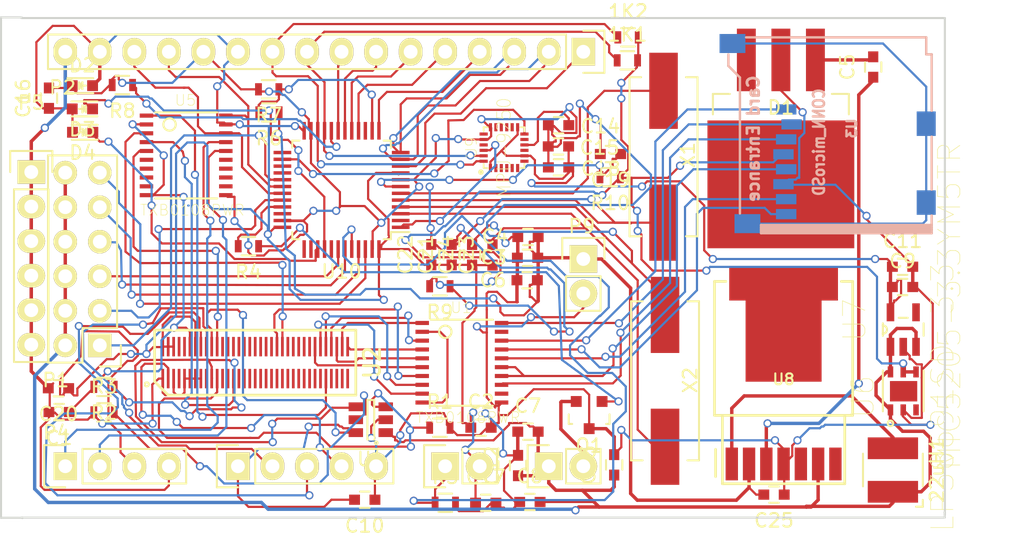
<source format=kicad_pcb>
(kicad_pcb (version 4) (host pcbnew 4.0.0-rc2-stable)
  (layers (0 F.Cu signal) (31 B.Cu signal) (34 B.Paste user) (35 F.Paste user) (36 B.SilkS user) (37 F.SilkS user) (38 B.Mask user) (39 F.Mask user) (44 Edge.Cuts user))
  (net 0 "")
  (net 1 GND)
  (net 2 VBAT)
  (net 3 SCL)
  (net 4 3.3V)
  (net 5 SDA)
  (net 6 5V)
  (net 7 "Net-(22uH1-Pad2)")
  (net 8 1.8V)
  (net 9 "Net-(C5-Pad1)")
  (net 10 "Net-(C5-Pad2)")
  (net 11 3.3V_SEN)
  (net 12 "Net-(C14-Pad1)")
  (net 13 NRST)
  (net 14 OSC_IN)
  (net 15 OSC_OUT)
  (net 16 OSC32_IN)
  (net 17 OSC32_OUT)
  (net 18 LED0)
  (net 19 LED1)
  (net 20 PWM1)
  (net 21 PWM2)
  (net 22 PWM3)
  (net 23 PWM4)
  (net 24 PWM5)
  (net 25 PWN6)
  (net 26 RC_CH1)
  (net 27 RC_CH2)
  (net 28 RC_CH3)
  (net 29 RC_CH4)
  (net 30 RC_CH5)
  (net 31 RC_CH6)
  (net 32 RC_CH7)
  (net 33 RC_CH8)
  (net 34 TXD)
  (net 35 RXD)
  (net 36 V_BUS)
  (net 37 USB_DN)
  (net 38 USB_DP)
  (net 39 USB_ID)
  (net 40 TX2)
  (net 41 RX2)
  (net 42 "Net-(P7-Pad2)")
  (net 43 BOOT0)
  (net 44 "Net-(Q1-Pad1)")
  (net 45 PSW)
  (net 46 FAULT)
  (net 47 "Net-(R3-Pad2)")
  (net 48 BEEP)
  (net 49 POWER_ADC)
  (net 50 BOOT1)
  (net 51 SD_0_DA3)
  (net 52 "Net-(U1-Pad10)")
  (net 53 SD_0_DAT2)
  (net 54 SD_0_DAT1)
  (net 55 SD_0_DAT0)
  (net 56 SD_0_CLK)
  (net 57 SD_CLK_FB)
  (net 58 SD_0_CMD)
  (net 59 "Net-(U1-Pad13)")
  (net 60 "Net-(U1-Pad14)")
  (net 61 "Net-(U1-Pad16)")
  (net 62 "Net-(U1-Pad17)")
  (net 63 "Net-(U1-Pad18)")
  (net 64 "Net-(U1-Pad19)")
  (net 65 "Net-(U1-Pad20)")
  (net 66 SD_0_CD#)
  (net 67 "Net-(U1-Pad12)")
  (net 68 "Net-(U2-Pad7)")
  (net 69 "Net-(U2-Pad17)")
  (net 70 "Net-(U2-Pad23)")
  (net 71 GPIO2)
  (net 72 EDI_TX2)
  (net 73 "Net-(U2-Pad31)")
  (net 74 EDI_PWM1)
  (net 75 EDI_PWM0)
  (net 76 EDI_PWM2)
  (net 77 EDI_PWM3)
  (net 78 EDI_SCL1)
  (net 79 EDI_SDA1)
  (net 80 EDI_SCL2)
  (net 81 EDI_SDA2)
  (net 82 GPIO14)
  (net 83 GPIO13)
  (net 84 GPIO12)
  (net 85 GPIO11)
  (net 86 GPIO10)
  (net 87 EDI_RX)
  (net 88 EDI_RTX)
  (net 89 EDI_CTS)
  (net 90 "Net-(U2-Pad67)")
  (net 91 "Net-(U2-Pad69)")
  (net 92 "Net-(U2-Pad8)")
  (net 93 "Net-(U2-Pad10)")
  (net 94 EDI_RX2)
  (net 95 GPIO0)
  (net 96 GPIO3)
  (net 97 GPIO4)
  (net 98 GPIO5)
  (net 99 GPIO6)
  (net 100 GPIO7)
  (net 101 "Net-(U2-Pad36)")
  (net 102 GPIO8)
  (net 103 EDI_TX)
  (net 104 GPIO9)
  (net 105 I2S_RXD)
  (net 106 I2S_CLK)
  (net 107 I2S_FS)
  (net 108 I2S_TXD)
  (net 109 "Net-(U3-Pad9)")
  (net 110 "Net-(U5-Pad6)")
  (net 111 "Net-(U5-Pad7)")
  (net 112 "Net-(U5-Pad8)")
  (net 113 "Net-(U5-Pad13)")
  (net 114 "Net-(U5-Pad14)")
  (net 115 "Net-(U5-Pad15)")
  (net 116 "Net-(U5-Pad9)")
  (net 117 "Net-(U5-Pad12)")
  (net 118 "Net-(U6-Pad3)")
  (net 119 "Net-(U6-Pad7)")
  (net 120 "Net-(U7-Pad4)")
  (net 121 "Net-(U8-Pad5)")
  (net 122 "Net-(U8-Pad7)")
  (net 123 "Net-(U9-Pad7)")
  (net 124 "Net-(U9-Pad9)")
  (net 125 "Net-(U9-Pad11)")
  (net 126 MPU_INT)
  (net 127 "Net-(U9-Pad21)")
  (net 128 VCC)
  (net 129 PRE_XCLR)
  (net 130 ACC_INT2)
  (net 131 MAD_DRDY)
  (net 132 "Net-(U10-Pad27)")
  (net 133 "Net-(U10-Pad28)")
  (net 134 SWDIO)
  (net 135 SWDCLK)
  (net 136 "Net-(U10-Pad38)")
  (net 137 "Net-(U10-Pad41)")
  (module Resistors_SMD:R_0603 (layer F.Cu) (at 157.29 83.56)
    (fp_text reference 1K1 (at 0 -1.9) (layer F.SilkS))
    (fp_text value R)
    (pad 1 smd rect (at -0.75 0) (size 0.5 0.9) (layers F.Cu F.Paste F.Mask) (net 3 SCL))
    (pad 2 smd rect (at 0.75 0) (size 0.5 0.9) (layers F.Cu F.Paste F.Mask) (net 4 3.3V))
  )
  (module Resistors_SMD:R_0603 (layer F.Cu) (at 157.34 81.87)
    (fp_text reference 1K2 (at 0 -1.9) (layer F.SilkS))
    (fp_text value R)
    (pad 1 smd rect (at -0.75 0) (size 0.5 0.9) (layers F.Cu F.Paste F.Mask) (net 5 SDA))
    (pad 2 smd rect (at 0.75 0) (size 0.5 0.9) (layers F.Cu F.Paste F.Mask) (net 4 3.3V))
  )
  (module Inductors:NR4018 (layer F.Cu) (at 176.82 113.69 90)
    (fp_text reference 22uH1 (at 0 3.25 90) (layer F.SilkS))
    (fp_text value INDUCTOR)
    (pad 1 smd rect (at -1.6 0 90) (size 1.6 3.7) (layers F.Cu F.Paste F.Mask) (net 6 5V))
    (pad 2 smd rect (at 1.6 0 90) (size 1.6 3.7) (layers F.Cu F.Paste F.Mask) (net 7 "Net-(22uH1-Pad2)"))
  )
  (module Capacitors_SMD:C_0603 (layer F.Cu) (at 115.5 109.425 180)
    (fp_text reference C1 (at 0 -1.9 180) (layer F.SilkS))
    (fp_text value 0.1uF)
    (pad 1 smd rect (at -0.75 0 180) (size 0.8 0.75) (layers F.Cu F.Paste F.Mask) (net 8 1.8V))
    (pad 2 smd rect (at 0.75 0 180) (size 0.8 0.75) (layers F.Cu F.Paste F.Mask) (net 1 GND))
  )
  (module Capacitors_SMD:C_0603 (layer F.Cu) (at 146.525 110.575)
    (fp_text reference C2 (at 0 -1.9) (layer F.SilkS))
    (fp_text value 0.1uF)
    (pad 1 smd rect (at -0.75 0) (size 0.8 0.75) (layers F.Cu F.Paste F.Mask) (net 4 3.3V))
    (pad 2 smd rect (at 0.75 0) (size 0.8 0.75) (layers F.Cu F.Paste F.Mask) (net 1 GND))
  )
  (module Capacitors_SMD:C_0603 (layer F.Cu) (at 149.95 98.08 180)
    (fp_text reference C3 (at 2.51 0.03 180) (layer F.SilkS))
    (fp_text value 15uF)
    (pad 1 smd rect (at -0.75 0 180) (size 0.8 0.75) (layers F.Cu F.Paste F.Mask) (net 2 VBAT))
    (pad 2 smd rect (at 0.75 0 180) (size 0.8 0.75) (layers F.Cu F.Paste F.Mask) (net 1 GND))
  )
  (module Capacitors_SMD:C_0603 (layer F.Cu) (at 149.98 96.55 180)
    (fp_text reference C4 (at 2.43 0.03 180) (layer F.SilkS))
    (fp_text value 15uF)
    (pad 1 smd rect (at -0.75 0 180) (size 0.8 0.75) (layers F.Cu F.Paste F.Mask) (net 2 VBAT))
    (pad 2 smd rect (at 0.75 0 180) (size 0.8 0.75) (layers F.Cu F.Paste F.Mask) (net 1 GND))
  )
  (module Capacitors_SMD:C_0603 (layer F.Cu) (at 175.37 84.05 90)
    (fp_text reference C5 (at 0 -1.9 90) (layer F.SilkS))
    (fp_text value 0.01uF)
    (pad 1 smd rect (at -0.75 0 90) (size 0.8 0.75) (layers F.Cu F.Paste F.Mask) (net 9 "Net-(C5-Pad1)"))
    (pad 2 smd rect (at 0.75 0 90) (size 0.8 0.75) (layers F.Cu F.Paste F.Mask) (net 10 "Net-(C5-Pad2)"))
  )
  (module Capacitors_SMD:C_0603 (layer F.Cu) (at 149.92 99.73 180)
    (fp_text reference C6 (at 2.51 0 180) (layer F.SilkS))
    (fp_text value 15uF)
    (pad 1 smd rect (at -0.75 0 180) (size 0.8 0.75) (layers F.Cu F.Paste F.Mask) (net 2 VBAT))
    (pad 2 smd rect (at 0.75 0 180) (size 0.8 0.75) (layers F.Cu F.Paste F.Mask) (net 1 GND))
  )
  (module Capacitors_SMD:C_0603 (layer F.Cu) (at 149.98 110.87)
    (fp_text reference C7 (at 0 -1.9) (layer F.SilkS))
    (fp_text value 1uF)
    (pad 1 smd rect (at -0.75 0) (size 0.8 0.75) (layers F.Cu F.Paste F.Mask) (net 1 GND))
    (pad 2 smd rect (at 0.75 0) (size 0.8 0.75) (layers F.Cu F.Paste F.Mask) (net 6 5V))
  )
  (module Capacitors_SMD:C_0603 (layer F.Cu) (at 150.12 116.04)
    (fp_text reference C8 (at 0 -1.9) (layer F.SilkS))
    (fp_text value 0.1uF)
    (pad 1 smd rect (at -0.75 0) (size 0.8 0.75) (layers F.Cu F.Paste F.Mask) (net 1 GND))
    (pad 2 smd rect (at 0.75 0) (size 0.8 0.75) (layers F.Cu F.Paste F.Mask) (net 6 5V))
  )
  (module Capacitors_SMD:C_0603 (layer F.Cu) (at 177.53 100.23)
    (fp_text reference C9 (at 0 -1.9) (layer F.SilkS))
    (fp_text value 10uF)
    (pad 1 smd rect (at -0.75 0) (size 0.8 0.75) (layers F.Cu F.Paste F.Mask) (net 11 3.3V_SEN))
    (pad 2 smd rect (at 0.75 0) (size 0.8 0.75) (layers F.Cu F.Paste F.Mask) (net 1 GND))
  )
  (module Capacitors_SMD:C_0603 (layer F.Cu) (at 137.975 115.875 180)
    (fp_text reference C10 (at 0 -1.9 180) (layer F.SilkS))
    (fp_text value 2.2uF)
    (pad 1 smd rect (at -0.75 0 180) (size 0.8 0.75) (layers F.Cu F.Paste F.Mask) (net 1 GND))
    (pad 2 smd rect (at 0.75 0 180) (size 0.8 0.75) (layers F.Cu F.Paste F.Mask) (net 36 V_BUS))
  )
  (module Capacitors_SMD:C_0603 (layer F.Cu) (at 177.53 98.74)
    (fp_text reference C11 (at 0 -1.9) (layer F.SilkS))
    (fp_text value 0.1uF)
    (pad 1 smd rect (at -0.75 0) (size 0.8 0.75) (layers F.Cu F.Paste F.Mask) (net 11 3.3V_SEN))
    (pad 2 smd rect (at 0.75 0) (size 0.8 0.75) (layers F.Cu F.Paste F.Mask) (net 1 GND))
  )
  (module Capacitors_SMD:C_0603 (layer F.Cu) (at 149.25 113.36 90)
    (fp_text reference C12 (at 0 -1.9 90) (layer F.SilkS))
    (fp_text value 180uF)
    (pad 1 smd rect (at -0.75 0 90) (size 0.8 0.75) (layers F.Cu F.Paste F.Mask) (net 6 5V))
    (pad 2 smd rect (at 0.75 0 90) (size 0.8 0.75) (layers F.Cu F.Paste F.Mask) (net 1 GND))
  )
  (module Capacitors_SMD:C_0603 (layer F.Cu) (at 156.32 113.31 90)
    (fp_text reference C13 (at 0 -1.9 90) (layer F.SilkS))
    (fp_text value 180uF)
    (pad 1 smd rect (at -0.75 0 90) (size 0.8 0.75) (layers F.Cu F.Paste F.Mask) (net 6 5V))
    (pad 2 smd rect (at 0.75 0 90) (size 0.8 0.75) (layers F.Cu F.Paste F.Mask) (net 1 GND))
  )
  (module Capacitors_SMD:C_0603 (layer F.Cu) (at 152.23 88.33 180)
    (fp_text reference C14 (at -3.08 -0.08 180) (layer F.SilkS))
    (fp_text value 0.1uF)
    (pad 1 smd rect (at -0.75 0 180) (size 0.8 0.75) (layers F.Cu F.Paste F.Mask) (net 12 "Net-(C14-Pad1)"))
    (pad 2 smd rect (at 0.75 0 180) (size 0.8 0.75) (layers F.Cu F.Paste F.Mask) (net 1 GND))
  )
  (module Capacitors_SMD:C_0603 (layer F.Cu) (at 152.22 89.89 180)
    (fp_text reference C15 (at -3.03 -0.09 180) (layer F.SilkS))
    (fp_text value 0.1uF)
    (pad 1 smd rect (at -0.75 0 180) (size 0.8 0.75) (layers F.Cu F.Paste F.Mask) (net 11 3.3V_SEN))
    (pad 2 smd rect (at 0.75 0 180) (size 0.8 0.75) (layers F.Cu F.Paste F.Mask) (net 1 GND))
  )
  (module Capacitors_SMD:C_0603 (layer F.Cu) (at 114.75 86.34 90)
    (fp_text reference C16 (at 0 -1.9 90) (layer F.SilkS))
    (fp_text value 0.1uF)
    (pad 1 smd rect (at -0.75 0 90) (size 0.8 0.75) (layers F.Cu F.Paste F.Mask) (net 4 3.3V))
    (pad 2 smd rect (at 0.75 0 90) (size 0.8 0.75) (layers F.Cu F.Paste F.Mask) (net 1 GND))
  )
  (module Capacitors_SMD:C_0603 (layer F.Cu) (at 146.875 116.1)
    (fp_text reference C17 (at 0 -1.9) (layer F.SilkS))
    (fp_text value 10nF)
    (pad 1 smd rect (at -0.75 0) (size 0.8 0.75) (layers F.Cu F.Paste F.Mask) (net 4 3.3V))
    (pad 2 smd rect (at 0.75 0) (size 0.8 0.75) (layers F.Cu F.Paste F.Mask) (net 1 GND))
  )
  (module Capacitors_SMD:C_0603 (layer F.Cu) (at 152.23 91.43)
    (fp_text reference C18 (at 3.11 0.09) (layer F.SilkS))
    (fp_text value 10nF)
    (pad 1 smd rect (at -0.75 0) (size 0.8 0.75) (layers F.Cu F.Paste F.Mask) (net 1 GND))
    (pad 2 smd rect (at 0.75 0) (size 0.8 0.75) (layers F.Cu F.Paste F.Mask) (net 11 3.3V_SEN))
  )
  (module Capacitors_SMD:C_0603 (layer F.Cu) (at 156.05 90.45 180)
    (fp_text reference C19 (at 0 -1.9 180) (layer F.SilkS))
    (fp_text value 0.1uF)
    (pad 1 smd rect (at -0.75 0 180) (size 0.8 0.75) (layers F.Cu F.Paste F.Mask) (net 13 NRST))
    (pad 2 smd rect (at 0.75 0 180) (size 0.8 0.75) (layers F.Cu F.Paste F.Mask) (net 1 GND))
  )
  (module Capacitors_SMD:C_0603 (layer F.Cu) (at 115.45 107.675 180)
    (fp_text reference C20 (at 0 -1.9 180) (layer F.SilkS))
    (fp_text value 0.1uF)
    (pad 1 smd rect (at -0.75 0 180) (size 0.8 0.75) (layers F.Cu F.Paste F.Mask) (net 4 3.3V))
    (pad 2 smd rect (at 0.75 0 180) (size 0.8 0.75) (layers F.Cu F.Paste F.Mask) (net 1 GND))
  )
  (module Capacitors_SMD:C_0603 (layer F.Cu) (at 144.37 97.85 90)
    (fp_text reference C21 (at 0 -1.9 90) (layer F.SilkS))
    (fp_text value 27pF)
    (pad 1 smd rect (at -0.75 0 90) (size 0.8 0.75) (layers F.Cu F.Paste F.Mask) (net 4 3.3V))
    (pad 2 smd rect (at 0.75 0 90) (size 0.8 0.75) (layers F.Cu F.Paste F.Mask) (net 14 OSC_IN))
  )
  (module Capacitors_SMD:C_0603 (layer F.Cu) (at 142.87 97.85 90)
    (fp_text reference C22 (at 0 -1.9 90) (layer F.SilkS))
    (fp_text value 27pF)
    (pad 1 smd rect (at -0.75 0 90) (size 0.8 0.75) (layers F.Cu F.Paste F.Mask) (net 4 3.3V))
    (pad 2 smd rect (at 0.75 0 90) (size 0.8 0.75) (layers F.Cu F.Paste F.Mask) (net 15 OSC_OUT))
  )
  (module Capacitors_SMD:C_0603 (layer F.Cu) (at 147.37 97.87 90)
    (fp_text reference C23 (at 0 -1.9 90) (layer F.SilkS))
    (fp_text value 10pF)
    (pad 1 smd rect (at -0.75 0 90) (size 0.8 0.75) (layers F.Cu F.Paste F.Mask) (net 4 3.3V))
    (pad 2 smd rect (at 0.75 0 90) (size 0.8 0.75) (layers F.Cu F.Paste F.Mask) (net 16 OSC32_IN))
  )
  (module Capacitors_SMD:C_0603 (layer F.Cu) (at 145.87 97.86 90)
    (fp_text reference C24 (at 0 -1.9 90) (layer F.SilkS))
    (fp_text value 10pF)
    (pad 1 smd rect (at -0.75 0 90) (size 0.8 0.75) (layers F.Cu F.Paste F.Mask) (net 4 3.3V))
    (pad 2 smd rect (at 0.75 0 90) (size 0.8 0.75) (layers F.Cu F.Paste F.Mask) (net 17 OSC32_OUT))
  )
  (module TO_SOT_Packages_SMD:TO-263-3Lead (layer F.Cu) (at 168.58 83.53 270)
    (fp_text reference D1 (at 3.5 0 360) (layer F.SilkS))
    (fp_text value 6TQ045S)
    (pad 2 smd rect (at 0 0 270) (size 4.6 1.39) (layers F.Cu F.Paste F.Mask) (net 1 GND))
    (pad 4 smd rect (at 9.15 0 270) (size 9.4 10.8) (layers F.Cu F.Paste F.Mask))
    (pad 3 smd rect (at 0 2.54 270) (size 4.6 1.39) (layers F.Cu F.Paste F.Mask))
    (pad 1 smd rect (at 0 -2.54 270) (size 4.6 1.39) (layers F.Cu F.Paste F.Mask) (net 10 "Net-(C5-Pad2)"))
  )
  (module LEDs:LED_0603 (layer F.Cu) (at 117.21 85.42)
    (fp_text reference D2 (at 0 -1.5) (layer F.SilkS))
    (fp_text value RED)
    (pad 2 smd rect (at 0.7493 0 180) (size 0.79756 0.79756) (layers F.Cu F.Paste F.Mask) (net 4 3.3V))
    (pad 1 smd rect (at -0.7493 0 180) (size 0.79756 0.79756) (layers F.Cu F.Paste F.Mask) (net 1 GND))
  )
  (module LEDs:LED_0603 (layer F.Cu) (at 117.21 87.13 180)
    (fp_text reference D3 (at 0 -1.5 180) (layer F.SilkS))
    (fp_text value GREEN)
    (pad 2 smd rect (at 0.7493 0) (size 0.79756 0.79756) (layers F.Cu F.Paste F.Mask) (net 4 3.3V))
    (pad 1 smd rect (at -0.7493 0) (size 0.79756 0.79756) (layers F.Cu F.Paste F.Mask) (net 18 LED0))
  )
  (module LEDs:LED_0603 (layer F.Cu) (at 117.23 88.85 180)
    (fp_text reference D4 (at 0 -1.5 180) (layer F.SilkS))
    (fp_text value YELLOW)
    (pad 2 smd rect (at 0.7493 0) (size 0.79756 0.79756) (layers F.Cu F.Paste F.Mask) (net 4 3.3V))
    (pad 1 smd rect (at -0.7493 0) (size 0.79756 0.79756) (layers F.Cu F.Paste F.Mask) (net 19 LED1))
  )
  (module Pin_Headers:Pin_Header_Straight_2x06 (layer F.Cu) (at 118.49 104.52 180)
    (fp_text reference P1 (at 3.24 -2.56 180) (layer F.SilkS))
    (fp_text value "PWM out")
    (pad 1 thru_hole rect (at 0 0 180) (size 1.7272 1.7272) (drill 1.016) (layers *.Cu *.Mask F.SilkS) (net 20 PWM1))
    (pad 2 thru_hole oval (at 2.54 0 180) (size 1.7272 1.7272) (drill 1.016) (layers *.Cu *.Mask F.SilkS) (net 6 5V))
    (pad 3 thru_hole oval (at 0 2.54 180) (size 1.7272 1.7272) (drill 1.016) (layers *.Cu *.Mask F.SilkS) (net 21 PWM2))
    (pad 4 thru_hole oval (at 2.54 2.54 180) (size 1.7272 1.7272) (drill 1.016) (layers *.Cu *.Mask F.SilkS) (net 6 5V))
    (pad 5 thru_hole oval (at 0 5.08 180) (size 1.7272 1.7272) (drill 1.016) (layers *.Cu *.Mask F.SilkS) (net 22 PWM3))
    (pad 6 thru_hole oval (at 2.54 5.08 180) (size 1.7272 1.7272) (drill 1.016) (layers *.Cu *.Mask F.SilkS) (net 6 5V))
    (pad 7 thru_hole oval (at 0 7.62 180) (size 1.7272 1.7272) (drill 1.016) (layers *.Cu *.Mask F.SilkS) (net 23 PWM4))
    (pad 8 thru_hole oval (at 2.54 7.62 180) (size 1.7272 1.7272) (drill 1.016) (layers *.Cu *.Mask F.SilkS) (net 6 5V))
    (pad 9 thru_hole oval (at 0 10.16 180) (size 1.7272 1.7272) (drill 1.016) (layers *.Cu *.Mask F.SilkS) (net 24 PWM5))
    (pad 10 thru_hole oval (at 2.54 10.16 180) (size 1.7272 1.7272) (drill 1.016) (layers *.Cu *.Mask F.SilkS) (net 6 5V))
    (pad 11 thru_hole oval (at 0 12.7 180) (size 1.7272 1.7272) (drill 1.016) (layers *.Cu *.Mask F.SilkS) (net 25 PWN6))
    (pad 12 thru_hole oval (at 2.54 12.7 180) (size 1.7272 1.7272) (drill 1.016) (layers *.Cu *.Mask F.SilkS) (net 6 5V))
  )
  (module Pin_Headers:Pin_Header_Straight_1x16 (layer F.Cu) (at 154.05 82.93 270)
    (fp_text reference P2 (at 2.63 38.3 360) (layer F.SilkS))
    (fp_text value "MCU GPIO")
    (pad 1 thru_hole rect (at 0 0 270) (size 2.032 1.7272) (drill 1.016) (layers *.Cu *.Mask F.SilkS) (net 26 RC_CH1))
    (pad 2 thru_hole oval (at 0 2.54 270) (size 2.032 1.7272) (drill 1.016) (layers *.Cu *.Mask F.SilkS) (net 27 RC_CH2))
    (pad 3 thru_hole oval (at 0 5.08 270) (size 2.032 1.7272) (drill 1.016) (layers *.Cu *.Mask F.SilkS) (net 28 RC_CH3))
    (pad 4 thru_hole oval (at 0 7.62 270) (size 2.032 1.7272) (drill 1.016) (layers *.Cu *.Mask F.SilkS) (net 29 RC_CH4))
    (pad 5 thru_hole oval (at 0 10.16 270) (size 2.032 1.7272) (drill 1.016) (layers *.Cu *.Mask F.SilkS) (net 30 RC_CH5))
    (pad 6 thru_hole oval (at 0 12.7 270) (size 2.032 1.7272) (drill 1.016) (layers *.Cu *.Mask F.SilkS) (net 31 RC_CH6))
    (pad 7 thru_hole oval (at 0 15.24 270) (size 2.032 1.7272) (drill 1.016) (layers *.Cu *.Mask F.SilkS) (net 32 RC_CH7))
    (pad 8 thru_hole oval (at 0 17.78 270) (size 2.032 1.7272) (drill 1.016) (layers *.Cu *.Mask F.SilkS) (net 33 RC_CH8))
    (pad 9 thru_hole oval (at 0 20.32 270) (size 2.032 1.7272) (drill 1.016) (layers *.Cu *.Mask F.SilkS) (net 3 SCL))
    (pad 10 thru_hole oval (at 0 22.86 270) (size 2.032 1.7272) (drill 1.016) (layers *.Cu *.Mask F.SilkS) (net 5 SDA))
    (pad 11 thru_hole oval (at 0 25.4 270) (size 2.032 1.7272) (drill 1.016) (layers *.Cu *.Mask F.SilkS) (net 4 3.3V))
    (pad 12 thru_hole oval (at 0 27.94 270) (size 2.032 1.7272) (drill 1.016) (layers *.Cu *.Mask F.SilkS) (net 1 GND))
    (pad 13 thru_hole oval (at 0 30.48 270) (size 2.032 1.7272) (drill 1.016) (layers *.Cu *.Mask F.SilkS) (net 34 TXD))
    (pad 14 thru_hole oval (at 0 33.02 270) (size 2.032 1.7272) (drill 1.016) (layers *.Cu *.Mask F.SilkS) (net 35 RXD))
    (pad 15 thru_hole oval (at 0 35.56 270) (size 2.032 1.7272) (drill 1.016) (layers *.Cu *.Mask F.SilkS) (net 4 3.3V))
    (pad 16 thru_hole oval (at 0 38.1 270) (size 2.032 1.7272) (drill 1.016) (layers *.Cu *.Mask F.SilkS) (net 1 GND))
  )
  (module Pin_Headers:Pin_Header_Straight_1x05 (layer F.Cu) (at 128.65 113.41 90)
    (fp_text reference P3 (at 0 -5.1 90) (layer F.SilkS))
    (fp_text value "USB OTG")
    (pad 1 thru_hole rect (at 0 0 90) (size 2.032 1.7272) (drill 1.016) (layers *.Cu *.Mask F.SilkS) (net 36 V_BUS))
    (pad 2 thru_hole oval (at 0 2.54 90) (size 2.032 1.7272) (drill 1.016) (layers *.Cu *.Mask F.SilkS) (net 37 USB_DN))
    (pad 3 thru_hole oval (at 0 5.08 90) (size 2.032 1.7272) (drill 1.016) (layers *.Cu *.Mask F.SilkS) (net 38 USB_DP))
    (pad 4 thru_hole oval (at 0 7.62 90) (size 2.032 1.7272) (drill 1.016) (layers *.Cu *.Mask F.SilkS) (net 39 USB_ID))
    (pad 5 thru_hole oval (at 0 10.16 90) (size 2.032 1.7272) (drill 1.016) (layers *.Cu *.Mask F.SilkS) (net 1 GND))
  )
  (module Pin_Headers:Pin_Header_Straight_1x04 (layer F.Cu) (at 115.95 113.41 90)
    (fp_text reference P4 (at 2.48 -0.65 180) (layer F.SilkS))
    (fp_text value "UART EDISON")
    (pad 1 thru_hole rect (at 0 0 90) (size 2.032 1.7272) (drill 1.016) (layers *.Cu *.Mask F.SilkS) (net 40 TX2))
    (pad 2 thru_hole oval (at 0 2.54 90) (size 2.032 1.7272) (drill 1.016) (layers *.Cu *.Mask F.SilkS) (net 41 RX2))
    (pad 3 thru_hole oval (at 0 5.08 90) (size 2.032 1.7272) (drill 1.016) (layers *.Cu *.Mask F.SilkS) (net 4 3.3V))
    (pad 4 thru_hole oval (at 0 7.62 90) (size 2.032 1.7272) (drill 1.016) (layers *.Cu *.Mask F.SilkS) (net 1 GND))
  )
  (module Pin_Headers:Pin_Header_Straight_1x02 (layer F.Cu) (at 151.51 113.41 90)
    (fp_text reference P7 (at 0 -5.1 90) (layer F.SilkS))
    (fp_text value BUZZER)
    (pad 1 thru_hole rect (at 0 0 90) (size 2.032 2.032) (drill 1.016) (layers *.Cu *.Mask F.SilkS) (net 6 5V))
    (pad 2 thru_hole oval (at 0 2.54 90) (size 2.032 2.032) (drill 1.016) (layers *.Cu *.Mask F.SilkS) (net 42 "Net-(P7-Pad2)"))
  )
  (module Pin_Headers:Pin_Header_Straight_1x02 (layer F.Cu) (at 143.89 113.41 90)
    (fp_text reference P8 (at 0 -5.1 90) (layer F.SilkS))
    (fp_text value CONN_01X02)
    (pad 1 thru_hole rect (at 0 0 90) (size 2.032 2.032) (drill 1.016) (layers *.Cu *.Mask F.SilkS) (net 43 BOOT0))
    (pad 2 thru_hole oval (at 0 2.54 90) (size 2.032 2.032) (drill 1.016) (layers *.Cu *.Mask F.SilkS) (net 4 3.3V))
  )
  (module Pin_Headers:Pin_Header_Straight_1x02 (layer F.Cu) (at 154.05 98.17)
    (fp_text reference P9 (at -0.11 -2.41) (layer F.SilkS))
    (fp_text value BATT)
    (pad 1 thru_hole rect (at 0 0) (size 2.032 2.032) (drill 1.016) (layers *.Cu *.Mask F.SilkS) (net 2 VBAT))
    (pad 2 thru_hole oval (at 0 2.54) (size 2.032 2.032) (drill 1.016) (layers *.Cu *.Mask F.SilkS) (net 1 GND))
  )
  (module TO_SOT_Packages_SMD:SOT-23 (layer F.Cu) (at 154.48 109.65 180)
    (fp_text reference Q1 (at 0 -2.25 180) (layer F.SilkS))
    (fp_text value MMBT3906)
    (pad 1 smd rect (at -0.95 1.00076 180) (size 0.8001 0.8001) (layers F.Cu F.Paste F.Mask) (net 44 "Net-(Q1-Pad1)"))
    (pad 2 smd rect (at 0.95 1.00076 180) (size 0.8001 0.8001) (layers F.Cu F.Paste F.Mask) (net 42 "Net-(P7-Pad2)"))
    (pad 3 smd rect (at 0 -0.99822 180) (size 0.8001 0.8001) (layers F.Cu F.Paste F.Mask) (net 1 GND))
  )
  (module Resistors_SMD:R_0603 (layer F.Cu) (at 143.5 110.575)
    (fp_text reference R1 (at 0 -1.9) (layer F.SilkS))
    (fp_text value 100K)
    (pad 1 smd rect (at -0.75 0) (size 0.5 0.9) (layers F.Cu F.Paste F.Mask) (net 45 PSW))
    (pad 2 smd rect (at 0.75 0) (size 0.5 0.9) (layers F.Cu F.Paste F.Mask) (net 1 GND))
  )
  (module Resistors_SMD:R_0603 (layer F.Cu) (at 118.8 107.575 180)
    (fp_text reference R2 (at 0 -1.9 180) (layer F.SilkS))
    (fp_text value 10K)
    (pad 1 smd rect (at -0.75 0 180) (size 0.5 0.9) (layers F.Cu F.Paste F.Mask) (net 46 FAULT))
    (pad 2 smd rect (at 0.75 0 180) (size 0.5 0.9) (layers F.Cu F.Paste F.Mask) (net 8 1.8V))
  )
  (module Resistors_SMD:R_0603 (layer F.Cu) (at 118.8 109.45)
    (fp_text reference R3 (at 0 -1.9) (layer F.SilkS))
    (fp_text value 536)
    (pad 1 smd rect (at -0.75 0) (size 0.5 0.9) (layers F.Cu F.Paste F.Mask) (net 1 GND))
    (pad 2 smd rect (at 0.75 0) (size 0.5 0.9) (layers F.Cu F.Paste F.Mask) (net 47 "Net-(R3-Pad2)"))
  )
  (module Resistors_SMD:R_0603 (layer F.Cu) (at 129.42 97.23 180)
    (fp_text reference R4 (at 0 -1.9 180) (layer F.SilkS))
    (fp_text value 100R)
    (pad 1 smd rect (at -0.75 0 180) (size 0.5 0.9) (layers F.Cu F.Paste F.Mask) (net 44 "Net-(Q1-Pad1)"))
    (pad 2 smd rect (at 0.75 0 180) (size 0.5 0.9) (layers F.Cu F.Paste F.Mask) (net 48 BEEP))
  )
  (module Resistors_SMD:R_0603 (layer F.Cu) (at 143.9 116.1)
    (fp_text reference R5 (at 0 -1.9) (layer F.SilkS))
    (fp_text value 1K)
    (pad 1 smd rect (at -0.75 0) (size 0.5 0.9) (layers F.Cu F.Paste F.Mask) (net 43 BOOT0))
    (pad 2 smd rect (at 0.75 0) (size 0.5 0.9) (layers F.Cu F.Paste F.Mask) (net 1 GND))
  )
  (module Resistors_SMD:R_0603 (layer F.Cu) (at 130.93 87.39 180)
    (fp_text reference R6 (at 0 -1.9 180) (layer F.SilkS))
    (fp_text value 10k)
    (pad 1 smd rect (at -0.75 0 180) (size 0.5 0.9) (layers F.Cu F.Paste F.Mask) (net 2 VBAT))
    (pad 2 smd rect (at 0.75 0 180) (size 0.5 0.9) (layers F.Cu F.Paste F.Mask) (net 49 POWER_ADC))
  )
  (module Resistors_SMD:R_0603 (layer F.Cu) (at 130.91 85.69 180)
    (fp_text reference R7 (at 0 -1.9 180) (layer F.SilkS))
    (fp_text value 1K)
    (pad 1 smd rect (at -0.75 0 180) (size 0.5 0.9) (layers F.Cu F.Paste F.Mask) (net 49 POWER_ADC))
    (pad 2 smd rect (at 0.75 0 180) (size 0.5 0.9) (layers F.Cu F.Paste F.Mask) (net 1 GND))
  )
  (module Resistors_SMD:R_0603 (layer F.Cu) (at 120.15 85.375 180)
    (fp_text reference R8 (at 0 -1.9 180) (layer F.SilkS))
    (fp_text value 1K)
    (pad 1 smd rect (at -0.75 0 180) (size 0.5 0.9) (layers F.Cu F.Paste F.Mask) (net 50 BOOT1))
    (pad 2 smd rect (at 0.75 0 180) (size 0.5 0.9) (layers F.Cu F.Paste F.Mask) (net 1 GND))
  )
  (module Resistors_SMD:R_0603 (layer F.Cu) (at 143.5 100.175 180)
    (fp_text reference R9 (at 0 -1.9 180) (layer F.SilkS))
    (fp_text value 1M)
    (pad 1 smd rect (at -0.75 0 180) (size 0.5 0.9) (layers F.Cu F.Paste F.Mask) (net 14 OSC_IN))
    (pad 2 smd rect (at 0.75 0 180) (size 0.5 0.9) (layers F.Cu F.Paste F.Mask) (net 15 OSC_OUT))
  )
  (module Resistors_SMD:R_0603 (layer F.Cu) (at 156.025 92.15 180)
    (fp_text reference R10 (at 0 -1.9 180) (layer F.SilkS))
    (fp_text value 10K)
    (pad 1 smd rect (at -0.75 0 180) (size 0.5 0.9) (layers F.Cu F.Paste F.Mask) (net 4 3.3V))
    (pad 2 smd rect (at 0.75 0 180) (size 0.5 0.9) (layers F.Cu F.Paste F.Mask) (net 13 NRST))
  )
  (module TXB0108PWR:TSSOP20 (layer F.Cu) (at 145.12 105.8 270)
    (fp_text reference U1 (at -4.0536 0.0508 360) (layer F.SilkS) (effects (font (size 0.8 0.8) (thickness 0.05))))
    (fp_text value TXB0108PWR (at 4.0282 -0.4572 360) (layer F.SilkS) (effects (font (size 0.8 0.8) (thickness 0.05))))
    (pad 1 smd rect (at -2.925 2.9178 270) (size 0.3048 0.9906) (layers F.Cu F.Paste F.Mask) (net 51 SD_0_DA3))
    (pad 2 smd rect (at -2.275 2.9178 270) (size 0.3048 0.9906) (layers F.Cu F.Paste F.Mask) (net 52 "Net-(U1-Pad10)"))
    (pad 3 smd rect (at -1.625 2.9178 270) (size 0.3048 0.9906) (layers F.Cu F.Paste F.Mask) (net 53 SD_0_DAT2))
    (pad 4 smd rect (at -0.975 2.9178 270) (size 0.3048 0.9906) (layers F.Cu F.Paste F.Mask) (net 54 SD_0_DAT1))
    (pad 5 smd rect (at -0.325 2.9178 270) (size 0.3048 0.9906) (layers F.Cu F.Paste F.Mask) (net 55 SD_0_DAT0))
    (pad 6 smd rect (at 0.325 2.9178 270) (size 0.3048 0.9906) (layers F.Cu F.Paste F.Mask) (net 56 SD_0_CLK))
    (pad 7 smd rect (at 0.975 2.9178 270) (size 0.3048 0.9906) (layers F.Cu F.Paste F.Mask) (net 57 SD_CLK_FB))
    (pad 8 smd rect (at 1.625 2.9178 270) (size 0.3048 0.9906) (layers F.Cu F.Paste F.Mask) (net 58 SD_0_CMD))
    (pad 13 smd rect (at 1.625 -2.9178 270) (size 0.3048 0.9906) (layers F.Cu F.Paste F.Mask) (net 59 "Net-(U1-Pad13)"))
    (pad 14 smd rect (at 0.975 -2.9178 270) (size 0.3048 0.9906) (layers F.Cu F.Paste F.Mask) (net 60 "Net-(U1-Pad14)"))
    (pad 15 smd rect (at 0.325 -2.9178 270) (size 0.3048 0.9906) (layers F.Cu F.Paste F.Mask) (net 60 "Net-(U1-Pad14)"))
    (pad 16 smd rect (at -0.325 -2.9178 270) (size 0.3048 0.9906) (layers F.Cu F.Paste F.Mask) (net 61 "Net-(U1-Pad16)"))
    (pad 17 smd rect (at -0.975 -2.9178 270) (size 0.3048 0.9906) (layers F.Cu F.Paste F.Mask) (net 62 "Net-(U1-Pad17)"))
    (pad 18 smd rect (at -1.625 -2.9178 270) (size 0.3048 0.9906) (layers F.Cu F.Paste F.Mask) (net 63 "Net-(U1-Pad18)"))
    (pad 19 smd rect (at -2.275 -2.9178 270) (size 0.3048 0.9906) (layers F.Cu F.Paste F.Mask) (net 64 "Net-(U1-Pad19)"))
    (pad 20 smd rect (at -2.925 -2.9178 270) (size 0.3048 0.9906) (layers F.Cu F.Paste F.Mask) (net 65 "Net-(U1-Pad20)"))
    (pad 9 smd rect (at 2.275 2.9178 270) (size 0.3048 0.9906) (layers F.Cu F.Paste F.Mask) (net 66 SD_0_CD#))
    (pad 10 smd rect (at 2.925 2.9178 270) (size 0.3048 0.9906) (layers F.Cu F.Paste F.Mask) (net 52 "Net-(U1-Pad10)"))
    (pad 12 smd rect (at 2.275 -2.9178 270) (size 0.3048 0.9906) (layers F.Cu F.Paste F.Mask) (net 67 "Net-(U1-Pad12)"))
    (pad 11 smd rect (at 2.925 -2.9178 270) (size 0.3048 0.9906) (layers F.Cu F.Paste F.Mask) (net 1 GND))
  )
  (module "mogar_kicad:DF40HC(3.0)-70DS" (layer F.Cu) (at 129.92 105.79 90)
    (fp_text reference U2 (at 0 8.6 90) (layer F.SilkS) (effects (font (size 1.2 1.2) (thickness 0.2))))
    (fp_text value EdisonConnector hide)
    (pad 1 smd rect (at -1.175 -6.8 90) (size 1.43 0.2) (layers F.Cu F.Paste F.Mask) (net 1 GND))
    (pad 3 smd rect (at -1.175 -6.4 90) (size 1.43 0.2) (layers F.Cu F.Paste F.Mask) (net 39 USB_ID))
    (pad 5 smd rect (at -1.175 -6 90) (size 1.43 0.2) (layers F.Cu F.Paste F.Mask) (net 1 GND))
    (pad 7 smd rect (at -1.175 -5.6 90) (size 1.43 0.2) (layers F.Cu F.Paste F.Mask) (net 68 "Net-(U2-Pad7)"))
    (pad 9 smd rect (at -1.175 -5.2 90) (size 1.43 0.2) (layers F.Cu F.Paste F.Mask) (net 1 GND))
    (pad 11 smd rect (at -1.175 -4.8 90) (size 1.43 0.2) (layers F.Cu F.Paste F.Mask) (net 1 GND))
    (pad 13 smd rect (at -1.175 -4.4 90) (size 1.43 0.2) (layers F.Cu F.Paste F.Mask) (net 1 GND))
    (pad 15 smd rect (at -1.175 -4 90) (size 1.43 0.2) (layers F.Cu F.Paste F.Mask) (net 1 GND))
    (pad 17 smd rect (at -1.175 -3.6 90) (size 1.43 0.2) (layers F.Cu F.Paste F.Mask) (net 69 "Net-(U2-Pad17)"))
    (pad 19 smd rect (at -1.175 -3.2 90) (size 1.43 0.2) (layers F.Cu F.Paste F.Mask) (net 46 FAULT))
    (pad 21 smd rect (at -1.175 -2.8 90) (size 1.43 0.2) (layers F.Cu F.Paste F.Mask) (net 45 PSW))
    (pad 23 smd rect (at -1.175 -2.4 90) (size 1.43 0.2) (layers F.Cu F.Paste F.Mask) (net 70 "Net-(U2-Pad23)"))
    (pad 25 smd rect (at -1.175 -2 90) (size 1.43 0.2) (layers F.Cu F.Paste F.Mask) (net 71 GPIO2))
    (pad 27 smd rect (at -1.175 -1.6 90) (size 1.43 0.2) (layers F.Cu F.Paste F.Mask) (net 72 EDI_TX2))
    (pad 29 smd rect (at -1.175 -1.2 90) (size 1.43 0.2) (layers F.Cu F.Paste F.Mask))
    (pad 31 smd rect (at -1.175 -0.8 90) (size 1.43 0.2) (layers F.Cu F.Paste F.Mask) (net 73 "Net-(U2-Pad31)"))
    (pad 33 smd rect (at -1.175 -0.4 90) (size 1.43 0.2) (layers F.Cu F.Paste F.Mask) (net 74 EDI_PWM1))
    (pad 35 smd rect (at -1.175 0 90) (size 1.43 0.2) (layers F.Cu F.Paste F.Mask) (net 75 EDI_PWM0))
    (pad 37 smd rect (at -1.175 0.4 90) (size 1.43 0.2) (layers F.Cu F.Paste F.Mask) (net 76 EDI_PWM2))
    (pad 39 smd rect (at -1.175 0.8 90) (size 1.43 0.2) (layers F.Cu F.Paste F.Mask) (net 77 EDI_PWM3))
    (pad 41 smd rect (at -1.175 1.2 90) (size 1.43 0.2) (layers F.Cu F.Paste F.Mask) (net 78 EDI_SCL1))
    (pad 43 smd rect (at -1.175 1.6 90) (size 1.43 0.2) (layers F.Cu F.Paste F.Mask) (net 79 EDI_SDA1))
    (pad 45 smd rect (at -1.175 2 90) (size 1.43 0.2) (layers F.Cu F.Paste F.Mask) (net 80 EDI_SCL2))
    (pad 47 smd rect (at -1.175 2.4 90) (size 1.43 0.2) (layers F.Cu F.Paste F.Mask) (net 81 EDI_SDA2))
    (pad 49 smd rect (at -1.175 2.8 90) (size 1.43 0.2) (layers F.Cu F.Paste F.Mask))
    (pad 51 smd rect (at -1.175 3.2 90) (size 1.43 0.2) (layers F.Cu F.Paste F.Mask) (net 82 GPIO14))
    (pad 53 smd rect (at -1.175 3.6 90) (size 1.43 0.2) (layers F.Cu F.Paste F.Mask) (net 83 GPIO13))
    (pad 55 smd rect (at -1.175 4 90) (size 1.43 0.2) (layers F.Cu F.Paste F.Mask) (net 84 GPIO12))
    (pad 57 smd rect (at -1.175 4.4 90) (size 1.43 0.2) (layers F.Cu F.Paste F.Mask) (net 85 GPIO11))
    (pad 59 smd rect (at -1.175 4.8 90) (size 1.43 0.2) (layers F.Cu F.Paste F.Mask) (net 86 GPIO10))
    (pad 61 smd rect (at -1.175 5.2 90) (size 1.43 0.2) (layers F.Cu F.Paste F.Mask) (net 87 EDI_RX))
    (pad 63 smd rect (at -1.175 5.6 90) (size 1.43 0.2) (layers F.Cu F.Paste F.Mask) (net 88 EDI_RTX))
    (pad 65 smd rect (at -1.175 6 90) (size 1.43 0.2) (layers F.Cu F.Paste F.Mask) (net 89 EDI_CTS))
    (pad 67 smd rect (at -1.175 6.4 90) (size 1.43 0.2) (layers F.Cu F.Paste F.Mask) (net 90 "Net-(U2-Pad67)"))
    (pad 69 smd rect (at -1.175 6.8 90) (size 1.43 0.2) (layers F.Cu F.Paste F.Mask) (net 91 "Net-(U2-Pad69)"))
    (pad 2 smd rect (at 1.175 -6.8 90) (size 1.43 0.2) (layers F.Cu F.Paste F.Mask) (net 4 3.3V))
    (pad 4 smd rect (at 1.175 -6.4 90) (size 1.43 0.2) (layers F.Cu F.Paste F.Mask) (net 4 3.3V))
    (pad 6 smd rect (at 1.175 -6 90) (size 1.43 0.2) (layers F.Cu F.Paste F.Mask) (net 4 3.3V))
    (pad 8 smd rect (at 1.175 -5.6 90) (size 1.43 0.2) (layers F.Cu F.Paste F.Mask) (net 92 "Net-(U2-Pad8)"))
    (pad 10 smd rect (at 1.175 -5.2 90) (size 1.43 0.2) (layers F.Cu F.Paste F.Mask) (net 93 "Net-(U2-Pad10)"))
    (pad 12 smd rect (at 1.175 -4.8 90) (size 1.43 0.2) (layers F.Cu F.Paste F.Mask) (net 8 1.8V))
    (pad 14 smd rect (at 1.175 -4.4 90) (size 1.43 0.2) (layers F.Cu F.Paste F.Mask) (net 4 3.3V))
    (pad 16 smd rect (at 1.175 -4 90) (size 1.43 0.2) (layers F.Cu F.Paste F.Mask) (net 38 USB_DP))
    (pad 18 smd rect (at 1.175 -3.6 90) (size 1.43 0.2) (layers F.Cu F.Paste F.Mask) (net 37 USB_DN))
    (pad 20 smd rect (at 1.175 -3.2 90) (size 1.43 0.2) (layers F.Cu F.Paste F.Mask) (net 36 V_BUS))
    (pad 22 smd rect (at 1.175 -2.8 90) (size 1.43 0.2) (layers F.Cu F.Paste F.Mask) (net 94 EDI_RX2))
    (pad 24 smd rect (at 1.175 -2.4 90) (size 1.43 0.2) (layers F.Cu F.Paste F.Mask) (net 95 GPIO0))
    (pad 26 smd rect (at 1.175 -2 90) (size 1.43 0.2) (layers F.Cu F.Paste F.Mask) (net 96 GPIO3))
    (pad 28 smd rect (at 1.175 -1.6 90) (size 1.43 0.2) (layers F.Cu F.Paste F.Mask) (net 97 GPIO4))
    (pad 30 smd rect (at 1.175 -1.2 90) (size 1.43 0.2) (layers F.Cu F.Paste F.Mask) (net 98 GPIO5))
    (pad 32 smd rect (at 1.175 -0.8 90) (size 1.43 0.2) (layers F.Cu F.Paste F.Mask) (net 99 GPIO6))
    (pad 34 smd rect (at 1.175 -0.4 90) (size 1.43 0.2) (layers F.Cu F.Paste F.Mask) (net 100 GPIO7))
    (pad 36 smd rect (at 1.175 0 90) (size 1.43 0.2) (layers F.Cu F.Paste F.Mask) (net 101 "Net-(U2-Pad36)"))
    (pad 38 smd rect (at 1.175 0.4 90) (size 1.43 0.2) (layers F.Cu F.Paste F.Mask))
    (pad 40 smd rect (at 1.175 0.8 90) (size 1.43 0.2) (layers F.Cu F.Paste F.Mask))
    (pad 42 smd rect (at 1.175 1.2 90) (size 1.43 0.2) (layers F.Cu F.Paste F.Mask) (net 102 GPIO8))
    (pad 44 smd rect (at 1.175 1.6 90) (size 1.43 0.2) (layers F.Cu F.Paste F.Mask) (net 57 SD_CLK_FB))
    (pad 46 smd rect (at 1.175 2 90) (size 1.43 0.2) (layers F.Cu F.Paste F.Mask) (net 103 EDI_TX))
    (pad 48 smd rect (at 1.175 2.4 90) (size 1.43 0.2) (layers F.Cu F.Paste F.Mask) (net 104 GPIO9))
    (pad 50 smd rect (at 1.175 2.8 90) (size 1.43 0.2) (layers F.Cu F.Paste F.Mask) (net 105 I2S_RXD))
    (pad 52 smd rect (at 1.175 3.2 90) (size 1.43 0.2) (layers F.Cu F.Paste F.Mask) (net 106 I2S_CLK))
    (pad 54 smd rect (at 1.175 3.6 90) (size 1.43 0.2) (layers F.Cu F.Paste F.Mask) (net 107 I2S_FS))
    (pad 56 smd rect (at 1.175 4 90) (size 1.43 0.2) (layers F.Cu F.Paste F.Mask) (net 108 I2S_TXD))
    (pad 58 smd rect (at 1.175 4.4 90) (size 1.43 0.2) (layers F.Cu F.Paste F.Mask) (net 56 SD_0_CLK))
    (pad 60 smd rect (at 1.175 4.8 90) (size 1.43 0.2) (layers F.Cu F.Paste F.Mask) (net 66 SD_0_CD#))
    (pad 62 smd rect (at 1.175 5.2 90) (size 1.43 0.2) (layers F.Cu F.Paste F.Mask) (net 58 SD_0_CMD))
    (pad 64 smd rect (at 1.175 5.6 90) (size 1.43 0.2) (layers F.Cu F.Paste F.Mask) (net 53 SD_0_DAT2))
    (pad 66 smd rect (at 1.175 6 90) (size 1.43 0.2) (layers F.Cu F.Paste F.Mask) (net 55 SD_0_DAT0))
    (pad 68 smd rect (at 1.175 6.4 90) (size 1.43 0.2) (layers F.Cu F.Paste F.Mask) (net 51 SD_0_DA3))
    (pad 70 smd rect (at 1.175 6.8 90) (size 1.43 0.2) (layers F.Cu F.Paste F.Mask) (net 54 SD_0_DAT1))
  )
  (module opendous:Memory_Card_microSD_3M_290805 (layer B.Cu) (at 168.97 87.17 270)
    (fp_text reference U3 (at 1.397 -4.826 270) (layer B.SilkS) (effects (font (size 0.7112 0.7112) (thickness 0.1778)) (justify mirror)))
    (fp_text value CONN_microSD (at 2.413 -2.413 270) (layer B.SilkS) (effects (font (size 0.8128 0.7112) (thickness 0.1778)) (justify mirror)))
    (fp_text user "Card Entrance" (at 2.159 2.413 270) (layer B.SilkS) (effects (font (size 0.8636 0.8636) (thickness 0.2032)) (justify mirror)))
    (pad 7 smd rect (at 6.59892 0 270) (size 0.7493 1.50114) (layers B.Cu B.Paste B.Mask) (net 61 "Net-(U1-Pad16)"))
    (pad 8 smd rect (at 7.69874 0 270) (size 0.7493 1.50114) (layers B.Cu B.Paste B.Mask) (net 62 "Net-(U1-Pad17)"))
    (pad 6 smd rect (at 5.4991 0.20066 270) (size 0.7493 1.50114) (layers B.Cu B.Paste B.Mask) (net 1 GND))
    (pad 5 smd rect (at 4.39928 0 270) (size 0.7493 1.50114) (layers B.Cu B.Paste B.Mask) (net 60 "Net-(U1-Pad14)"))
    (pad 1 smd rect (at 0 0 270) (size 0.7493 1.50114) (layers B.Cu B.Paste B.Mask) (net 63 "Net-(U1-Pad18)"))
    (pad 2 smd rect (at 1.09982 -0.39878 270) (size 0.7493 1.50114) (layers B.Cu B.Paste B.Mask) (net 65 "Net-(U1-Pad20)"))
    (pad 3 smd rect (at 2.19964 0 270) (size 0.7493 1.50114) (layers B.Cu B.Paste B.Mask) (net 59 "Net-(U1-Pad13)"))
    (pad 4 smd rect (at 3.29946 0.20066 270) (size 0.7493 1.50114) (layers B.Cu B.Paste B.Mask) (net 4 3.3V))
    (pad 9 smd rect (at 8.39978 2.84988 270) (size 1.39954 1.89992) (layers B.Cu B.Paste B.Mask) (net 109 "Net-(U3-Pad9)"))
    (pad 9 smd rect (at -4.84886 3.9497 270) (size 1.39954 1.89992) (layers B.Cu B.Paste B.Mask) (net 109 "Net-(U3-Pad9)"))
    (pad 9 smd rect (at 6.85038 -10.2997 270) (size 1.80086 1.39954) (layers B.Cu B.Paste B.Mask) (net 109 "Net-(U3-Pad9)"))
    (pad 9 smd rect (at 1.04902 -10.2997 270) (size 1.80086 1.39954) (layers B.Cu B.Paste B.Mask) (net 109 "Net-(U3-Pad9)"))
  )
  (module TO_SOT_Packages_SMD:SOT-23-6 (layer F.Cu) (at 138.42 109.99 180)
    (fp_text reference U4 (at 0 -2.9 180) (layer F.SilkS))
    (fp_text value MIC2039)
    (pad 1 smd rect (at -1.1 -0.95 180) (size 1.06 0.65) (layers F.Cu F.Paste F.Mask) (net 6 5V))
    (pad 2 smd rect (at -1.1 0 180) (size 1.06 0.65) (layers F.Cu F.Paste F.Mask) (net 1 GND))
    (pad 3 smd rect (at -1.1 0.95 180) (size 1.06 0.65) (layers F.Cu F.Paste F.Mask) (net 45 PSW))
    (pad 4 smd rect (at 1.1 0.95 180) (size 1.06 0.65) (layers F.Cu F.Paste F.Mask) (net 46 FAULT))
    (pad 6 smd rect (at 1.1 -0.95 180) (size 1.06 0.65) (layers F.Cu F.Paste F.Mask) (net 36 V_BUS))
    (pad 5 smd rect (at 1.1 0 180) (size 1.06 0.65) (layers F.Cu F.Paste F.Mask) (net 47 "Net-(R3-Pad2)"))
  )
  (module TXB0108PWR:TSSOP20 (layer F.Cu) (at 124.84 90.55 270)
    (fp_text reference U5 (at -4.0536 0.0508 360) (layer F.SilkS) (effects (font (size 0.8 0.8) (thickness 0.05))))
    (fp_text value TXB0108PWR (at 4.0282 -0.4572 360) (layer F.SilkS) (effects (font (size 0.8 0.8) (thickness 0.05))))
    (pad 1 smd rect (at -2.925 2.9178 270) (size 0.3048 0.9906) (layers F.Cu F.Paste F.Mask) (net 87 EDI_RX))
    (pad 2 smd rect (at -2.275 2.9178 270) (size 0.3048 0.9906) (layers F.Cu F.Paste F.Mask) (net 8 1.8V))
    (pad 3 smd rect (at -1.625 2.9178 270) (size 0.3048 0.9906) (layers F.Cu F.Paste F.Mask) (net 103 EDI_TX))
    (pad 4 smd rect (at -0.975 2.9178 270) (size 0.3048 0.9906) (layers F.Cu F.Paste F.Mask) (net 72 EDI_TX2))
    (pad 5 smd rect (at -0.325 2.9178 270) (size 0.3048 0.9906) (layers F.Cu F.Paste F.Mask) (net 94 EDI_RX2))
    (pad 6 smd rect (at 0.325 2.9178 270) (size 0.3048 0.9906) (layers F.Cu F.Paste F.Mask) (net 110 "Net-(U5-Pad6)"))
    (pad 7 smd rect (at 0.975 2.9178 270) (size 0.3048 0.9906) (layers F.Cu F.Paste F.Mask) (net 111 "Net-(U5-Pad7)"))
    (pad 8 smd rect (at 1.625 2.9178 270) (size 0.3048 0.9906) (layers F.Cu F.Paste F.Mask) (net 112 "Net-(U5-Pad8)"))
    (pad 13 smd rect (at 1.625 -2.9178 270) (size 0.3048 0.9906) (layers F.Cu F.Paste F.Mask) (net 113 "Net-(U5-Pad13)"))
    (pad 14 smd rect (at 0.975 -2.9178 270) (size 0.3048 0.9906) (layers F.Cu F.Paste F.Mask) (net 114 "Net-(U5-Pad14)"))
    (pad 15 smd rect (at 0.325 -2.9178 270) (size 0.3048 0.9906) (layers F.Cu F.Paste F.Mask) (net 115 "Net-(U5-Pad15)"))
    (pad 16 smd rect (at -0.325 -2.9178 270) (size 0.3048 0.9906) (layers F.Cu F.Paste F.Mask) (net 41 RX2))
    (pad 17 smd rect (at -0.975 -2.9178 270) (size 0.3048 0.9906) (layers F.Cu F.Paste F.Mask) (net 40 TX2))
    (pad 18 smd rect (at -1.625 -2.9178 270) (size 0.3048 0.9906) (layers F.Cu F.Paste F.Mask) (net 35 RXD))
    (pad 19 smd rect (at -2.275 -2.9178 270) (size 0.3048 0.9906) (layers F.Cu F.Paste F.Mask) (net 4 3.3V))
    (pad 20 smd rect (at -2.925 -2.9178 270) (size 0.3048 0.9906) (layers F.Cu F.Paste F.Mask) (net 34 TXD))
    (pad 9 smd rect (at 2.275 2.9178 270) (size 0.3048 0.9906) (layers F.Cu F.Paste F.Mask) (net 116 "Net-(U5-Pad9)"))
    (pad 10 smd rect (at 2.925 2.9178 270) (size 0.3048 0.9906) (layers F.Cu F.Paste F.Mask) (net 8 1.8V))
    (pad 12 smd rect (at 2.275 -2.9178 270) (size 0.3048 0.9906) (layers F.Cu F.Paste F.Mask) (net 117 "Net-(U5-Pad12)"))
    (pad 11 smd rect (at 2.925 -2.9178 270) (size 0.3048 0.9906) (layers F.Cu F.Paste F.Mask) (net 1 GND))
  )
  (module LP38691SD-3.3:DFN300X300X80-7N (layer F.Cu) (at 177.58 107.87 90)
    (fp_text reference U6 (at -0.4318 -2.9718 90) (layer F.SilkS) (effects (font (size 1.64 1.64) (thickness 0.05))))
    (fp_text value LP38691SD-3.3 (at -0.4826 2.8956 90) (layer F.SilkS) (effects (font (size 1.64 1.64) (thickness 0.05))))
    (pad 1 smd rect (at -1.397 -0.9398 90) (size 0.8128 0.4064) (layers F.Cu F.Paste F.Mask) (net 6 5V))
    (pad 2 smd rect (at -1.397 0 90) (size 0.8128 0.4064) (layers F.Cu F.Paste F.Mask) (net 1 GND))
    (pad 3 smd rect (at -1.397 0.9398 90) (size 0.8128 0.4064) (layers F.Cu F.Paste F.Mask) (net 118 "Net-(U6-Pad3)"))
    (pad 4 smd rect (at 1.397 0.9398 270) (size 0.8128 0.4064) (layers F.Cu F.Paste F.Mask) (net 4 3.3V))
    (pad 5 smd rect (at 1.397 0 270) (size 0.8128 0.4064) (layers F.Cu F.Paste F.Mask) (net 4 3.3V))
    (pad 6 smd rect (at 1.397 -0.9398 270) (size 0.8128 0.4064) (layers F.Cu F.Paste F.Mask) (net 6 5V))
    (pad 7 smd rect (at -0.0254 0.0254 90) (size 1.4986 2.0066) (layers F.Cu F.Paste F.Mask) (net 119 "Net-(U6-Pad7)"))
  )
  (module MIC5205-3.3YM5TR:SOT95P280X130-5N (layer F.Cu) (at 177.58 103.36 90)
    (fp_text reference U7 (at 0.7112 -3.5814 90) (layer F.SilkS) (effects (font (size 1.64 1.64) (thickness 0.05))))
    (fp_text value MIC5205-3.3YM5TR (at 1.7526 3.4036 90) (layer F.SilkS) (effects (font (size 1.64 1.64) (thickness 0.05))))
    (pad 1 smd rect (at -1.27 -0.9398 90) (size 1.3208 0.5588) (layers F.Cu F.Paste F.Mask) (net 6 5V))
    (pad 2 smd rect (at -1.27 0 90) (size 1.3208 0.5588) (layers F.Cu F.Paste F.Mask) (net 1 GND))
    (pad 3 smd rect (at -1.27 0.9398 90) (size 1.3208 0.5588) (layers F.Cu F.Paste F.Mask) (net 6 5V))
    (pad 4 smd rect (at 1.27 0.9398 90) (size 1.3208 0.5588) (layers F.Cu F.Paste F.Mask) (net 120 "Net-(U7-Pad4)"))
    (pad 5 smd rect (at 1.27 -0.9398 90) (size 1.3208 0.5588) (layers F.Cu F.Paste F.Mask) (net 11 3.3V_SEN))
  )
  (module MPU-9250:QFN-24%2f3MM (layer F.Cu) (at 148.22 89.98 90)
    (fp_text reference U9 (at 0 -2.408 90) (layer F.SilkS) (effects (font (size 0.8 0.8) (thickness 0.05))))
    (fp_text value MPU-9250 (at 0 0 90) (layer F.SilkS) (effects (font (size 1 0.9) (thickness 0.05))))
    (pad 1 smd rect (at -1.5 -1 90) (size 0.6 0.23) (layers F.Cu F.Paste F.Mask) (net 11 3.3V_SEN))
    (pad 2 smd rect (at -1.5 -0.6 90) (size 0.6 0.23) (layers F.Cu F.Paste F.Mask))
    (pad 3 smd rect (at -1.5 -0.2 90) (size 0.6 0.23) (layers F.Cu F.Paste F.Mask))
    (pad 4 smd rect (at -1.5 0.2 90) (size 0.6 0.23) (layers F.Cu F.Paste F.Mask))
    (pad 5 smd rect (at -1.5 0.6 90) (size 0.6 0.23) (layers F.Cu F.Paste F.Mask))
    (pad 6 smd rect (at -1.5 1 90) (size 0.6 0.23) (layers F.Cu F.Paste F.Mask))
    (pad 7 smd rect (at -1 1.5 180) (size 0.6 0.23) (layers F.Cu F.Paste F.Mask) (net 123 "Net-(U9-Pad7)"))
    (pad 8 smd rect (at -0.6 1.5 180) (size 0.6 0.23) (layers F.Cu F.Paste F.Mask) (net 11 3.3V_SEN))
    (pad 9 smd rect (at -0.2 1.5 180) (size 0.6 0.23) (layers F.Cu F.Paste F.Mask) (net 124 "Net-(U9-Pad9)"))
    (pad 10 smd rect (at 0.2 1.5 180) (size 0.6 0.23) (layers F.Cu F.Paste F.Mask) (net 12 "Net-(C14-Pad1)"))
    (pad 11 smd rect (at 0.6 1.5 180) (size 0.6 0.23) (layers F.Cu F.Paste F.Mask) (net 125 "Net-(U9-Pad11)"))
    (pad 12 smd rect (at 1 1.5 180) (size 0.6 0.23) (layers F.Cu F.Paste F.Mask) (net 126 MPU_INT))
    (pad 13 smd rect (at 1.5 1 270) (size 0.6 0.23) (layers F.Cu F.Paste F.Mask) (net 11 3.3V_SEN))
    (pad 14 smd rect (at 1.5 0.6 270) (size 0.6 0.23) (layers F.Cu F.Paste F.Mask))
    (pad 15 smd rect (at 1.5 0.2 270) (size 0.6 0.23) (layers F.Cu F.Paste F.Mask))
    (pad 16 smd rect (at 1.5 -0.2 270) (size 0.6 0.23) (layers F.Cu F.Paste F.Mask))
    (pad 17 smd rect (at 1.5 -0.6 270) (size 0.6 0.23) (layers F.Cu F.Paste F.Mask))
    (pad 18 smd rect (at 1.5 -1 270) (size 0.6 0.23) (layers F.Cu F.Paste F.Mask) (net 1 GND))
    (pad 19 smd rect (at 1 -1.5) (size 0.6 0.23) (layers F.Cu F.Paste F.Mask))
    (pad 20 smd rect (at 0.6 -1.5) (size 0.6 0.23) (layers F.Cu F.Paste F.Mask) (net 1 GND))
    (pad 21 smd rect (at 0.2 -1.5) (size 0.6 0.23) (layers F.Cu F.Paste F.Mask) (net 127 "Net-(U9-Pad21)"))
    (pad 22 smd rect (at -0.2 -1.5) (size 0.6 0.23) (layers F.Cu F.Paste F.Mask) (net 128 VCC))
    (pad 23 smd rect (at -0.6 -1.5) (size 0.6 0.23) (layers F.Cu F.Paste F.Mask) (net 3 SCL))
    (pad 24 smd rect (at -1 -1.5) (size 0.6 0.23) (layers F.Cu F.Paste F.Mask) (net 5 SDA))
  )
  (module Housings_QFP:LQFP-48_7x7mm_Pitch0.5mm (layer F.Cu) (at 136.27 93.09 180)
    (fp_text reference U10 (at 0 -6 180) (layer F.SilkS))
    (fp_text value STM32F103CB)
    (pad 1 smd rect (at -4.35 -2.75 180) (size 1.3 0.25) (layers F.Cu F.Paste F.Mask) (net 128 VCC))
    (pad 2 smd rect (at -4.35 -2.25 180) (size 1.3 0.25) (layers F.Cu F.Paste F.Mask) (net 129 PRE_XCLR))
    (pad 3 smd rect (at -4.35 -1.75 180) (size 1.3 0.25) (layers F.Cu F.Paste F.Mask) (net 16 OSC32_IN))
    (pad 4 smd rect (at -4.35 -1.25 180) (size 1.3 0.25) (layers F.Cu F.Paste F.Mask) (net 17 OSC32_OUT))
    (pad 5 smd rect (at -4.35 -0.75 180) (size 1.3 0.25) (layers F.Cu F.Paste F.Mask) (net 14 OSC_IN))
    (pad 6 smd rect (at -4.35 -0.25 180) (size 1.3 0.25) (layers F.Cu F.Paste F.Mask) (net 15 OSC_OUT))
    (pad 7 smd rect (at -4.35 0.25 180) (size 1.3 0.25) (layers F.Cu F.Paste F.Mask) (net 13 NRST))
    (pad 8 smd rect (at -4.35 0.75 180) (size 1.3 0.25) (layers F.Cu F.Paste F.Mask) (net 1 GND))
    (pad 9 smd rect (at -4.35 1.25 180) (size 1.3 0.25) (layers F.Cu F.Paste F.Mask) (net 4 3.3V))
    (pad 10 smd rect (at -4.35 1.75 180) (size 1.3 0.25) (layers F.Cu F.Paste F.Mask) (net 26 RC_CH1))
    (pad 11 smd rect (at -4.35 2.25 180) (size 1.3 0.25) (layers F.Cu F.Paste F.Mask) (net 27 RC_CH2))
    (pad 12 smd rect (at -4.35 2.75 180) (size 1.3 0.25) (layers F.Cu F.Paste F.Mask) (net 28 RC_CH3))
    (pad 13 smd rect (at -2.75 4.35 270) (size 1.3 0.25) (layers F.Cu F.Paste F.Mask) (net 29 RC_CH4))
    (pad 14 smd rect (at -2.25 4.35 270) (size 1.3 0.25) (layers F.Cu F.Paste F.Mask) (net 49 POWER_ADC))
    (pad 15 smd rect (at -1.75 4.35 270) (size 1.3 0.25) (layers F.Cu F.Paste F.Mask) (net 130 ACC_INT2))
    (pad 16 smd rect (at -1.25 4.35 270) (size 1.3 0.25) (layers F.Cu F.Paste F.Mask) (net 30 RC_CH5))
    (pad 17 smd rect (at -0.75 4.35 270) (size 1.3 0.25) (layers F.Cu F.Paste F.Mask) (net 31 RC_CH6))
    (pad 18 smd rect (at -0.25 4.35 270) (size 1.3 0.25) (layers F.Cu F.Paste F.Mask) (net 32 RC_CH7))
    (pad 19 smd rect (at 0.25 4.35 270) (size 1.3 0.25) (layers F.Cu F.Paste F.Mask) (net 33 RC_CH8))
    (pad 20 smd rect (at 0.75 4.35 270) (size 1.3 0.25) (layers F.Cu F.Paste F.Mask) (net 50 BOOT1))
    (pad 21 smd rect (at 1.25 4.35 270) (size 1.3 0.25) (layers F.Cu F.Paste F.Mask) (net 3 SCL))
    (pad 22 smd rect (at 1.75 4.35 270) (size 1.3 0.25) (layers F.Cu F.Paste F.Mask) (net 5 SDA))
    (pad 23 smd rect (at 2.25 4.35 270) (size 1.3 0.25) (layers F.Cu F.Paste F.Mask) (net 1 GND))
    (pad 24 smd rect (at 2.75 4.35 270) (size 1.3 0.25) (layers F.Cu F.Paste F.Mask) (net 4 3.3V))
    (pad 25 smd rect (at 4.35 2.75 180) (size 1.3 0.25) (layers F.Cu F.Paste F.Mask) (net 131 MAD_DRDY))
    (pad 26 smd rect (at 4.35 2.25 180) (size 1.3 0.25) (layers F.Cu F.Paste F.Mask) (net 126 MPU_INT))
    (pad 27 smd rect (at 4.35 1.75 180) (size 1.3 0.25) (layers F.Cu F.Paste F.Mask) (net 132 "Net-(U10-Pad27)"))
    (pad 28 smd rect (at 4.35 1.25 180) (size 1.3 0.25) (layers F.Cu F.Paste F.Mask) (net 133 "Net-(U10-Pad28)"))
    (pad 29 smd rect (at 4.35 0.75 180) (size 1.3 0.25) (layers F.Cu F.Paste F.Mask) (net 20 PWM1))
    (pad 30 smd rect (at 4.35 0.25 180) (size 1.3 0.25) (layers F.Cu F.Paste F.Mask) (net 34 TXD))
    (pad 31 smd rect (at 4.35 -0.25 180) (size 1.3 0.25) (layers F.Cu F.Paste F.Mask) (net 35 RXD))
    (pad 32 smd rect (at 4.35 -0.75 180) (size 1.3 0.25) (layers F.Cu F.Paste F.Mask) (net 21 PWM2))
    (pad 33 smd rect (at 4.35 -1.25 180) (size 1.3 0.25) (layers F.Cu F.Paste F.Mask) (net 48 BEEP))
    (pad 34 smd rect (at 4.35 -1.75 180) (size 1.3 0.25) (layers F.Cu F.Paste F.Mask) (net 134 SWDIO))
    (pad 35 smd rect (at 4.35 -2.25 180) (size 1.3 0.25) (layers F.Cu F.Paste F.Mask) (net 1 GND))
    (pad 36 smd rect (at 4.35 -2.75 180) (size 1.3 0.25) (layers F.Cu F.Paste F.Mask) (net 4 3.3V))
    (pad 37 smd rect (at 2.75 -4.35 270) (size 1.3 0.25) (layers F.Cu F.Paste F.Mask) (net 135 SWDCLK))
    (pad 38 smd rect (at 2.25 -4.35 270) (size 1.3 0.25) (layers F.Cu F.Paste F.Mask) (net 136 "Net-(U10-Pad38)"))
    (pad 39 smd rect (at 1.75 -4.35 270) (size 1.3 0.25) (layers F.Cu F.Paste F.Mask) (net 19 LED1))
    (pad 40 smd rect (at 1.25 -4.35 270) (size 1.3 0.25) (layers F.Cu F.Paste F.Mask) (net 18 LED0))
    (pad 41 smd rect (at 0.75 -4.35 270) (size 1.3 0.25) (layers F.Cu F.Paste F.Mask) (net 137 "Net-(U10-Pad41)"))
    (pad 42 smd rect (at 0.25 -4.35 270) (size 1.3 0.25) (layers F.Cu F.Paste F.Mask) (net 22 PWM3))
    (pad 43 smd rect (at -0.25 -4.35 270) (size 1.3 0.25) (layers F.Cu F.Paste F.Mask) (net 23 PWM4))
    (pad 44 smd rect (at -0.75 -4.35 270) (size 1.3 0.25) (layers F.Cu F.Paste F.Mask) (net 43 BOOT0))
    (pad 45 smd rect (at -1.25 -4.35 270) (size 1.3 0.25) (layers F.Cu F.Paste F.Mask) (net 24 PWM5))
    (pad 46 smd rect (at -1.75 -4.35 270) (size 1.3 0.25) (layers F.Cu F.Paste F.Mask) (net 25 PWN6))
    (pad 47 smd rect (at -2.25 -4.35 270) (size 1.3 0.25) (layers F.Cu F.Paste F.Mask) (net 1 GND))
    (pad 48 smd rect (at -2.75 -4.35 270) (size 1.3 0.25) (layers F.Cu F.Paste F.Mask) (net 4 3.3V))
  )
  (module Crystals:Crystal_HC49-SD_SMD (layer F.Cu) (at 159.95 90.65 270)
    (fp_text reference X1 (at -0.12 -1.79 270) (layer F.SilkS))
    (fp_text value 8.000MHz/20p)
    (pad 1 smd rect (at -4.84886 0 270) (size 5.6007 2.10058) (layers F.Cu F.Paste F.Mask) (net 15 OSC_OUT))
    (pad 2 smd rect (at 4.84886 0 270) (size 5.6007 2.10058) (layers F.Cu F.Paste F.Mask) (net 14 OSC_IN))
  )
  (module Crystals:Crystal_HC49-SD_SMD (layer F.Cu) (at 160.06 107.13 270)
    (fp_text reference X2 (at -0.05 -1.85 270) (layer F.SilkS))
    (fp_text value 32768Hz/6pF)
    (pad 1 smd rect (at -4.84886 0 270) (size 5.6007 2.10058) (layers F.Cu F.Paste F.Mask) (net 17 OSC32_OUT))
    (pad 2 smd rect (at 4.84886 0 270) (size 5.6007 2.10058) (layers F.Cu F.Paste F.Mask) (net 16 OSC32_IN))
  )
  (module manuf:TO-263-7-TEXAS (layer F.Cu) (at 168.78 107.02)
    (fp_text reference U8 (at 0 0) (layer F.SilkS) (effects (font (size 0.8 0.8))))
    (fp_text value LM2678T-5.0)
    (pad 8 smd rect (at 0 -3) (size 5.59 6.35) (layers F.Cu F.Paste F.Mask))
    (pad 1 smd rect (at -3.81 6.225) (size 0.91 2.41) (layers F.Cu F.Paste F.Mask) (net 7 "Net-(22uH1-Pad2)"))
    (pad 2 smd rect (at -2.54 6.225) (size 0.91 2.41) (layers F.Cu F.Paste F.Mask) (net 2 VBAT))
    (pad 3 smd rect (at -1.27 6.225) (size 0.91 2.41) (layers F.Cu F.Paste F.Mask) (net 9 "Net-(C5-Pad1)"))
    (pad 4 smd rect (at 0 6.225) (size 0.91 2.41) (layers F.Cu F.Paste F.Mask) (net 1 GND))
    (pad 5 smd rect (at 1.27 6.225) (size 0.91 2.41) (layers F.Cu F.Paste F.Mask) (net 121 "Net-(U8-Pad5)"))
    (pad 6 smd rect (at 2.54 6.225) (size 0.91 2.41) (layers F.Cu F.Paste F.Mask) (net 6 5V))
    (pad 7 smd rect (at 3.81 6.225) (size 0.91 2.41) (layers F.Cu F.Paste F.Mask) (net 122 "Net-(U8-Pad7)"))
    (pad 8 smd rect (at 0 -7) (size 8 2.41) (layers F.Cu F.Paste F.Mask))
  )
  (module Capacitors_SMD:C_0603 (layer F.Cu) (at 168.075 115.5 180)
    (fp_text reference C25 (at 0 -1.9 180) (layer F.SilkS))
    (fp_text value 0.47uF)
    (pad 1 smd rect (at -0.75 0 180) (size 0.8 0.75) (layers F.Cu F.Paste F.Mask) (net 1 GND))
    (pad 2 smd rect (at 0.75 0 180) (size 0.8 0.75) (layers F.Cu F.Paste F.Mask) (net 2 VBAT))
  )
  (module Pin_Headers:Pin_Header_Straight_1x06 (layer F.Cu) (at 113.45 91.775)
    (fp_text reference P5 (at 0 -5.1) (layer F.SilkS))
    (fp_text value "GND PWM")
    (pad 1 thru_hole rect (at 0 0) (size 2.032 1.7272) (drill 1.016) (layers *.Cu *.Mask F.SilkS) (net 1 GND))
    (pad 2 thru_hole oval (at 0 2.54) (size 2.032 1.7272) (drill 1.016) (layers *.Cu *.Mask F.SilkS) (net 1 GND))
    (pad 3 thru_hole oval (at 0 5.08) (size 2.032 1.7272) (drill 1.016) (layers *.Cu *.Mask F.SilkS) (net 1 GND))
    (pad 4 thru_hole oval (at 0 7.62) (size 2.032 1.7272) (drill 1.016) (layers *.Cu *.Mask F.SilkS) (net 1 GND))
    (pad 5 thru_hole oval (at 0 10.16) (size 2.032 1.7272) (drill 1.016) (layers *.Cu *.Mask F.SilkS) (net 1 GND))
    (pad 6 thru_hole oval (at 0 12.7) (size 2.032 1.7272) (drill 1.016) (layers *.Cu *.Mask F.SilkS) (net 1 GND))
  )
  (gr_line (start 112.8 117.2) (end 112.8 117.225) (angle 90) (layer Edge.Cuts) (width 0.15))
  (gr_line (start 111.225 117.2) (end 112.8 117.2) (angle 90) (layer Edge.Cuts) (width 0.15))
  (gr_line (start 111.225 80.4) (end 111.225 117.2) (angle 90) (layer Edge.Cuts) (width 0.15))
  (gr_line (start 112.75 80.4) (end 111.225 80.4) (angle 90) (layer Edge.Cuts) (width 0.15))
  (gr_line (start 180.63 116.81) (end 180.61 116.81) (angle 90) (layer Edge.Cuts) (width 0.15))
  (gr_line (start 180.63 117.18) (end 180.63 116.81) (angle 90) (layer Edge.Cuts) (width 0.15))
  (gr_line (start 180.63 117.19) (end 112.73 117.19) (angle 90) (layer Edge.Cuts) (width 0.15))
  (gr_line (start 180.64 80.45) (end 180.64 116.99) (angle 90) (layer Edge.Cuts) (width 0.15))
  (gr_line (start 112.72 80.45) (end 180.64 80.45) (angle 90) (layer Edge.Cuts) (width 0.15))
  (segment (start 124.99 94.24) (end 125.03 94.24) (width 0.16) (layer B.Cu) (net 0))
  (segment (start 113.45 101.935) (end 113.45 99.395) (width 0.25) (layer F.Cu) (net 1))
  (segment (start 113.45 99.395) (end 113.45 96.855) (width 0.25) (layer F.Cu) (net 1))
  (segment (start 113.45 96.855) (end 113.45 94.315) (width 0.25) (layer F.Cu) (net 1))
  (segment (start 113.45 91.775) (end 113.45 94.315) (width 0.25) (layer F.Cu) (net 1))
  (segment (start 113.45 104.475) (end 113.45 106.425) (width 0.25) (layer F.Cu) (net 1))
  (segment (start 113.45 106.425) (end 114.7 107.675) (width 0.25) (layer F.Cu) (net 1))
  (segment (start 113.45 91.775) (end 113.45 89.525) (width 0.25) (layer F.Cu) (net 1))
  (segment (start 115.95 87.025) (end 115.95 82.93) (width 0.25) (layer B.Cu) (net 1))
  (segment (start 114.45 88.525) (end 115.95 87.025) (width 0.25) (layer B.Cu) (net 1))
  (via (at 114.45 88.525) (size 0.6) (drill 0.4) (layers F.Cu B.Cu) (net 1))
  (segment (start 113.45 89.525) (end 114.45 88.525) (width 0.25) (layer F.Cu) (net 1))
  (segment (start 113.45 91.775) (end 113.45 104.475) (width 0.25) (layer F.Cu) (net 1))
  (segment (start 168.825 115.5) (end 168.825 113.29) (width 0.16) (layer F.Cu) (net 1))
  (segment (start 168.825 113.29) (end 168.78 113.245) (width 0.16) (layer F.Cu) (net 1))
  (segment (start 138.725 115.875) (end 138.725 113.495) (width 0.16) (layer F.Cu) (net 1))
  (segment (start 138.725 113.495) (end 138.81 113.41) (width 0.16) (layer F.Cu) (net 1))
  (segment (start 149.23 96.55) (end 148.775 96.55) (width 0.16) (layer F.Cu) (net 1))
  (segment (start 159.025 91.969) (end 154.94 87.884) (width 0.16) (layer B.Cu) (net 1))
  (segment (start 159.025 92.85) (end 159.025 91.969) (width 0.16) (layer B.Cu) (net 1))
  (segment (start 158.35 93.525) (end 159.025 92.85) (width 0.16) (layer B.Cu) (net 1))
  (segment (start 157.675 94.2) (end 158.35 93.525) (width 0.16) (layer B.Cu) (net 1))
  (segment (start 148.25 94.2) (end 157.675 94.2) (width 0.16) (layer B.Cu) (net 1))
  (segment (start 146.975 95.475) (end 148.25 94.2) (width 0.16) (layer B.Cu) (net 1))
  (segment (start 146.975 96.275) (end 146.975 95.475) (width 0.16) (layer B.Cu) (net 1))
  (segment (start 147.175 96.475) (end 146.975 96.275) (width 0.16) (layer B.Cu) (net 1))
  (segment (start 147.8 96.475) (end 147.175 96.475) (width 0.16) (layer B.Cu) (net 1))
  (segment (start 148.325 97) (end 147.8 96.475) (width 0.16) (layer B.Cu) (net 1))
  (via (at 148.325 97) (size 0.6) (drill 0.4) (layers F.Cu B.Cu) (net 1))
  (segment (start 148.775 96.55) (end 148.325 97) (width 0.16) (layer F.Cu) (net 1))
  (segment (start 140.62 92.34) (end 141.585 92.34) (width 0.16) (layer F.Cu) (net 1))
  (segment (start 144.88 89.38) (end 146.72 89.38) (width 0.16) (layer F.Cu) (net 1))
  (segment (start 144.85 89.35) (end 144.88 89.38) (width 0.16) (layer F.Cu) (net 1))
  (via (at 144.85 89.35) (size 0.6) (drill 0.4) (layers F.Cu B.Cu) (net 1))
  (segment (start 143.275 89.35) (end 144.85 89.35) (width 0.16) (layer B.Cu) (net 1))
  (segment (start 143.2 89.275) (end 143.275 89.35) (width 0.16) (layer B.Cu) (net 1))
  (via (at 143.2 89.275) (size 0.6) (drill 0.4) (layers F.Cu B.Cu) (net 1))
  (segment (start 143.2 90.725) (end 143.2 89.275) (width 0.16) (layer F.Cu) (net 1))
  (segment (start 141.585 92.34) (end 143.2 90.725) (width 0.16) (layer F.Cu) (net 1))
  (segment (start 154.05 100.71) (end 154.05 101.775) (width 0.16) (layer F.Cu) (net 1))
  (segment (start 146.675 103.575) (end 146.95 103.575) (width 0.16) (layer F.Cu) (net 1))
  (segment (start 146.225 103.125) (end 146.675 103.575) (width 0.16) (layer F.Cu) (net 1))
  (via (at 146.225 103.125) (size 0.6) (drill 0.4) (layers F.Cu B.Cu) (net 1))
  (segment (start 149.525 103.125) (end 146.225 103.125) (width 0.16) (layer B.Cu) (net 1))
  (segment (start 150.2 102.45) (end 149.525 103.125) (width 0.16) (layer B.Cu) (net 1))
  (via (at 150.2 102.45) (size 0.6) (drill 0.4) (layers F.Cu B.Cu) (net 1))
  (segment (start 153.375 102.45) (end 150.2 102.45) (width 0.16) (layer F.Cu) (net 1))
  (segment (start 154.05 101.775) (end 153.375 102.45) (width 0.16) (layer F.Cu) (net 1))
  (segment (start 139.52 109.99) (end 138.935 109.99) (width 0.16) (layer F.Cu) (net 1))
  (segment (start 138.81 111.685) (end 138.81 113.41) (width 0.16) (layer B.Cu) (net 1))
  (segment (start 138.45 111.325) (end 138.81 111.685) (width 0.16) (layer B.Cu) (net 1))
  (via (at 138.45 111.325) (size 0.6) (drill 0.4) (layers F.Cu B.Cu) (net 1))
  (segment (start 138.45 110.475) (end 138.45 111.325) (width 0.16) (layer F.Cu) (net 1))
  (segment (start 138.935 109.99) (end 138.45 110.475) (width 0.16) (layer F.Cu) (net 1))
  (segment (start 136.15 94.275) (end 137.963 94.275) (width 0.16) (layer F.Cu) (net 1))
  (segment (start 137.963 94.275) (end 139.192 95.504) (width 0.16) (layer F.Cu) (net 1))
  (segment (start 131.92 95.34) (end 133.485 95.34) (width 0.16) (layer F.Cu) (net 1))
  (segment (start 134.02 91.12) (end 134.02 88.74) (width 0.16) (layer F.Cu) (net 1))
  (segment (start 136.15 93.25) (end 134.02 91.12) (width 0.16) (layer F.Cu) (net 1))
  (segment (start 136.15 94.35) (end 136.15 94.275) (width 0.16) (layer F.Cu) (net 1))
  (segment (start 136.15 94.275) (end 136.15 93.25) (width 0.16) (layer F.Cu) (net 1))
  (segment (start 135.875 94.625) (end 136.15 94.35) (width 0.16) (layer F.Cu) (net 1))
  (via (at 135.875 94.625) (size 0.6) (drill 0.4) (layers F.Cu B.Cu) (net 1))
  (segment (start 134.2 94.625) (end 135.875 94.625) (width 0.16) (layer B.Cu) (net 1))
  (via (at 134.2 94.625) (size 0.6) (drill 0.4) (layers F.Cu B.Cu) (net 1))
  (segment (start 133.485 95.34) (end 134.2 94.625) (width 0.16) (layer F.Cu) (net 1))
  (segment (start 114.75 109.425) (end 114.75 109.95) (width 0.16) (layer F.Cu) (net 1))
  (segment (start 123.57 114.83) (end 123.57 113.41) (width 0.16) (layer F.Cu) (net 1))
  (segment (start 123.25 115.15) (end 123.57 114.83) (width 0.16) (layer F.Cu) (net 1))
  (segment (start 114.425 115.15) (end 123.25 115.15) (width 0.16) (layer F.Cu) (net 1))
  (segment (start 114.15 114.875) (end 114.425 115.15) (width 0.16) (layer F.Cu) (net 1))
  (segment (start 114.15 110.55) (end 114.15 114.875) (width 0.16) (layer F.Cu) (net 1))
  (segment (start 114.75 109.95) (end 114.15 110.55) (width 0.16) (layer F.Cu) (net 1))
  (segment (start 123.12 106.965) (end 122.825 106.965) (width 0.16) (layer F.Cu) (net 1))
  (segment (start 118.675 110.275) (end 118.05 109.65) (width 0.16) (layer F.Cu) (net 1))
  (via (at 118.675 110.275) (size 0.6) (drill 0.4) (layers F.Cu B.Cu) (net 1))
  (segment (start 121.4 110.275) (end 118.675 110.275) (width 0.16) (layer B.Cu) (net 1))
  (segment (start 122.375 110.275) (end 121.4 110.275) (width 0.16) (layer B.Cu) (net 1))
  (via (at 122.375 110.275) (size 0.6) (drill 0.4) (layers F.Cu B.Cu) (net 1))
  (segment (start 122.350002 107.400217) (end 122.375 110.275) (width 0.16) (layer F.Cu) (net 1))
  (segment (start 122.825 106.965) (end 122.350002 107.400217) (width 0.16) (layer F.Cu) (net 1))
  (segment (start 118.05 109.65) (end 118.05 109.45) (width 0.16) (layer F.Cu) (net 1))
  (segment (start 178.28 100.23) (end 178.53 100.23) (width 0.16) (layer F.Cu) (net 1))
  (segment (start 178.53 100.23) (end 179.75 101.45) (width 0.16) (layer F.Cu) (net 1))
  (segment (start 178.975 106.9) (end 178.943 106.9) (width 0.16) (layer F.Cu) (net 1))
  (segment (start 178.975 106.3) (end 178.975 106.9) (width 0.16) (layer F.Cu) (net 1))
  (segment (start 179.75 105.525) (end 178.975 106.3) (width 0.16) (layer F.Cu) (net 1))
  (segment (start 179.75 101.45) (end 179.75 105.525) (width 0.16) (layer F.Cu) (net 1))
  (segment (start 147.275 110.575) (end 147.275 109.95) (width 0.16) (layer F.Cu) (net 1))
  (segment (start 148.285 112.61) (end 149.25 112.61) (width 0.16) (layer F.Cu) (net 1))
  (segment (start 148.15 112.475) (end 148.285 112.61) (width 0.16) (layer F.Cu) (net 1))
  (via (at 148.15 112.475) (size 0.6) (drill 0.4) (layers F.Cu B.Cu) (net 1))
  (segment (start 148.15 110.825) (end 148.15 112.475) (width 0.16) (layer B.Cu) (net 1))
  (segment (start 146.85 109.525) (end 148.15 110.825) (width 0.16) (layer B.Cu) (net 1))
  (via (at 146.85 109.525) (size 0.6) (drill 0.4) (layers F.Cu B.Cu) (net 1))
  (segment (start 147.275 109.95) (end 146.85 109.525) (width 0.16) (layer F.Cu) (net 1))
  (segment (start 147.828 109.65) (end 148.5 109.65) (width 0.16) (layer F.Cu) (net 1))
  (segment (start 154.48 108.155) (end 154.48 110.64822) (width 0.16) (layer F.Cu) (net 1))
  (segment (start 154.075 107.75) (end 154.48 108.155) (width 0.16) (layer F.Cu) (net 1))
  (segment (start 150.4 107.75) (end 154.075 107.75) (width 0.16) (layer F.Cu) (net 1))
  (segment (start 148.5 109.65) (end 150.4 107.75) (width 0.16) (layer F.Cu) (net 1))
  (segment (start 178.28 98.74) (end 178.308 98.679) (width 0.16) (layer F.Cu) (net 1))
  (segment (start 178.308 98.679) (end 174.879 95.25) (width 0.16) (layer F.Cu) (net 1))
  (segment (start 174.879 95.25) (end 174.879 94.996) (width 0.16) (layer F.Cu) (net 1))
  (via (at 174.879 94.996) (size 0.6) (layers F.Cu B.Cu) (net 1))
  (segment (start 174.879 94.996) (end 172.593 92.71) (width 0.16) (layer B.Cu) (net 1))
  (segment (start 172.593 92.71) (end 168.783 92.71) (width 0.16) (layer B.Cu) (net 1))
  (segment (start 168.783 92.71) (end 168.76934 92.6691) (width 0.16) (layer B.Cu) (net 1))
  (segment (start 168.78 113.245) (end 168.783 113.284) (width 0.16) (layer F.Cu) (net 1))
  (segment (start 168.783 113.284) (end 169.418 112.649) (width 0.16) (layer F.Cu) (net 1))
  (segment (start 169.418 112.649) (end 169.418 111.887) (width 0.16) (layer F.Cu) (net 1))
  (segment (start 169.418 111.887) (end 169.799 111.506) (width 0.16) (layer F.Cu) (net 1))
  (via (at 169.799 111.506) (size 0.6) (layers F.Cu B.Cu) (net 1))
  (segment (start 169.799 111.506) (end 170.688 110.617) (width 0.16) (layer B.Cu) (net 1))
  (segment (start 170.688 110.617) (end 171.45 110.617) (width 0.16) (layer B.Cu) (net 1))
  (segment (start 171.45 110.617) (end 171.577 110.49) (width 0.16) (layer B.Cu) (net 1))
  (segment (start 171.577 110.49) (end 171.704 110.49) (width 0.16) (layer B.Cu) (net 1))
  (segment (start 171.704 110.49) (end 171.831 110.363) (width 0.16) (layer B.Cu) (net 1))
  (segment (start 171.831 110.363) (end 179.578 110.363) (width 0.16) (layer B.Cu) (net 1))
  (via (at 179.578 110.363) (size 0.6) (layers F.Cu B.Cu) (net 1))
  (segment (start 179.578 110.363) (end 178.181 110.363) (width 0.16) (layer F.Cu) (net 1))
  (segment (start 178.181 110.363) (end 177.546 109.728) (width 0.16) (layer F.Cu) (net 1))
  (segment (start 177.546 109.728) (end 177.546 109.22) (width 0.16) (layer F.Cu) (net 1))
  (segment (start 177.546 109.22) (end 177.58 109.267) (width 0.16) (layer F.Cu) (net 1))
  (segment (start 134.02 88.74) (end 133.985 88.773) (width 0.16) (layer F.Cu) (net 1))
  (segment (start 133.985 88.773) (end 133.858 88.646) (width 0.16) (layer F.Cu) (net 1))
  (segment (start 133.858 88.646) (end 133.858 87.884) (width 0.16) (layer F.Cu) (net 1))
  (segment (start 133.858 87.884) (end 133.35 87.376) (width 0.16) (layer F.Cu) (net 1))
  (via (at 133.35 87.376) (size 0.6) (layers F.Cu B.Cu) (net 1))
  (segment (start 133.35 87.376) (end 132.08 86.106) (width 0.16) (layer B.Cu) (net 1))
  (segment (start 132.08 86.106) (end 131.953 86.106) (width 0.16) (layer B.Cu) (net 1))
  (segment (start 131.953 86.106) (end 131.699 85.852) (width 0.16) (layer B.Cu) (net 1))
  (segment (start 131.699 85.852) (end 130.937 85.852) (width 0.16) (layer B.Cu) (net 1))
  (via (at 130.937 85.852) (size 0.6) (layers F.Cu B.Cu) (net 1))
  (segment (start 130.937 85.852) (end 130.302 85.852) (width 0.16) (layer F.Cu) (net 1))
  (segment (start 130.302 85.852) (end 130.175 85.725) (width 0.16) (layer F.Cu) (net 1))
  (segment (start 130.175 85.725) (end 130.16 85.69) (width 0.16) (layer F.Cu) (net 1))
  (segment (start 126.11 82.93) (end 125.984 83.058) (width 0.16) (layer B.Cu) (net 1))
  (segment (start 125.984 83.058) (end 123.825 85.217) (width 0.16) (layer B.Cu) (net 1))
  (segment (start 123.825 85.217) (end 120.142 85.217) (width 0.16) (layer B.Cu) (net 1))
  (via (at 120.142 85.217) (size 0.6) (layers F.Cu B.Cu) (net 1))
  (segment (start 120.142 85.217) (end 119.888 84.963) (width 0.16) (layer F.Cu) (net 1))
  (segment (start 119.888 84.963) (end 119.888 84.709) (width 0.16) (layer F.Cu) (net 1))
  (segment (start 119.888 84.709) (end 119.634 84.709) (width 0.16) (layer F.Cu) (net 1))
  (segment (start 119.634 84.709) (end 119.38 84.963) (width 0.16) (layer F.Cu) (net 1))
  (segment (start 119.38 84.963) (end 119.38 85.344) (width 0.16) (layer F.Cu) (net 1))
  (segment (start 119.38 85.344) (end 119.4 85.375) (width 0.16) (layer F.Cu) (net 1))
  (segment (start 156.32 112.56) (end 156.337 112.522) (width 0.16) (layer F.Cu) (net 1))
  (segment (start 156.337 112.522) (end 156.845 112.014) (width 0.16) (layer F.Cu) (net 1))
  (segment (start 156.845 112.014) (end 156.845 110.744) (width 0.16) (layer F.Cu) (net 1))
  (via (at 156.845 110.744) (size 0.6) (layers F.Cu B.Cu) (net 1))
  (segment (start 156.845 110.744) (end 157.607 111.506) (width 0.16) (layer B.Cu) (net 1))
  (segment (start 157.607 111.506) (end 168.148 111.506) (width 0.16) (layer B.Cu) (net 1))
  (via (at 168.148 111.506) (size 0.6) (layers F.Cu B.Cu) (net 1))
  (segment (start 168.148 111.506) (end 168.783 112.141) (width 0.16) (layer F.Cu) (net 1))
  (segment (start 168.783 112.141) (end 168.783 113.284) (width 0.16) (layer F.Cu) (net 1))
  (segment (start 168.783 113.284) (end 168.78 113.245) (width 0.16) (layer F.Cu) (net 1))
  (segment (start 140.62 92.34) (end 140.589 92.329) (width 0.16) (layer F.Cu) (net 1))
  (segment (start 140.589 92.329) (end 141.605 92.329) (width 0.16) (layer F.Cu) (net 1))
  (via (at 139.192 95.504) (size 0.6) (layers F.Cu B.Cu) (net 1))
  (segment (start 141.975 92.85) (end 139.192 95.504) (width 0.16) (layer B.Cu) (net 1))
  (via (at 141.975 92.85) (size 0.6) (layers F.Cu B.Cu) (net 1))
  (segment (start 141.605 92.329) (end 141.975 92.85) (width 0.16) (layer F.Cu) (net 1))
  (segment (start 139.192 95.504) (end 138.557 96.139) (width 0.16) (layer F.Cu) (net 1))
  (segment (start 138.557 96.139) (end 138.557 97.409) (width 0.16) (layer F.Cu) (net 1))
  (segment (start 138.557 97.409) (end 138.52 97.44) (width 0.16) (layer F.Cu) (net 1))
  (segment (start 138.81 113.41) (end 138.684 113.538) (width 0.16) (layer F.Cu) (net 1))
  (segment (start 131.92 95.34) (end 131.953 95.377) (width 0.16) (layer F.Cu) (net 1))
  (segment (start 131.953 95.377) (end 133.477 95.377) (width 0.16) (layer F.Cu) (net 1))
  (segment (start 133.477 95.377) (end 133.731 95.631) (width 0.16) (layer F.Cu) (net 1))
  (segment (start 133.731 95.631) (end 133.731 96.139) (width 0.16) (layer F.Cu) (net 1))
  (segment (start 133.731 96.139) (end 133.477 96.393) (width 0.16) (layer F.Cu) (net 1))
  (segment (start 133.477 96.393) (end 133.223 96.393) (width 0.16) (layer F.Cu) (net 1))
  (segment (start 133.223 96.393) (end 132.207 97.409) (width 0.16) (layer F.Cu) (net 1))
  (segment (start 132.207 97.409) (end 132.08 97.409) (width 0.16) (layer F.Cu) (net 1))
  (segment (start 132.08 97.409) (end 131.953 97.536) (width 0.16) (layer F.Cu) (net 1))
  (segment (start 131.953 97.536) (end 130.937 97.536) (width 0.16) (layer F.Cu) (net 1))
  (segment (start 130.937 97.536) (end 130.556 97.917) (width 0.16) (layer F.Cu) (net 1))
  (segment (start 130.556 97.917) (end 129.667 97.917) (width 0.16) (layer F.Cu) (net 1))
  (segment (start 129.667 97.917) (end 129.413 97.663) (width 0.16) (layer F.Cu) (net 1))
  (segment (start 129.413 97.663) (end 129.413 97.155) (width 0.16) (layer F.Cu) (net 1))
  (via (at 129.413 97.155) (size 0.6) (layers F.Cu B.Cu) (net 1))
  (segment (start 129.413 97.155) (end 129.413 96.393) (width 0.16) (layer B.Cu) (net 1))
  (segment (start 129.413 96.393) (end 128.397 95.377) (width 0.16) (layer B.Cu) (net 1))
  (via (at 128.397 95.377) (size 0.6) (layers F.Cu B.Cu) (net 1))
  (segment (start 128.397 95.377) (end 128.397 93.599) (width 0.16) (layer F.Cu) (net 1))
  (segment (start 128.397 93.599) (end 127.889 93.599) (width 0.16) (layer F.Cu) (net 1))
  (segment (start 127.889 93.599) (end 127.762 93.472) (width 0.16) (layer F.Cu) (net 1))
  (segment (start 127.762 93.472) (end 127.7578 93.475) (width 0.16) (layer F.Cu) (net 1))
  (segment (start 149.17 101.32) (end 149.225 101.346) (width 0.16) (layer F.Cu) (net 1))
  (segment (start 149.225 101.346) (end 148.463 101.346) (width 0.16) (layer F.Cu) (net 1))
  (segment (start 148.463 101.346) (end 147.701 100.584) (width 0.16) (layer F.Cu) (net 1))
  (segment (start 147.701 100.584) (end 147.066 100.584) (width 0.16) (layer F.Cu) (net 1))
  (segment (start 147.066 100.584) (end 146.939 100.711) (width 0.16) (layer F.Cu) (net 1))
  (segment (start 146.939 100.711) (end 146.939 101.346) (width 0.16) (layer F.Cu) (net 1))
  (segment (start 146.939 101.346) (end 146.95 101.9) (width 0.16) (layer F.Cu) (net 1))
  (segment (start 146.95 101.9) (end 146.95 103.575) (width 0.16) (layer F.Cu) (net 1))
  (segment (start 146.95 103.575) (end 146.95 108.35) (width 0.16) (layer F.Cu) (net 1))
  (segment (start 146.95 108.35) (end 147.574 109.093) (width 0.16) (layer F.Cu) (net 1))
  (segment (start 147.574 109.093) (end 147.574 108.966) (width 0.16) (layer F.Cu) (net 1))
  (segment (start 147.574 108.966) (end 147.828 108.966) (width 0.16) (layer F.Cu) (net 1))
  (segment (start 147.828 108.966) (end 148.082 108.712) (width 0.16) (layer F.Cu) (net 1))
  (segment (start 148.082 108.712) (end 148.0378 108.725) (width 0.16) (layer F.Cu) (net 1))
  (segment (start 168.76934 92.6691) (end 168.783 92.71) (width 0.16) (layer B.Cu) (net 1))
  (segment (start 168.783 92.71) (end 169.164 92.329) (width 0.16) (layer B.Cu) (net 1))
  (segment (start 169.164 92.329) (end 169.672 92.329) (width 0.16) (layer B.Cu) (net 1))
  (segment (start 169.672 92.329) (end 169.799 92.202) (width 0.16) (layer B.Cu) (net 1))
  (segment (start 169.799 92.202) (end 169.926 92.202) (width 0.16) (layer B.Cu) (net 1))
  (segment (start 169.926 92.202) (end 169.926 89.281) (width 0.16) (layer B.Cu) (net 1))
  (segment (start 169.926 89.281) (end 170.307 88.9) (width 0.16) (layer B.Cu) (net 1))
  (segment (start 170.307 88.9) (end 170.307 87.503) (width 0.16) (layer B.Cu) (net 1))
  (segment (start 170.307 87.503) (end 170.18 87.376) (width 0.16) (layer B.Cu) (net 1))
  (via (at 170.18 87.376) (size 0.6) (layers F.Cu B.Cu) (net 1))
  (segment (start 170.18 87.376) (end 168.529 85.725) (width 0.16) (layer F.Cu) (net 1))
  (segment (start 168.529 85.725) (end 168.529 83.566) (width 0.16) (layer F.Cu) (net 1))
  (segment (start 168.529 83.566) (end 168.58 83.53) (width 0.16) (layer F.Cu) (net 1))
  (segment (start 115.062 107.315) (end 114.681 107.696) (width 0.16) (layer F.Cu) (net 1))
  (segment (start 114.681 107.696) (end 114.7 107.675) (width 0.16) (layer F.Cu) (net 1))
  (segment (start 116.4607 85.42) (end 116.459 85.471) (width 0.16) (layer F.Cu) (net 1))
  (segment (start 116.459 85.471) (end 116.586 85.598) (width 0.16) (layer F.Cu) (net 1))
  (segment (start 144.25 110.575) (end 144.272 110.617) (width 0.16) (layer F.Cu) (net 1))
  (segment (start 144.272 110.617) (end 144.018 110.363) (width 0.16) (layer F.Cu) (net 1))
  (segment (start 144.018 110.363) (end 144.018 109.982) (width 0.16) (layer F.Cu) (net 1))
  (segment (start 144.018 109.982) (end 143.789414 109.505074) (width 0.16) (layer F.Cu) (net 1))
  (segment (start 143.789414 109.505074) (end 143.736414 109.513074) (width 0.16) (layer F.Cu) (net 1))
  (segment (start 143.736414 109.513074) (end 143.789414 109.505074) (width 0.16) (layer F.Cu) (net 1))
  (segment (start 143.789414 109.505074) (end 141.375206 109.524998) (width 0.16) (layer F.Cu) (net 1))
  (segment (start 141.375206 109.524998) (end 140.589 110.744) (width 0.16) (layer F.Cu) (net 1))
  (segment (start 140.589 110.744) (end 140.589 111.125) (width 0.16) (layer F.Cu) (net 1))
  (via (at 140.589 111.125) (size 0.6) (layers F.Cu B.Cu) (net 1))
  (segment (start 140.589 111.125) (end 140.589 111.633) (width 0.16) (layer B.Cu) (net 1))
  (segment (start 140.589 111.633) (end 138.811 113.411) (width 0.16) (layer B.Cu) (net 1))
  (segment (start 138.811 113.411) (end 138.81 113.41) (width 0.16) (layer B.Cu) (net 1))
  (segment (start 151.47 89.89) (end 151.511 89.916) (width 0.16) (layer F.Cu) (net 1))
  (segment (start 151.511 89.916) (end 152.146 89.916) (width 0.16) (layer F.Cu) (net 1))
  (segment (start 153.797 86.741) (end 154.94 87.884) (width 0.16) (layer B.Cu) (net 1))
  (via (at 153.797 86.741) (size 0.6) (layers F.Cu B.Cu) (net 1))
  (segment (start 153.797 89.154) (end 153.797 86.741) (width 0.16) (layer F.Cu) (net 1))
  (segment (start 153.67 89.154) (end 153.797 89.154) (width 0.16) (layer F.Cu) (net 1))
  (segment (start 153.543 89.281) (end 153.67 89.154) (width 0.16) (layer F.Cu) (net 1))
  (segment (start 152.4 89.281) (end 153.543 89.281) (width 0.16) (layer F.Cu) (net 1))
  (segment (start 152.4 89.662) (end 152.4 89.281) (width 0.16) (layer F.Cu) (net 1))
  (segment (start 152.146 89.916) (end 152.4 89.662) (width 0.16) (layer F.Cu) (net 1))
  (via (at 154.94 87.884) (size 0.6) (layers F.Cu B.Cu) (net 1))
  (segment (start 155.321 88.265) (end 155.321 90.424) (width 0.16) (layer F.Cu) (net 1))
  (segment (start 154.94 87.884) (end 155.321 88.265) (width 0.16) (layer F.Cu) (net 1))
  (segment (start 155.321 90.424) (end 155.3 90.45) (width 0.16) (layer F.Cu) (net 1))
  (segment (start 148.0378 108.725) (end 148.082 108.712) (width 0.16) (layer F.Cu) (net 1))
  (segment (start 148.082 108.712) (end 147.828 108.966) (width 0.16) (layer F.Cu) (net 1))
  (segment (start 147.828 108.966) (end 147.828 109.65) (width 0.16) (layer F.Cu) (net 1))
  (segment (start 147.828 109.65) (end 147.828 110.236) (width 0.16) (layer F.Cu) (net 1))
  (segment (start 147.828 110.236) (end 147.701 110.236) (width 0.16) (layer F.Cu) (net 1))
  (segment (start 147.701 110.236) (end 147.32 110.617) (width 0.16) (layer F.Cu) (net 1))
  (segment (start 147.32 110.617) (end 147.275 110.575) (width 0.16) (layer F.Cu) (net 1))
  (segment (start 151.48 88.33) (end 151.511 88.392) (width 0.16) (layer F.Cu) (net 1))
  (segment (start 151.511 88.392) (end 151.892 88.392) (width 0.16) (layer F.Cu) (net 1))
  (segment (start 151.892 88.392) (end 152.4 88.9) (width 0.16) (layer F.Cu) (net 1))
  (segment (start 152.4 88.9) (end 153.543 88.9) (width 0.16) (layer F.Cu) (net 1))
  (segment (start 153.543 88.9) (end 153.543 87.757) (width 0.16) (layer F.Cu) (net 1))
  (segment (start 153.543 87.757) (end 153.035 87.249) (width 0.16) (layer F.Cu) (net 1))
  (segment (start 153.035 87.249) (end 153.035 86.995) (width 0.16) (layer F.Cu) (net 1))
  (via (at 153.035 86.995) (size 0.6) (layers F.Cu B.Cu) (net 1))
  (segment (start 153.035 86.995) (end 152.146 87.884) (width 0.16) (layer B.Cu) (net 1))
  (segment (start 152.146 87.884) (end 146.558 87.884) (width 0.16) (layer B.Cu) (net 1))
  (via (at 146.558 87.884) (size 0.6) (layers F.Cu B.Cu) (net 1))
  (segment (start 146.558 87.884) (end 147.193 88.519) (width 0.16) (layer F.Cu) (net 1))
  (segment (start 147.193 88.519) (end 147.22 88.48) (width 0.16) (layer F.Cu) (net 1))
  (segment (start 177.58 109.267) (end 177.546 109.22) (width 0.16) (layer F.Cu) (net 1))
  (segment (start 177.546 109.22) (end 178.181 109.855) (width 0.16) (layer F.Cu) (net 1))
  (segment (start 178.181 109.855) (end 178.943 109.855) (width 0.16) (layer F.Cu) (net 1))
  (segment (start 178.943 109.855) (end 178.943 106.9) (width 0.16) (layer F.Cu) (net 1))
  (segment (start 178.943 106.9) (end 178.943 105.918) (width 0.16) (layer F.Cu) (net 1))
  (segment (start 178.943 105.918) (end 178.562 105.918) (width 0.16) (layer F.Cu) (net 1))
  (segment (start 178.562 105.918) (end 178.181 105.537) (width 0.16) (layer F.Cu) (net 1))
  (segment (start 178.181 105.537) (end 178.054 105.537) (width 0.16) (layer F.Cu) (net 1))
  (segment (start 178.054 105.537) (end 178.054 105.283) (width 0.16) (layer F.Cu) (net 1))
  (segment (start 178.054 105.283) (end 177.546 104.775) (width 0.16) (layer F.Cu) (net 1))
  (segment (start 177.546 104.775) (end 177.546 104.648) (width 0.16) (layer F.Cu) (net 1))
  (segment (start 177.546 104.648) (end 177.58 104.63) (width 0.16) (layer F.Cu) (net 1))
  (segment (start 119.4 85.375) (end 119.38 85.344) (width 0.16) (layer F.Cu) (net 1))
  (segment (start 119.38 85.344) (end 119.253 85.344) (width 0.16) (layer F.Cu) (net 1))
  (segment (start 119.253 85.344) (end 118.618 85.979) (width 0.16) (layer F.Cu) (net 1))
  (segment (start 118.618 85.979) (end 116.84 85.979) (width 0.16) (layer F.Cu) (net 1))
  (segment (start 116.84 85.979) (end 116.459 85.598) (width 0.16) (layer F.Cu) (net 1))
  (segment (start 116.459 85.598) (end 116.459 85.471) (width 0.16) (layer F.Cu) (net 1))
  (segment (start 116.459 85.471) (end 116.4607 85.42) (width 0.16) (layer F.Cu) (net 1))
  (segment (start 114.75 109.425) (end 114.808 109.474) (width 0.16) (layer F.Cu) (net 1))
  (segment (start 114.808 109.474) (end 115.189 109.474) (width 0.16) (layer F.Cu) (net 1))
  (segment (start 115.189 109.474) (end 115.697 109.982) (width 0.16) (layer F.Cu) (net 1))
  (segment (start 115.697 109.982) (end 117.602 109.982) (width 0.16) (layer F.Cu) (net 1))
  (segment (start 117.602 109.982) (end 118.11 109.474) (width 0.16) (layer F.Cu) (net 1))
  (segment (start 118.11 109.474) (end 118.05 109.45) (width 0.16) (layer F.Cu) (net 1))
  (segment (start 147.275 110.575) (end 147.32 110.617) (width 0.16) (layer F.Cu) (net 1))
  (segment (start 147.32 110.617) (end 146.939 110.617) (width 0.16) (layer F.Cu) (net 1))
  (segment (start 146.939 110.617) (end 146.431 111.125) (width 0.16) (layer F.Cu) (net 1))
  (segment (start 146.431 111.125) (end 144.78 111.125) (width 0.16) (layer F.Cu) (net 1))
  (segment (start 144.78 111.125) (end 144.272 110.617) (width 0.16) (layer F.Cu) (net 1))
  (segment (start 144.272 110.617) (end 144.25 110.575) (width 0.16) (layer F.Cu) (net 1))
  (segment (start 147.625 116.1) (end 147.574 116.078) (width 0.16) (layer F.Cu) (net 1))
  (segment (start 147.574 116.078) (end 147.32 116.078) (width 0.16) (layer F.Cu) (net 1))
  (segment (start 147.32 116.078) (end 146.685 116.713) (width 0.16) (layer F.Cu) (net 1))
  (segment (start 146.685 116.713) (end 144.907 116.713) (width 0.16) (layer F.Cu) (net 1))
  (segment (start 144.907 116.713) (end 144.653 116.459) (width 0.16) (layer F.Cu) (net 1))
  (segment (start 144.653 116.459) (end 144.653 116.078) (width 0.16) (layer F.Cu) (net 1))
  (segment (start 144.653 116.078) (end 144.65 116.1) (width 0.16) (layer F.Cu) (net 1))
  (segment (start 114.7 107.675) (end 114.681 107.696) (width 0.16) (layer F.Cu) (net 1))
  (segment (start 114.681 107.696) (end 114.808 107.823) (width 0.16) (layer F.Cu) (net 1))
  (segment (start 114.808 107.823) (end 114.808 109.474) (width 0.16) (layer F.Cu) (net 1))
  (segment (start 114.808 109.474) (end 114.75 109.425) (width 0.16) (layer F.Cu) (net 1))
  (segment (start 149.37 116.04) (end 149.352 116.078) (width 0.16) (layer F.Cu) (net 1))
  (segment (start 149.352 116.078) (end 148.971 116.459) (width 0.16) (layer F.Cu) (net 1))
  (segment (start 148.971 116.459) (end 148.971 116.586) (width 0.16) (layer F.Cu) (net 1))
  (segment (start 148.971 116.586) (end 148.336 116.586) (width 0.16) (layer F.Cu) (net 1))
  (segment (start 148.336 116.586) (end 148.209 116.459) (width 0.16) (layer F.Cu) (net 1))
  (segment (start 148.209 116.459) (end 147.955 116.459) (width 0.16) (layer F.Cu) (net 1))
  (segment (start 147.955 116.459) (end 147.574 116.078) (width 0.16) (layer F.Cu) (net 1))
  (segment (start 147.574 116.078) (end 147.625 116.1) (width 0.16) (layer F.Cu) (net 1))
  (segment (start 151.47 89.89) (end 151.511 89.916) (width 0.16) (layer F.Cu) (net 1))
  (segment (start 151.511 89.916) (end 151.892 89.535) (width 0.16) (layer F.Cu) (net 1))
  (segment (start 151.892 89.535) (end 152.019 89.535) (width 0.16) (layer F.Cu) (net 1))
  (segment (start 152.019 89.535) (end 152.019 89.281) (width 0.16) (layer F.Cu) (net 1))
  (segment (start 152.019 89.281) (end 151.765 89.027) (width 0.16) (layer F.Cu) (net 1))
  (segment (start 151.765 89.027) (end 151.765 88.773) (width 0.16) (layer F.Cu) (net 1))
  (segment (start 151.765 88.773) (end 151.511 88.519) (width 0.16) (layer F.Cu) (net 1))
  (segment (start 151.511 88.519) (end 151.511 88.392) (width 0.16) (layer F.Cu) (net 1))
  (segment (start 151.511 88.392) (end 151.48 88.33) (width 0.16) (layer F.Cu) (net 1))
  (segment (start 154.48 110.64822) (end 155.71822 110.64822) (width 0.25) (layer F.Cu) (net 1))
  (segment (start 155.71822 110.64822) (end 156.32 111.25) (width 0.25) (layer F.Cu) (net 1))
  (segment (start 156.32 111.25) (end 156.32 112.56) (width 0.25) (layer F.Cu) (net 1))
  (segment (start 130.16 85.69) (end 128.87 85.69) (width 0.16) (layer F.Cu) (net 1))
  (segment (start 128.87 85.69) (end 126.11 82.93) (width 0.16) (layer F.Cu) (net 1))
  (segment (start 149.37 116.04) (end 149.05 116.04) (width 0.16) (layer F.Cu) (net 1))
  (segment (start 149.05 116.04) (end 148.22 115.21) (width 0.16) (layer F.Cu) (net 1))
  (segment (start 148.22 113.64) (end 149.25 112.61) (width 0.16) (layer F.Cu) (net 1))
  (segment (start 148.22 115.21) (end 148.22 113.64) (width 0.16) (layer F.Cu) (net 1))
  (segment (start 114.75 85.59) (end 116.2907 85.59) (width 0.16) (layer F.Cu) (net 1))
  (segment (start 116.2907 85.59) (end 116.4607 85.42) (width 0.16) (layer F.Cu) (net 1))
  (segment (start 116.4607 85.42) (end 116.4607 85.3407) (width 0.25) (layer F.Cu) (net 1))
  (segment (start 116.4607 85.3407) (end 115.95 84.83) (width 0.25) (layer F.Cu) (net 1))
  (segment (start 115.95 84.83) (end 115.95 82.93) (width 0.25) (layer F.Cu) (net 1))
  (segment (start 178.28 98.74) (end 178.28 100.23) (width 0.25) (layer F.Cu) (net 1))
  (segment (start 149.23 110.87) (end 149.23 112.59) (width 0.25) (layer F.Cu) (net 1))
  (segment (start 149.23 112.59) (end 149.25 112.61) (width 0.25) (layer F.Cu) (net 1))
  (segment (start 149.23 96.55) (end 149.23 98.05) (width 0.25) (layer F.Cu) (net 1))
  (segment (start 149.23 98.05) (end 149.2 98.08) (width 0.25) (layer F.Cu) (net 1))
  (segment (start 149.17 101.32) (end 149.17 99.73) (width 0.25) (layer F.Cu) (net 1))
  (segment (start 149.17 99.73) (end 149.2 99.7) (width 0.25) (layer F.Cu) (net 1))
  (segment (start 149.2 99.7) (end 149.2 98.08) (width 0.25) (layer F.Cu) (net 1))
  (segment (start 146.72 89.38) (end 147.03 89.38) (width 0.16) (layer F.Cu) (net 1))
  (segment (start 147.03 89.38) (end 147.27 89.14) (width 0.16) (layer F.Cu) (net 1))
  (segment (start 147.27 89.14) (end 147.27 88.53) (width 0.16) (layer F.Cu) (net 1))
  (segment (start 147.27 88.53) (end 147.22 88.48) (width 0.16) (layer F.Cu) (net 1))
  (segment (start 151.48 88.33) (end 151.48 91.43) (width 0.16) (layer F.Cu) (net 1))
  (segment (start 123.12 106.965) (end 123.12 108) (width 0.16) (layer F.Cu) (net 1))
  (segment (start 123.3 108.18) (end 124.14 108.18) (width 0.16) (layer F.Cu) (net 1))
  (segment (start 123.12 108) (end 123.3 108.18) (width 0.16) (layer F.Cu) (net 1))
  (segment (start 124.72 106.965) (end 124.72 107.99) (width 0.16) (layer F.Cu) (net 1))
  (segment (start 123.92 107.96) (end 124.14 108.18) (width 0.16) (layer F.Cu) (net 1))
  (segment (start 123.92 107.96) (end 123.92 106.965) (width 0.16) (layer F.Cu) (net 1))
  (segment (start 124.53 108.18) (end 124.14 108.18) (width 0.16) (layer F.Cu) (net 1))
  (segment (start 124.72 107.99) (end 124.53 108.18) (width 0.16) (layer F.Cu) (net 1))
  (segment (start 124.72 106.965) (end 125.12 106.965) (width 0.16) (layer F.Cu) (net 1))
  (segment (start 125.12 106.965) (end 125.52 106.965) (width 0.16) (layer F.Cu) (net 1))
  (segment (start 125.92 106.965) (end 125.52 106.965) (width 0.16) (layer F.Cu) (net 1))
  (segment (start 167.325 115.5) (end 166.76 115.5) (width 0.16) (layer F.Cu) (net 2))
  (segment (start 166.76 115.5) (end 166.24 114.98) (width 0.16) (layer F.Cu) (net 2))
  (segment (start 133.595209 100.79034) (end 137.63466 100.79034) (width 0.16) (layer B.Cu) (net 2))
  (via (at 147.43 101.07) (size 0.6) (drill 0.4) (layers F.Cu B.Cu) (net 2))
  (segment (start 147.43 101.07) (end 147.95 101.59) (width 0.16) (layer F.Cu) (net 2))
  (segment (start 147.95 101.59) (end 147.95 102.06) (width 0.16) (layer F.Cu) (net 2))
  (segment (start 147.95 102.06) (end 148.2 102.31) (width 0.16) (layer F.Cu) (net 2))
  (segment (start 148.2 102.31) (end 149.68 102.31) (width 0.16) (layer F.Cu) (net 2))
  (segment (start 149.68 102.31) (end 150.67 101.32) (width 0.16) (layer F.Cu) (net 2))
  (segment (start 142.045 101.07) (end 147.43 101.07) (width 0.16) (layer B.Cu) (net 2))
  (segment (start 141.35 100.375) (end 142.045 101.07) (width 0.16) (layer B.Cu) (net 2))
  (segment (start 138.05 100.375) (end 141.35 100.375) (width 0.16) (layer B.Cu) (net 2))
  (segment (start 137.63466 100.79034) (end 138.05 100.375) (width 0.16) (layer B.Cu) (net 2))
  (segment (start 150.67 99.73) (end 150.622 99.695) (width 0.16) (layer F.Cu) (net 2))
  (segment (start 150.622 99.695) (end 150.241 100.076) (width 0.16) (layer F.Cu) (net 2))
  (segment (start 150.241 100.076) (end 150.114 100.076) (width 0.16) (layer F.Cu) (net 2))
  (segment (start 150.114 100.076) (end 150.114 100.965) (width 0.16) (layer F.Cu) (net 2))
  (segment (start 150.114 100.965) (end 150.241 100.965) (width 0.16) (layer F.Cu) (net 2))
  (segment (start 150.241 100.965) (end 150.622 101.346) (width 0.16) (layer F.Cu) (net 2))
  (segment (start 150.622 101.346) (end 150.67 101.32) (width 0.16) (layer F.Cu) (net 2))
  (segment (start 150.7 98.08) (end 150.749 98.044) (width 0.16) (layer F.Cu) (net 2))
  (segment (start 150.749 98.044) (end 150.114 97.409) (width 0.16) (layer F.Cu) (net 2))
  (segment (start 150.114 97.409) (end 150.114 96.901) (width 0.16) (layer F.Cu) (net 2))
  (segment (start 150.114 96.901) (end 150.368 96.901) (width 0.16) (layer F.Cu) (net 2))
  (segment (start 150.368 96.901) (end 150.749 96.52) (width 0.16) (layer F.Cu) (net 2))
  (segment (start 150.749 96.52) (end 150.73 96.55) (width 0.16) (layer F.Cu) (net 2))
  (segment (start 131.68 87.39) (end 131.68 88.89) (width 0.16) (layer F.Cu) (net 2))
  (segment (start 132.84 100.35) (end 133.595209 100.79034) (width 0.16) (layer B.Cu) (net 2))
  (segment (start 133.595209 100.79034) (end 133.598648 100.792345) (width 0.16) (layer B.Cu) (net 2))
  (segment (start 132.832094 97.924895) (end 132.84 100.35) (width 0.16) (layer B.Cu) (net 2))
  (segment (start 132.178595 97.404942) (end 132.832094 97.924895) (width 0.16) (layer B.Cu) (net 2))
  (segment (start 131.86 89.19) (end 132.178595 97.404942) (width 0.16) (layer B.Cu) (net 2))
  (segment (start 131.62 88.95) (end 131.86 89.19) (width 0.16) (layer B.Cu) (net 2))
  (via (at 131.62 88.95) (size 0.6) (drill 0.4) (layers F.Cu B.Cu) (net 2))
  (segment (start 131.68 88.89) (end 131.62 88.95) (width 0.16) (layer F.Cu) (net 2))
  (segment (start 166.24 113.245) (end 166.24 114.98) (width 0.25) (layer F.Cu) (net 2))
  (segment (start 155.39 98.17) (end 154.05 98.17) (width 0.25) (layer F.Cu) (net 2))
  (segment (start 157.53 100.31) (end 155.39 98.17) (width 0.25) (layer F.Cu) (net 2))
  (segment (start 157.53 115.42) (end 157.53 100.31) (width 0.25) (layer F.Cu) (net 2))
  (segment (start 158.02 115.91) (end 157.53 115.42) (width 0.25) (layer F.Cu) (net 2))
  (segment (start 165.31 115.91) (end 158.02 115.91) (width 0.25) (layer F.Cu) (net 2))
  (segment (start 166.24 114.98) (end 165.31 115.91) (width 0.25) (layer F.Cu) (net 2))
  (segment (start 150.7 98.08) (end 153.96 98.08) (width 0.25) (layer F.Cu) (net 2))
  (segment (start 153.96 98.08) (end 154.05 98.17) (width 0.25) (layer F.Cu) (net 2))
  (segment (start 150.73 96.55) (end 150.73 101.26) (width 0.25) (layer F.Cu) (net 2))
  (segment (start 150.73 101.26) (end 150.67 101.32) (width 0.25) (layer F.Cu) (net 2))
  (segment (start 133.73 82.93) (end 133.73 82.73) (width 0.16) (layer F.Cu) (net 3))
  (segment (start 133.73 82.73) (end 135 81.46) (width 0.16) (layer F.Cu) (net 3))
  (segment (start 155.95 82.97) (end 156.54 83.56) (width 0.16) (layer F.Cu) (net 3))
  (segment (start 155.95 82.46) (end 155.95 82.97) (width 0.16) (layer F.Cu) (net 3))
  (segment (start 154.95 81.46) (end 155.95 82.46) (width 0.16) (layer F.Cu) (net 3))
  (segment (start 135 81.46) (end 154.95 81.46) (width 0.16) (layer F.Cu) (net 3))
  (segment (start 146.72 90.58) (end 145.78 90.58) (width 0.16) (layer F.Cu) (net 3))
  (segment (start 134.99 90.2) (end 134.99 88.77) (width 0.16) (layer F.Cu) (net 3))
  (segment (start 135.38 90.59) (end 134.99 90.2) (width 0.16) (layer F.Cu) (net 3))
  (via (at 135.38 90.59) (size 0.6) (drill 0.4) (layers F.Cu B.Cu) (net 3))
  (segment (start 145.71 90.59) (end 135.38 90.59) (width 0.16) (layer B.Cu) (net 3))
  (segment (start 145.75 90.55) (end 145.71 90.59) (width 0.16) (layer B.Cu) (net 3))
  (via (at 145.75 90.55) (size 0.6) (drill 0.4) (layers F.Cu B.Cu) (net 3))
  (segment (start 145.78 90.58) (end 145.75 90.55) (width 0.16) (layer F.Cu) (net 3))
  (segment (start 134.99 88.77) (end 135.02 88.74) (width 0.16) (layer F.Cu) (net 3))
  (segment (start 133.73 82.93) (end 133.73 83.88) (width 0.16) (layer F.Cu) (net 3))
  (segment (start 133.73 83.88) (end 135.02 85.17) (width 0.16) (layer F.Cu) (net 3))
  (segment (start 135.02 85.17) (end 135.02 88.74) (width 0.16) (layer F.Cu) (net 3))
  (segment (start 140.62 91.84) (end 138.81 91.84) (width 0.16) (layer F.Cu) (net 4))
  (segment (start 139.192 97.155) (end 139.827 96.52) (width 0.16) (layer F.Cu) (net 4))
  (segment (start 139.192 97.282) (end 139.192 97.155) (width 0.16) (layer F.Cu) (net 4))
  (segment (start 139.192 97.282) (end 139.065 97.409) (width 0.16) (layer F.Cu) (net 4))
  (segment (start 139.725 96.418) (end 139.827 96.52) (width 0.16) (layer F.Cu) (net 4))
  (segment (start 139.725 95.25) (end 139.725 96.418) (width 0.16) (layer F.Cu) (net 4))
  (segment (start 138.225 93.75) (end 139.725 95.25) (width 0.16) (layer F.Cu) (net 4))
  (segment (start 138.225 92.425) (end 138.225 93.75) (width 0.16) (layer F.Cu) (net 4))
  (segment (start 138.81 91.84) (end 138.225 92.425) (width 0.16) (layer F.Cu) (net 4))
  (segment (start 157.6 92.202) (end 157.6 94.225) (width 0.16) (layer F.Cu) (net 4))
  (segment (start 177.58 105.855) (end 177.58 106.473) (width 0.16) (layer F.Cu) (net 4))
  (segment (start 177.575 105.85) (end 177.58 105.855) (width 0.16) (layer F.Cu) (net 4))
  (via (at 177.575 105.85) (size 0.6) (drill 0.4) (layers F.Cu B.Cu) (net 4))
  (segment (start 176 105.85) (end 177.575 105.85) (width 0.16) (layer B.Cu) (net 4))
  (segment (start 175.65 105.5) (end 176 105.85) (width 0.16) (layer B.Cu) (net 4))
  (segment (start 175.65 99.475) (end 175.65 105.5) (width 0.16) (layer B.Cu) (net 4))
  (segment (start 174.925 98.75) (end 175.65 99.475) (width 0.16) (layer B.Cu) (net 4))
  (segment (start 163.375 98.75) (end 174.925 98.75) (width 0.16) (layer B.Cu) (net 4))
  (segment (start 163.1 99.025) (end 163.375 98.75) (width 0.16) (layer B.Cu) (net 4))
  (via (at 163.1 99.025) (size 0.6) (drill 0.4) (layers F.Cu B.Cu) (net 4))
  (segment (start 159.15 99.025) (end 163.1 99.025) (width 0.16) (layer F.Cu) (net 4))
  (segment (start 158.325 98.2) (end 159.15 99.025) (width 0.16) (layer F.Cu) (net 4))
  (segment (start 158.325 96.375) (end 158.325 98.2) (width 0.16) (layer F.Cu) (net 4))
  (segment (start 158.05 96.1) (end 158.325 96.375) (width 0.16) (layer F.Cu) (net 4))
  (via (at 158.05 96.1) (size 0.6) (drill 0.4) (layers F.Cu B.Cu) (net 4))
  (segment (start 158.05 94.675) (end 158.05 96.1) (width 0.16) (layer B.Cu) (net 4))
  (segment (start 158 94.625) (end 158.05 94.675) (width 0.16) (layer B.Cu) (net 4))
  (via (at 158 94.625) (size 0.6) (drill 0.4) (layers F.Cu B.Cu) (net 4))
  (segment (start 157.6 94.225) (end 158 94.625) (width 0.16) (layer F.Cu) (net 4))
  (segment (start 121.92 105.156) (end 121.92 104.48) (width 0.16) (layer B.Cu) (net 4))
  (segment (start 130.85 95.775) (end 130.85 96.35) (width 0.16) (layer B.Cu) (net 4))
  (segment (start 129.575 94.5) (end 130.85 95.775) (width 0.16) (layer B.Cu) (net 4))
  (segment (start 126.8 94.5) (end 129.575 94.5) (width 0.16) (layer B.Cu) (net 4))
  (segment (start 126.4 94.1) (end 126.8 94.5) (width 0.16) (layer B.Cu) (net 4))
  (segment (start 126.4 89.85) (end 126.4 94.1) (width 0.16) (layer B.Cu) (net 4))
  (segment (start 126.15 89.6) (end 126.4 89.85) (width 0.16) (layer B.Cu) (net 4))
  (segment (start 124.925 89.6) (end 126.15 89.6) (width 0.16) (layer B.Cu) (net 4))
  (segment (start 124.1 90.425) (end 124.925 89.6) (width 0.16) (layer B.Cu) (net 4))
  (segment (start 124.1 102.3) (end 124.1 90.425) (width 0.16) (layer B.Cu) (net 4))
  (segment (start 121.92 104.48) (end 124.1 102.3) (width 0.16) (layer B.Cu) (net 4))
  (segment (start 130.85 96.35) (end 130.85 96.725) (width 0.16) (layer B.Cu) (net 4))
  (segment (start 130.85 96.725) (end 132.45 98.325) (width 0.16) (layer B.Cu) (net 4))
  (segment (start 132.45 98.325) (end 132.45 100.375) (width 0.16) (layer B.Cu) (net 4))
  (segment (start 132.45 100.375) (end 133.25 101.175) (width 0.16) (layer B.Cu) (net 4))
  (segment (start 133.25 101.175) (end 139.375 101.175) (width 0.16) (layer B.Cu) (net 4))
  (via (at 139.375 101.175) (size 0.6) (drill 0.4) (layers F.Cu B.Cu) (net 4))
  (segment (start 139.375 101.175) (end 139.02 100.82) (width 0.16) (layer F.Cu) (net 4))
  (segment (start 139.02 100.82) (end 139.02 97.44) (width 0.16) (layer F.Cu) (net 4))
  (segment (start 131.92 95.84) (end 131.36 95.84) (width 0.16) (layer F.Cu) (net 4))
  (segment (start 131.36 95.84) (end 130.85 96.35) (width 0.16) (layer F.Cu) (net 4))
  (via (at 130.85 96.35) (size 0.6) (drill 0.4) (layers F.Cu B.Cu) (net 4))
  (segment (start 130.85 96.35) (end 130.925 96.275) (width 0.16) (layer B.Cu) (net 4))
  (segment (start 130.925 96.275) (end 130.925 88.392) (width 0.16) (layer B.Cu) (net 4))
  (segment (start 146.43 113.41) (end 146.43 113.255) (width 0.16) (layer F.Cu) (net 4))
  (segment (start 146.43 113.255) (end 145.375 112.2) (width 0.16) (layer F.Cu) (net 4))
  (segment (start 145.775 109.625) (end 145.775 110.575) (width 0.16) (layer F.Cu) (net 4))
  (segment (start 145.95 109.45) (end 145.775 109.625) (width 0.16) (layer F.Cu) (net 4))
  (via (at 145.95 109.45) (size 0.6) (drill 0.4) (layers F.Cu B.Cu) (net 4))
  (segment (start 145.95 111.625) (end 145.95 109.45) (width 0.16) (layer B.Cu) (net 4))
  (segment (start 145.375 112.2) (end 145.95 111.625) (width 0.16) (layer B.Cu) (net 4))
  (via (at 145.375 112.2) (size 0.6) (drill 0.4) (layers F.Cu B.Cu) (net 4))
  (segment (start 146.125 116.1) (end 146.125 113.715) (width 0.16) (layer F.Cu) (net 4))
  (segment (start 146.125 113.715) (end 146.43 113.41) (width 0.16) (layer F.Cu) (net 4))
  (segment (start 114.75 87.09) (end 114.315 87.09) (width 0.16) (layer F.Cu) (net 4))
  (segment (start 116.585 81.025) (end 118.49 82.93) (width 0.16) (layer F.Cu) (net 4))
  (segment (start 115.025 81.025) (end 116.585 81.025) (width 0.16) (layer F.Cu) (net 4))
  (segment (start 113.825 82.225) (end 115.025 81.025) (width 0.16) (layer F.Cu) (net 4))
  (segment (start 113.825 86.6) (end 113.825 82.225) (width 0.16) (layer F.Cu) (net 4))
  (segment (start 114.315 87.09) (end 113.825 86.6) (width 0.16) (layer F.Cu) (net 4))
  (segment (start 116.4807 88.85) (end 116.4807 87.15) (width 0.16) (layer F.Cu) (net 4))
  (segment (start 116.4807 87.15) (end 116.4607 87.13) (width 0.16) (layer F.Cu) (net 4))
  (segment (start 147.37 98.62) (end 147.32 98.679) (width 0.16) (layer F.Cu) (net 4))
  (segment (start 147.32 98.679) (end 146.939 98.298) (width 0.16) (layer F.Cu) (net 4))
  (segment (start 146.939 98.298) (end 146.685 98.298) (width 0.16) (layer F.Cu) (net 4))
  (segment (start 146.685 98.298) (end 146.431 98.044) (width 0.16) (layer F.Cu) (net 4))
  (segment (start 146.431 98.044) (end 142.24 98.044) (width 0.16) (layer F.Cu) (net 4))
  (segment (start 142.24 98.044) (end 140.97 96.774) (width 0.16) (layer F.Cu) (net 4))
  (via (at 140.97 96.774) (size 0.6) (layers F.Cu B.Cu) (net 4))
  (segment (start 140.97 96.774) (end 141.351 96.393) (width 0.16) (layer B.Cu) (net 4))
  (segment (start 141.351 96.393) (end 143.129 96.393) (width 0.16) (layer B.Cu) (net 4))
  (segment (start 143.129 96.393) (end 143.764 95.758) (width 0.16) (layer B.Cu) (net 4))
  (segment (start 143.764 95.758) (end 143.891 95.758) (width 0.16) (layer B.Cu) (net 4))
  (segment (start 143.891 95.758) (end 146.431 93.218) (width 0.16) (layer B.Cu) (net 4))
  (segment (start 146.431 93.218) (end 154.813 93.218) (width 0.16) (layer B.Cu) (net 4))
  (segment (start 154.813 93.218) (end 154.94 93.345) (width 0.16) (layer B.Cu) (net 4))
  (segment (start 154.94 93.345) (end 155.067 93.345) (width 0.16) (layer B.Cu) (net 4))
  (segment (start 155.067 93.345) (end 155.194 93.472) (width 0.16) (layer B.Cu) (net 4))
  (segment (start 155.194 93.472) (end 155.448 93.472) (width 0.16) (layer B.Cu) (net 4))
  (via (at 155.448 93.472) (size 0.6) (layers F.Cu B.Cu) (net 4))
  (segment (start 155.448 93.472) (end 156.718 92.202) (width 0.16) (layer F.Cu) (net 4))
  (segment (start 156.718 92.202) (end 156.775 92.15) (width 0.16) (layer F.Cu) (net 4))
  (segment (start 116.2 107.675) (end 116.205 107.696) (width 0.16) (layer F.Cu) (net 4))
  (segment (start 116.205 107.696) (end 115.824 108.077) (width 0.16) (layer F.Cu) (net 4))
  (segment (start 115.824 108.077) (end 115.824 108.204) (width 0.16) (layer F.Cu) (net 4))
  (segment (start 115.824 108.204) (end 115.57 108.204) (width 0.16) (layer F.Cu) (net 4))
  (segment (start 115.57 108.204) (end 115.57 107.061) (width 0.16) (layer F.Cu) (net 4))
  (segment (start 115.57 107.061) (end 117.12839 105.274769) (width 0.16) (layer F.Cu) (net 4))
  (segment (start 117.12839 105.274769) (end 117.225 103.475) (width 0.16) (layer F.Cu) (net 4))
  (segment (start 117.225 103.475) (end 119.888 103.505) (width 0.16) (layer F.Cu) (net 4))
  (segment (start 119.888 103.505) (end 121.285 104.902) (width 0.16) (layer F.Cu) (net 4))
  (segment (start 121.285 104.902) (end 121.285 105.283) (width 0.16) (layer F.Cu) (net 4))
  (segment (start 121.285 105.283) (end 121.158 105.41) (width 0.16) (layer F.Cu) (net 4))
  (segment (start 121.158 105.41) (end 121.0965 105.4715) (width 0.16) (layer F.Cu) (net 4))
  (segment (start 121.0965 105.4715) (end 121.031 105.537) (width 0.16) (layer F.Cu) (net 4))
  (segment (start 121.031 105.537) (end 120.904 105.664) (width 0.16) (layer F.Cu) (net 4))
  (segment (start 120.904 105.664) (end 120.523 105.664) (width 0.16) (layer F.Cu) (net 4))
  (segment (start 120.523 105.664) (end 119.253 106.934) (width 0.16) (layer F.Cu) (net 4))
  (segment (start 119.253 106.934) (end 119.126 106.934) (width 0.16) (layer F.Cu) (net 4))
  (segment (start 119.126 106.934) (end 119.126 110.109) (width 0.16) (layer F.Cu) (net 4))
  (segment (start 119.126 110.109) (end 120.015 110.998) (width 0.16) (layer F.Cu) (net 4))
  (segment (start 120.015 110.998) (end 120.015 112.395) (width 0.16) (layer F.Cu) (net 4))
  (segment (start 120.015 112.395) (end 121.03 113.41) (width 0.16) (layer F.Cu) (net 4))
  (segment (start 123.12 104.615) (end 123.063 104.648) (width 0.16) (layer F.Cu) (net 4))
  (segment (start 123.063 104.648) (end 122.428 104.648) (width 0.16) (layer F.Cu) (net 4))
  (segment (start 122.428 104.648) (end 121.92 105.156) (width 0.16) (layer F.Cu) (net 4))
  (via (at 121.92 105.156) (size 0.6) (layers F.Cu B.Cu) (net 4))
  (segment (start 121.92 105.156) (end 120.777 105.156) (width 0.16) (layer B.Cu) (net 4))
  (via (at 120.777 105.156) (size 0.6) (layers F.Cu B.Cu) (net 4))
  (segment (start 120.777 105.156) (end 119.888 105.156) (width 0.16) (layer F.Cu) (net 4))
  (segment (start 119.888 105.156) (end 119.507 105.537) (width 0.16) (layer F.Cu) (net 4))
  (segment (start 119.507 105.537) (end 118.999 105.537) (width 0.16) (layer F.Cu) (net 4))
  (segment (start 118.999 105.537) (end 116.84 107.696) (width 0.16) (layer F.Cu) (net 4))
  (segment (start 116.84 107.696) (end 116.84 108.204) (width 0.16) (layer F.Cu) (net 4))
  (segment (start 116.84 108.204) (end 116.586 108.204) (width 0.16) (layer F.Cu) (net 4))
  (segment (start 116.586 108.204) (end 116.205 107.823) (width 0.16) (layer F.Cu) (net 4))
  (segment (start 116.205 107.823) (end 116.205 107.696) (width 0.16) (layer F.Cu) (net 4))
  (segment (start 116.205 107.696) (end 116.2 107.675) (width 0.16) (layer F.Cu) (net 4))
  (segment (start 156.775 92.15) (end 156.718 92.202) (width 0.16) (layer F.Cu) (net 4))
  (segment (start 156.718 92.202) (end 157.6 92.202) (width 0.16) (layer F.Cu) (net 4))
  (segment (start 157.6 92.202) (end 160.274 92.202) (width 0.16) (layer F.Cu) (net 4))
  (segment (start 160.274 92.202) (end 161.163 91.313) (width 0.16) (layer F.Cu) (net 4))
  (via (at 161.163 91.313) (size 0.6) (layers F.Cu B.Cu) (net 4))
  (segment (start 161.163 91.313) (end 161.417 91.059) (width 0.16) (layer B.Cu) (net 4))
  (segment (start 161.417 91.059) (end 168.021 91.059) (width 0.16) (layer B.Cu) (net 4))
  (segment (start 168.021 91.059) (end 168.656 90.424) (width 0.16) (layer B.Cu) (net 4))
  (segment (start 168.656 90.424) (end 168.783 90.424) (width 0.16) (layer B.Cu) (net 4))
  (segment (start 168.783 90.424) (end 168.76934 90.46946) (width 0.16) (layer B.Cu) (net 4))
  (segment (start 156.775 92.15) (end 156.718 92.202) (width 0.16) (layer F.Cu) (net 4))
  (segment (start 156.718 92.202) (end 157.353 91.567) (width 0.16) (layer F.Cu) (net 4))
  (segment (start 157.353 91.567) (end 157.353 89.916) (width 0.16) (layer F.Cu) (net 4))
  (segment (start 157.353 89.916) (end 156.845 89.408) (width 0.16) (layer F.Cu) (net 4))
  (segment (start 156.845 89.408) (end 156.845 86.36) (width 0.16) (layer F.Cu) (net 4))
  (via (at 156.845 86.36) (size 0.6) (layers F.Cu B.Cu) (net 4))
  (segment (start 156.845 86.36) (end 156.845 85.217) (width 0.16) (layer B.Cu) (net 4))
  (via (at 156.845 85.217) (size 0.6) (layers F.Cu B.Cu) (net 4))
  (segment (start 156.845 85.217) (end 157.988 84.074) (width 0.16) (layer F.Cu) (net 4))
  (segment (start 157.988 84.074) (end 157.988 83.566) (width 0.16) (layer F.Cu) (net 4))
  (segment (start 157.988 83.566) (end 158.04 83.56) (width 0.16) (layer F.Cu) (net 4))
  (segment (start 145.87 98.61) (end 145.923 98.552) (width 0.16) (layer F.Cu) (net 4))
  (segment (start 145.923 98.552) (end 146.177 98.806) (width 0.16) (layer F.Cu) (net 4))
  (segment (start 146.177 98.806) (end 146.177 101.727) (width 0.16) (layer F.Cu) (net 4))
  (segment (start 146.177 101.727) (end 146.05 101.854) (width 0.16) (layer F.Cu) (net 4))
  (segment (start 146.05 101.854) (end 146.05 101.981) (width 0.16) (layer F.Cu) (net 4))
  (segment (start 146.05 101.981) (end 145.161 102.87) (width 0.16) (layer F.Cu) (net 4))
  (segment (start 145.161 102.87) (end 145.161 110.236) (width 0.16) (layer F.Cu) (net 4))
  (segment (start 145.161 110.236) (end 145.415 110.236) (width 0.16) (layer F.Cu) (net 4))
  (segment (start 145.415 110.236) (end 145.796 110.617) (width 0.16) (layer F.Cu) (net 4))
  (segment (start 145.796 110.617) (end 145.775 110.575) (width 0.16) (layer F.Cu) (net 4))
  (segment (start 139.02 97.44) (end 139.065 97.409) (width 0.16) (layer F.Cu) (net 4))
  (segment (start 140.462 91.948) (end 140.589 91.821) (width 0.16) (layer F.Cu) (net 4))
  (segment (start 140.589 91.821) (end 140.62 91.84) (width 0.16) (layer F.Cu) (net 4))
  (segment (start 118.49 82.93) (end 118.618 82.804) (width 0.16) (layer B.Cu) (net 4))
  (segment (start 118.618 82.804) (end 119.761 81.661) (width 0.16) (layer B.Cu) (net 4))
  (segment (start 119.761 81.661) (end 127.127 81.661) (width 0.16) (layer B.Cu) (net 4))
  (segment (start 127.127 81.661) (end 128.397 82.931) (width 0.16) (layer B.Cu) (net 4))
  (segment (start 128.397 82.931) (end 128.651 82.931) (width 0.16) (layer B.Cu) (net 4))
  (segment (start 128.651 82.931) (end 128.65 82.93) (width 0.16) (layer B.Cu) (net 4))
  (segment (start 128.65 82.93) (end 128.524 83.058) (width 0.16) (layer B.Cu) (net 4))
  (segment (start 128.524 83.058) (end 127.635 83.947) (width 0.16) (layer B.Cu) (net 4))
  (segment (start 127.635 83.947) (end 127.635 84.963) (width 0.16) (layer B.Cu) (net 4))
  (segment (start 127.635 84.963) (end 127.127 85.471) (width 0.16) (layer B.Cu) (net 4))
  (via (at 127.127 85.471) (size 0.6) (layers F.Cu B.Cu) (net 4))
  (segment (start 127.127 85.471) (end 127.127 88.138) (width 0.16) (layer F.Cu) (net 4))
  (segment (start 127.127 88.138) (end 127.635 88.138) (width 0.16) (layer F.Cu) (net 4))
  (segment (start 127.635 88.138) (end 127.762 88.265) (width 0.16) (layer F.Cu) (net 4))
  (segment (start 127.762 88.265) (end 127.7578 88.275) (width 0.16) (layer F.Cu) (net 4))
  (segment (start 127.7578 88.275) (end 127.762 88.265) (width 0.16) (layer F.Cu) (net 4))
  (segment (start 127.762 88.265) (end 128.778 88.265) (width 0.16) (layer F.Cu) (net 4))
  (via (at 128.778 88.265) (size 0.6) (layers F.Cu B.Cu) (net 4))
  (segment (start 128.778 88.265) (end 128.905 88.392) (width 0.16) (layer B.Cu) (net 4))
  (segment (start 128.905 88.392) (end 130.925 88.392) (width 0.16) (layer B.Cu) (net 4))
  (segment (start 130.925 88.392) (end 132.842 88.392) (width 0.16) (layer B.Cu) (net 4))
  (via (at 132.842 88.392) (size 0.6) (layers F.Cu B.Cu) (net 4))
  (segment (start 132.842 88.392) (end 133.096 88.392) (width 0.16) (layer F.Cu) (net 4))
  (segment (start 133.096 88.392) (end 133.477 88.773) (width 0.16) (layer F.Cu) (net 4))
  (segment (start 133.477 88.773) (end 133.52 88.74) (width 0.16) (layer F.Cu) (net 4))
  (segment (start 158.09 81.87) (end 158.09 83.51) (width 0.16) (layer F.Cu) (net 4))
  (segment (start 158.09 83.51) (end 158.04 83.56) (width 0.16) (layer F.Cu) (net 4))
  (segment (start 142.87 98.6) (end 142.36 98.6) (width 0.16) (layer F.Cu) (net 4))
  (segment (start 142.36 98.6) (end 141.2 97.44) (width 0.16) (layer F.Cu) (net 4))
  (segment (start 141.2 97.44) (end 139.02 97.44) (width 0.16) (layer F.Cu) (net 4))
  (segment (start 142.87 98.6) (end 144.37 98.6) (width 0.16) (layer F.Cu) (net 4))
  (segment (start 147.37 98.62) (end 145.88 98.62) (width 0.16) (layer F.Cu) (net 4))
  (segment (start 145.88 98.62) (end 145.86 98.6) (width 0.16) (layer F.Cu) (net 4))
  (segment (start 145.86 98.6) (end 144.37 98.6) (width 0.16) (layer F.Cu) (net 4))
  (segment (start 114.75 87.09) (end 116.4207 87.09) (width 0.16) (layer F.Cu) (net 4))
  (segment (start 116.4207 87.09) (end 116.4607 87.13) (width 0.16) (layer F.Cu) (net 4))
  (segment (start 117.9593 85.42) (end 117.98 85.42) (width 0.25) (layer F.Cu) (net 4))
  (segment (start 117.98 85.42) (end 118.49 84.91) (width 0.25) (layer F.Cu) (net 4))
  (segment (start 118.49 84.91) (end 118.49 82.93) (width 0.25) (layer F.Cu) (net 4))
  (segment (start 177.58 106.473) (end 178.5198 106.473) (width 0.25) (layer F.Cu) (net 4))
  (segment (start 123.92 104.615) (end 123.52 104.615) (width 0.16) (layer F.Cu) (net 4))
  (segment (start 123.52 104.615) (end 123.12 104.615) (width 0.16) (layer F.Cu) (net 4))
  (segment (start 123.12 104.615) (end 123.12 103.01) (width 0.16) (layer F.Cu) (net 4))
  (segment (start 125.52 102.8) (end 125.52 104.615) (width 0.16) (layer F.Cu) (net 4))
  (segment (start 125.13 102.41) (end 125.52 102.8) (width 0.16) (layer F.Cu) (net 4))
  (segment (start 123.72 102.41) (end 125.13 102.41) (width 0.16) (layer F.Cu) (net 4))
  (segment (start 123.12 103.01) (end 123.72 102.41) (width 0.16) (layer F.Cu) (net 4))
  (segment (start 131.19 82.93) (end 131.19 82.44) (width 0.16) (layer F.Cu) (net 5))
  (segment (start 131.19 82.44) (end 132.74 80.89) (width 0.16) (layer F.Cu) (net 5))
  (segment (start 155.61 80.89) (end 156.59 81.87) (width 0.16) (layer F.Cu) (net 5))
  (segment (start 132.74 80.89) (end 155.61 80.89) (width 0.16) (layer F.Cu) (net 5))
  (segment (start 146.72 90.98) (end 146.19 90.98) (width 0.16) (layer F.Cu) (net 5))
  (segment (start 134.52 90.96) (end 134.52 88.74) (width 0.16) (layer F.Cu) (net 5))
  (segment (start 134.76 91.2) (end 134.52 90.96) (width 0.16) (layer F.Cu) (net 5))
  (via (at 134.76 91.2) (size 0.6) (drill 0.4) (layers F.Cu B.Cu) (net 5))
  (segment (start 144.98 91.2) (end 134.76 91.2) (width 0.16) (layer B.Cu) (net 5))
  (segment (start 145.01 91.23) (end 144.98 91.2) (width 0.16) (layer B.Cu) (net 5))
  (via (at 145.01 91.23) (size 0.6) (drill 0.4) (layers F.Cu B.Cu) (net 5))
  (segment (start 145.94 91.23) (end 145.01 91.23) (width 0.16) (layer F.Cu) (net 5))
  (segment (start 146.19 90.98) (end 145.94 91.23) (width 0.16) (layer F.Cu) (net 5))
  (segment (start 131.19 82.93) (end 131.19 84.46) (width 0.16) (layer F.Cu) (net 5))
  (segment (start 134.52 85.44) (end 134.52 88.74) (width 0.16) (layer F.Cu) (net 5))
  (segment (start 133.81 84.73) (end 134.52 85.44) (width 0.16) (layer F.Cu) (net 5))
  (segment (start 131.46 84.73) (end 133.81 84.73) (width 0.16) (layer F.Cu) (net 5))
  (segment (start 131.19 84.46) (end 131.46 84.73) (width 0.16) (layer F.Cu) (net 5))
  (segment (start 155.21 116.41) (end 153.715 116.41) (width 0.25) (layer F.Cu) (net 6))
  (segment (start 113.7 106.77) (end 115.95 104.52) (width 0.25) (layer B.Cu) (net 6))
  (segment (start 113.7 115.075) (end 113.7 106.77) (width 0.25) (layer B.Cu) (net 6))
  (segment (start 114.7 116.075) (end 113.7 115.075) (width 0.25) (layer B.Cu) (net 6))
  (segment (start 130.375 116.075) (end 114.7 116.075) (width 0.25) (layer B.Cu) (net 6))
  (segment (start 130.875 116.575) (end 130.375 116.075) (width 0.25) (layer B.Cu) (net 6))
  (segment (start 153.4 116.575) (end 130.875 116.575) (width 0.25) (layer B.Cu) (net 6))
  (segment (start 153.475 116.65) (end 153.4 116.575) (width 0.25) (layer B.Cu) (net 6))
  (via (at 153.475 116.65) (size 0.6) (drill 0.4) (layers F.Cu B.Cu) (net 6))
  (segment (start 153.715 116.41) (end 153.475 116.65) (width 0.25) (layer F.Cu) (net 6))
  (segment (start 115.95 91.82) (end 115.95 94.36) (width 0.25) (layer F.Cu) (net 6))
  (segment (start 115.95 94.36) (end 115.95 96.9) (width 0.25) (layer F.Cu) (net 6))
  (segment (start 115.95 96.9) (end 115.95 99.44) (width 0.25) (layer F.Cu) (net 6))
  (segment (start 115.95 99.44) (end 115.95 101.98) (width 0.25) (layer F.Cu) (net 6))
  (segment (start 115.95 101.98) (end 115.95 104.52) (width 0.25) (layer F.Cu) (net 6))
  (segment (start 115.95 104.52) (end 115.824 104.648) (width 0.16) (layer F.Cu) (net 6))
  (segment (start 115.951 91.821) (end 115.95 91.82) (width 0.16) (layer F.Cu) (net 6))
  (segment (start 115.95 99.44) (end 115.951 99.441) (width 0.16) (layer F.Cu) (net 6))
  (segment (start 115.951 101.981) (end 115.95 101.98) (width 0.16) (layer F.Cu) (net 6))
  (segment (start 115.95 96.9) (end 115.951 96.901) (width 0.16) (layer F.Cu) (net 6))
  (segment (start 115.951 99.441) (end 115.95 99.44) (width 0.16) (layer F.Cu) (net 6))
  (segment (start 115.95 94.36) (end 115.951 94.361) (width 0.16) (layer F.Cu) (net 6))
  (segment (start 115.951 96.901) (end 115.95 96.9) (width 0.16) (layer F.Cu) (net 6))
  (segment (start 115.95 91.82) (end 115.951 91.821) (width 0.16) (layer F.Cu) (net 6))
  (segment (start 115.951 94.361) (end 115.95 94.36) (width 0.16) (layer F.Cu) (net 6))
  (segment (start 139.52 110.94) (end 139.573 110.998) (width 0.16) (layer F.Cu) (net 6))
  (segment (start 139.573 110.998) (end 139.827 110.998) (width 0.16) (layer F.Cu) (net 6))
  (segment (start 139.827 110.998) (end 140.081 111.252) (width 0.16) (layer F.Cu) (net 6))
  (segment (start 140.081 111.252) (end 140.208 111.252) (width 0.16) (layer F.Cu) (net 6))
  (segment (start 140.208 111.252) (end 140.208 111.506) (width 0.16) (layer F.Cu) (net 6))
  (segment (start 140.208 111.506) (end 140.335 111.506) (width 0.16) (layer F.Cu) (net 6))
  (segment (start 140.335 111.506) (end 140.462 111.633) (width 0.16) (layer F.Cu) (net 6))
  (segment (start 140.462 111.633) (end 140.843 111.633) (width 0.16) (layer F.Cu) (net 6))
  (segment (start 140.843 111.633) (end 140.97 111.506) (width 0.16) (layer F.Cu) (net 6))
  (segment (start 140.97 111.506) (end 147.447 111.506) (width 0.16) (layer F.Cu) (net 6))
  (segment (start 147.447 111.506) (end 148.59 110.363) (width 0.16) (layer F.Cu) (net 6))
  (segment (start 148.59 110.363) (end 148.59 110.236) (width 0.16) (layer F.Cu) (net 6))
  (segment (start 148.59 110.236) (end 149.86 110.236) (width 0.16) (layer F.Cu) (net 6))
  (segment (start 149.86 110.236) (end 150.114 110.49) (width 0.16) (layer F.Cu) (net 6))
  (segment (start 150.114 110.49) (end 150.368 110.49) (width 0.16) (layer F.Cu) (net 6))
  (segment (start 150.368 110.49) (end 150.749 110.871) (width 0.16) (layer F.Cu) (net 6))
  (segment (start 150.749 110.871) (end 150.73 110.87) (width 0.16) (layer F.Cu) (net 6))
  (segment (start 150.87 116.04) (end 154.84 116.04) (width 0.16) (layer F.Cu) (net 6))
  (segment (start 154.84 116.04) (end 155.21 116.41) (width 0.16) (layer F.Cu) (net 6))
  (segment (start 176.6402 104.63) (end 176.6402 106.473) (width 0.25) (layer F.Cu) (net 6))
  (segment (start 176.6402 104.63) (end 176.6402 103.7498) (width 0.25) (layer F.Cu) (net 6))
  (segment (start 178.5198 103.5498) (end 178.5198 104.63) (width 0.25) (layer F.Cu) (net 6))
  (segment (start 178.25 103.28) (end 178.5198 103.5498) (width 0.25) (layer F.Cu) (net 6))
  (segment (start 177.11 103.28) (end 178.25 103.28) (width 0.25) (layer F.Cu) (net 6))
  (segment (start 176.6402 103.7498) (end 177.11 103.28) (width 0.25) (layer F.Cu) (net 6))
  (segment (start 150.73 110.87) (end 150.73 112.63) (width 0.25) (layer F.Cu) (net 6))
  (segment (start 150.73 112.63) (end 151.51 113.41) (width 0.25) (layer F.Cu) (net 6))
  (segment (start 176.6402 106.473) (end 176.377 106.473) (width 0.25) (layer F.Cu) (net 6))
  (segment (start 176.377 106.473) (end 175.58 107.27) (width 0.25) (layer F.Cu) (net 6))
  (segment (start 175.58 107.27) (end 175.58 108.2068) (width 0.25) (layer F.Cu) (net 6))
  (segment (start 175.58 108.2068) (end 176.6402 109.267) (width 0.25) (layer F.Cu) (net 6))
  (segment (start 176.6402 109.267) (end 176.6402 109.9502) (width 0.25) (layer F.Cu) (net 6))
  (segment (start 178.9 115.29) (end 176.82 115.29) (width 0.25) (layer F.Cu) (net 6))
  (segment (start 179.56 114.63) (end 178.9 115.29) (width 0.25) (layer F.Cu) (net 6))
  (segment (start 179.56 111.33) (end 179.56 114.63) (width 0.25) (layer F.Cu) (net 6))
  (segment (start 179.07 110.84) (end 179.56 111.33) (width 0.25) (layer F.Cu) (net 6))
  (segment (start 177.53 110.84) (end 179.07 110.84) (width 0.25) (layer F.Cu) (net 6))
  (segment (start 176.6402 109.9502) (end 177.53 110.84) (width 0.25) (layer F.Cu) (net 6))
  (segment (start 176.82 115.29) (end 176.82 116.09) (width 0.25) (layer F.Cu) (net 6))
  (segment (start 176.82 116.09) (end 176.55 116.36) (width 0.25) (layer F.Cu) (net 6))
  (segment (start 176.55 116.36) (end 170.46 116.36) (width 0.25) (layer F.Cu) (net 6))
  (segment (start 170.46 116.36) (end 170.46 116.41) (width 0.25) (layer F.Cu) (net 6))
  (segment (start 171.32 113.245) (end 171.32 115.89) (width 0.25) (layer F.Cu) (net 6))
  (segment (start 155.21 116.41) (end 153.98 115.18) (width 0.25) (layer F.Cu) (net 6))
  (segment (start 170.8 116.41) (end 170.46 116.41) (width 0.25) (layer F.Cu) (net 6))
  (segment (start 170.46 116.41) (end 155.21 116.41) (width 0.25) (layer F.Cu) (net 6))
  (segment (start 171.32 115.89) (end 170.8 116.41) (width 0.25) (layer F.Cu) (net 6))
  (segment (start 156.32 114.06) (end 156.32 114.93) (width 0.25) (layer F.Cu) (net 6))
  (segment (start 151.51 114.65) (end 151.51 113.41) (width 0.25) (layer F.Cu) (net 6))
  (segment (start 152.04 115.18) (end 151.51 114.65) (width 0.25) (layer F.Cu) (net 6))
  (segment (start 156.07 115.18) (end 153.98 115.18) (width 0.25) (layer F.Cu) (net 6))
  (segment (start 153.98 115.18) (end 152.04 115.18) (width 0.25) (layer F.Cu) (net 6))
  (segment (start 156.32 114.93) (end 156.07 115.18) (width 0.25) (layer F.Cu) (net 6))
  (segment (start 149.25 114.11) (end 150.81 114.11) (width 0.25) (layer F.Cu) (net 6))
  (segment (start 150.81 114.11) (end 151.51 113.41) (width 0.25) (layer F.Cu) (net 6))
  (segment (start 176.82 112.09) (end 176.82 111.29) (width 0.25) (layer F.Cu) (net 7))
  (segment (start 176.82 111.29) (end 173.77 108.24) (width 0.25) (layer F.Cu) (net 7))
  (segment (start 173.77 108.24) (end 165.88 108.24) (width 0.25) (layer F.Cu) (net 7))
  (segment (start 165.88 108.24) (end 164.97 109.15) (width 0.25) (layer F.Cu) (net 7))
  (segment (start 164.97 109.15) (end 164.97 113.245) (width 0.25) (layer F.Cu) (net 7))
  (segment (start 123.95 103.225) (end 123.95 103.2) (width 0.16) (layer B.Cu) (net 8))
  (segment (start 124.525 93.475) (end 121.9222 93.475) (width 0.16) (layer F.Cu) (net 8))
  (segment (start 124.65 93.6) (end 124.525 93.475) (width 0.16) (layer F.Cu) (net 8))
  (via (at 124.65 93.6) (size 0.6) (drill 0.4) (layers F.Cu B.Cu) (net 8))
  (segment (start 124.65 102.5) (end 124.65 93.6) (width 0.16) (layer B.Cu) (net 8))
  (segment (start 123.95 103.2) (end 124.65 102.5) (width 0.16) (layer B.Cu) (net 8))
  (segment (start 125.12 104.615) (end 125.12 103.52) (width 0.16) (layer F.Cu) (net 8))
  (segment (start 119.075 106.425) (end 118.05 107.45) (width 0.16) (layer F.Cu) (net 8))
  (via (at 119.075 106.425) (size 0.6) (drill 0.4) (layers F.Cu B.Cu) (net 8))
  (segment (start 122.8 106.425) (end 119.075 106.425) (width 0.16) (layer B.Cu) (net 8))
  (segment (start 123.025 106.2) (end 122.8 106.425) (width 0.16) (layer B.Cu) (net 8))
  (segment (start 123.025 104.15) (end 123.025 106.2) (width 0.16) (layer B.Cu) (net 8))
  (segment (start 123.95 103.225) (end 123.025 104.15) (width 0.16) (layer B.Cu) (net 8))
  (via (at 123.95 103.225) (size 0.6) (drill 0.4) (layers F.Cu B.Cu) (net 8))
  (segment (start 124.825 103.225) (end 123.95 103.225) (width 0.16) (layer F.Cu) (net 8))
  (segment (start 125.12 103.52) (end 124.825 103.225) (width 0.16) (layer F.Cu) (net 8))
  (segment (start 118.05 107.45) (end 118.05 107.575) (width 0.16) (layer F.Cu) (net 8))
  (segment (start 118.05 107.575) (end 118.11 107.569) (width 0.16) (layer F.Cu) (net 8))
  (segment (start 118.11 107.569) (end 116.205 109.474) (width 0.16) (layer F.Cu) (net 8))
  (segment (start 116.205 109.474) (end 116.25 109.425) (width 0.16) (layer F.Cu) (net 8))
  (segment (start 121.9222 93.475) (end 121.92 93.472) (width 0.16) (layer F.Cu) (net 8))
  (segment (start 121.92 93.472) (end 122.428 93.472) (width 0.16) (layer F.Cu) (net 8))
  (segment (start 122.428 93.472) (end 123.19 92.71) (width 0.16) (layer F.Cu) (net 8))
  (segment (start 123.19 92.71) (end 123.19 90.551) (width 0.16) (layer F.Cu) (net 8))
  (via (at 123.19 90.551) (size 0.6) (layers F.Cu B.Cu) (net 8))
  (segment (start 123.19 90.551) (end 120.904 88.265) (width 0.16) (layer B.Cu) (net 8))
  (via (at 120.904 88.265) (size 0.6) (layers F.Cu B.Cu) (net 8))
  (segment (start 120.904 88.265) (end 121.92 88.265) (width 0.16) (layer F.Cu) (net 8))
  (segment (start 121.92 88.265) (end 121.9222 88.275) (width 0.16) (layer F.Cu) (net 8))
  (segment (start 175.37 84.8) (end 175.37 85.04) (width 0.25) (layer F.Cu) (net 9))
  (segment (start 175.37 85.04) (end 174.31 86.1) (width 0.25) (layer F.Cu) (net 9))
  (segment (start 174.31 86.1) (end 174.31 107.33) (width 0.25) (layer F.Cu) (net 9))
  (via (at 174.31 107.33) (size 0.6) (drill 0.4) (layers F.Cu B.Cu) (net 9))
  (segment (start 174.31 107.33) (end 171.38 110.26) (width 0.25) (layer B.Cu) (net 9))
  (segment (start 171.38 110.26) (end 167.6 110.26) (width 0.25) (layer B.Cu) (net 9))
  (via (at 167.6 110.26) (size 0.6) (drill 0.4) (layers F.Cu B.Cu) (net 9))
  (segment (start 167.6 110.26) (end 167.51 110.35) (width 0.25) (layer F.Cu) (net 9))
  (segment (start 167.51 110.35) (end 167.51 113.245) (width 0.25) (layer F.Cu) (net 9))
  (segment (start 171.12 83.53) (end 175.14 83.53) (width 0.25) (layer F.Cu) (net 10))
  (segment (start 175.14 83.53) (end 175.37 83.3) (width 0.25) (layer F.Cu) (net 10))
  (segment (start 152.98 91.43) (end 153.035 91.44) (width 0.16) (layer F.Cu) (net 11))
  (segment (start 153.035 91.44) (end 153.289 91.694) (width 0.16) (layer F.Cu) (net 11))
  (segment (start 153.289 91.694) (end 153.289 92.075) (width 0.16) (layer F.Cu) (net 11))
  (segment (start 153.289 92.075) (end 152.781 92.583) (width 0.16) (layer F.Cu) (net 11))
  (segment (start 152.781 92.583) (end 150.241 92.583) (width 0.16) (layer F.Cu) (net 11))
  (via (at 150.241 92.583) (size 0.6) (layers F.Cu B.Cu) (net 11))
  (segment (start 150.241 92.583) (end 150.495 92.837) (width 0.16) (layer B.Cu) (net 11))
  (segment (start 150.495 92.837) (end 158.369 92.837) (width 0.16) (layer B.Cu) (net 11))
  (via (at 158.369 92.837) (size 0.6) (layers F.Cu B.Cu) (net 11))
  (segment (start 158.369 92.837) (end 158.75 92.456) (width 0.16) (layer F.Cu) (net 11))
  (segment (start 158.75 92.456) (end 161.163 92.456) (width 0.16) (layer F.Cu) (net 11))
  (segment (start 161.163 92.456) (end 162.941 94.234) (width 0.16) (layer F.Cu) (net 11))
  (segment (start 162.941 94.234) (end 162.941 97.536) (width 0.16) (layer F.Cu) (net 11))
  (segment (start 162.941 97.536) (end 163.576 98.171) (width 0.16) (layer F.Cu) (net 11))
  (via (at 163.576 98.171) (size 0.6) (layers F.Cu B.Cu) (net 11))
  (segment (start 163.576 98.171) (end 175.514 98.171) (width 0.16) (layer B.Cu) (net 11))
  (via (at 175.514 98.171) (size 0.6) (layers F.Cu B.Cu) (net 11))
  (segment (start 175.514 98.171) (end 176.403 98.171) (width 0.16) (layer F.Cu) (net 11))
  (segment (start 176.403 98.171) (end 176.784 98.552) (width 0.16) (layer F.Cu) (net 11))
  (segment (start 176.784 98.552) (end 176.784 98.679) (width 0.16) (layer F.Cu) (net 11))
  (segment (start 176.784 98.679) (end 176.78 98.74) (width 0.16) (layer F.Cu) (net 11))
  (segment (start 176.78 100.23) (end 176.784 100.203) (width 0.16) (layer F.Cu) (net 11))
  (segment (start 176.784 100.203) (end 177.165 99.822) (width 0.16) (layer F.Cu) (net 11))
  (segment (start 177.165 99.822) (end 177.165 99.695) (width 0.16) (layer F.Cu) (net 11))
  (segment (start 177.165 99.695) (end 177.419 99.695) (width 0.16) (layer F.Cu) (net 11))
  (segment (start 177.419 99.695) (end 177.419 100.838) (width 0.16) (layer F.Cu) (net 11))
  (segment (start 177.419 100.838) (end 177.038 101.219) (width 0.16) (layer F.Cu) (net 11))
  (segment (start 177.038 101.219) (end 176.911 101.219) (width 0.16) (layer F.Cu) (net 11))
  (segment (start 176.911 101.219) (end 176.911 101.346) (width 0.16) (layer F.Cu) (net 11))
  (segment (start 176.911 101.346) (end 176.657 101.6) (width 0.16) (layer F.Cu) (net 11))
  (segment (start 176.657 101.6) (end 176.657 102.108) (width 0.16) (layer F.Cu) (net 11))
  (segment (start 176.657 102.108) (end 176.6402 102.09) (width 0.16) (layer F.Cu) (net 11))
  (segment (start 176.6402 102.09) (end 176.6402 98.8798) (width 0.25) (layer F.Cu) (net 11))
  (segment (start 176.6402 98.8798) (end 176.78 98.74) (width 0.25) (layer F.Cu) (net 11))
  (segment (start 152.53 92.27) (end 150.82 92.27) (width 0.16) (layer F.Cu) (net 11))
  (segment (start 150.82 92.27) (end 150.49 91.94) (width 0.16) (layer F.Cu) (net 11))
  (segment (start 150.49 91.94) (end 150.49 90.9) (width 0.16) (layer F.Cu) (net 11))
  (segment (start 150.49 90.9) (end 150.17 90.58) (width 0.16) (layer F.Cu) (net 11))
  (segment (start 152.98 91.82) (end 152.53 92.27) (width 0.16) (layer F.Cu) (net 11))
  (segment (start 152.97 89.89) (end 152.97 91.42) (width 0.16) (layer F.Cu) (net 11))
  (segment (start 152.97 91.42) (end 152.98 91.43) (width 0.16) (layer F.Cu) (net 11))
  (segment (start 152.98 91.43) (end 152.98 91.82) (width 0.16) (layer F.Cu) (net 11))
  (segment (start 150.17 90.58) (end 149.72 90.58) (width 0.16) (layer F.Cu) (net 11))
  (segment (start 149.72 90.58) (end 148.4 90.58) (width 0.16) (layer F.Cu) (net 11))
  (segment (start 148.4 90.58) (end 148.03 90.21) (width 0.16) (layer F.Cu) (net 11))
  (segment (start 147.22 91.48) (end 147.22 91.02) (width 0.16) (layer F.Cu) (net 11))
  (segment (start 149.22 89.02) (end 149.22 88.48) (width 0.16) (layer F.Cu) (net 11))
  (segment (start 147.22 91.02) (end 148.03 90.21) (width 0.16) (layer F.Cu) (net 11))
  (segment (start 148.03 90.21) (end 149.22 89.02) (width 0.16) (layer F.Cu) (net 11))
  (segment (start 152.98 88.33) (end 152.98 87.82) (width 0.16) (layer F.Cu) (net 12))
  (segment (start 150.43 89.78) (end 149.72 89.78) (width 0.16) (layer F.Cu) (net 12))
  (segment (start 150.71 89.5) (end 150.43 89.78) (width 0.16) (layer F.Cu) (net 12))
  (segment (start 150.71 87.79) (end 150.71 89.5) (width 0.16) (layer F.Cu) (net 12))
  (segment (start 151.15 87.35) (end 150.71 87.79) (width 0.16) (layer F.Cu) (net 12))
  (segment (start 152.51 87.35) (end 151.15 87.35) (width 0.16) (layer F.Cu) (net 12))
  (segment (start 152.98 87.82) (end 152.51 87.35) (width 0.16) (layer F.Cu) (net 12))
  (segment (start 140.62 92.84) (end 139.515 92.84) (width 0.16) (layer F.Cu) (net 13))
  (segment (start 155.275 91.3) (end 155.275 92.15) (width 0.16) (layer F.Cu) (net 13))
  (segment (start 155.25 91.275) (end 155.275 91.3) (width 0.16) (layer F.Cu) (net 13))
  (via (at 155.25 91.275) (size 0.6) (drill 0.4) (layers F.Cu B.Cu) (net 13))
  (segment (start 149.95 91.275) (end 155.25 91.275) (width 0.16) (layer B.Cu) (net 13))
  (segment (start 148.875 92.35) (end 149.95 91.275) (width 0.16) (layer B.Cu) (net 13))
  (via (at 148.875 92.35) (size 0.6) (drill 0.4) (layers F.Cu B.Cu) (net 13))
  (segment (start 144.2 92.35) (end 148.875 92.35) (width 0.16) (layer F.Cu) (net 13))
  (via (at 144.2 92.35) (size 0.6) (drill 0.4) (layers F.Cu B.Cu) (net 13))
  (segment (start 139.325 92.35) (end 144.2 92.35) (width 0.16) (layer B.Cu) (net 13))
  (segment (start 139.175 92.5) (end 139.325 92.35) (width 0.16) (layer B.Cu) (net 13))
  (via (at 139.175 92.5) (size 0.6) (drill 0.4) (layers F.Cu B.Cu) (net 13))
  (segment (start 139.515 92.84) (end 139.175 92.5) (width 0.16) (layer F.Cu) (net 13))
  (segment (start 155.275 92.15) (end 155.321 92.202) (width 0.16) (layer F.Cu) (net 13))
  (segment (start 155.321 92.202) (end 156.21 91.313) (width 0.16) (layer F.Cu) (net 13))
  (segment (start 156.21 91.313) (end 156.21 90.805) (width 0.16) (layer F.Cu) (net 13))
  (segment (start 156.21 90.805) (end 156.464 90.805) (width 0.16) (layer F.Cu) (net 13))
  (segment (start 156.464 90.805) (end 156.845 90.424) (width 0.16) (layer F.Cu) (net 13))
  (segment (start 156.845 90.424) (end 156.8 90.45) (width 0.16) (layer F.Cu) (net 13))
  (segment (start 144.37 97.1) (end 144.399 97.155) (width 0.16) (layer F.Cu) (net 14))
  (segment (start 144.399 97.155) (end 144.78 96.774) (width 0.16) (layer F.Cu) (net 14))
  (segment (start 144.78 96.774) (end 144.78 96.52) (width 0.16) (layer F.Cu) (net 14))
  (segment (start 144.78 96.52) (end 145.034 96.266) (width 0.16) (layer F.Cu) (net 14))
  (segment (start 145.034 96.266) (end 145.034 95.885) (width 0.16) (layer F.Cu) (net 14))
  (via (at 145.034 95.885) (size 0.6) (layers F.Cu B.Cu) (net 14))
  (segment (start 145.034 95.885) (end 147.955 98.806) (width 0.16) (layer B.Cu) (net 14))
  (segment (start 147.955 98.806) (end 151.384 98.806) (width 0.16) (layer B.Cu) (net 14))
  (segment (start 151.384 98.806) (end 151.511 98.933) (width 0.16) (layer B.Cu) (net 14))
  (segment (start 151.511 98.933) (end 151.638 98.933) (width 0.16) (layer B.Cu) (net 14))
  (segment (start 151.638 98.933) (end 152.654 99.949) (width 0.16) (layer B.Cu) (net 14))
  (segment (start 152.654 99.949) (end 152.654 103.124) (width 0.16) (layer B.Cu) (net 14))
  (segment (start 152.654 103.124) (end 153.035 103.505) (width 0.16) (layer B.Cu) (net 14))
  (via (at 153.035 103.505) (size 0.6) (layers F.Cu B.Cu) (net 14))
  (segment (start 153.035 103.505) (end 151.892 103.505) (width 0.16) (layer F.Cu) (net 14))
  (via (at 151.892 103.505) (size 0.6) (layers F.Cu B.Cu) (net 14))
  (segment (start 151.892 103.505) (end 149.987 101.6) (width 0.16) (layer B.Cu) (net 14))
  (segment (start 149.987 101.6) (end 145.669 101.6) (width 0.16) (layer B.Cu) (net 14))
  (via (at 145.669 101.6) (size 0.6) (layers F.Cu B.Cu) (net 14))
  (segment (start 145.669 101.6) (end 144.272 100.203) (width 0.16) (layer F.Cu) (net 14))
  (segment (start 144.272 100.203) (end 144.25 100.175) (width 0.16) (layer F.Cu) (net 14))
  (segment (start 144.37 97.1) (end 144.75 97.1) (width 0.16) (layer F.Cu) (net 14))
  (segment (start 157.54 95.55) (end 157.54 95.49886) (width 0.16) (layer F.Cu) (net 14))
  (segment (start 157.48886 95.49886) (end 157.54 95.55) (width 0.16) (layer F.Cu) (net 14))
  (segment (start 156.36886 95.49886) (end 157.48886 95.49886) (width 0.16) (layer F.Cu) (net 14))
  (segment (start 154.64 93.77) (end 156.36886 95.49886) (width 0.16) (layer F.Cu) (net 14))
  (via (at 154.64 93.77) (size 0.6) (drill 0.4) (layers F.Cu B.Cu) (net 14))
  (segment (start 148.08 93.77) (end 154.64 93.77) (width 0.16) (layer B.Cu) (net 14))
  (segment (start 146.47 95.38) (end 148.08 93.77) (width 0.16) (layer B.Cu) (net 14))
  (via (at 146.47 95.38) (size 0.6) (drill 0.4) (layers F.Cu B.Cu) (net 14))
  (segment (start 144.75 97.1) (end 146.47 95.38) (width 0.16) (layer F.Cu) (net 14))
  (segment (start 159.95 95.49886) (end 157.54 95.49886) (width 0.16) (layer F.Cu) (net 14))
  (segment (start 157.54 95.49886) (end 155.12886 95.49886) (width 0.16) (layer F.Cu) (net 14))
  (segment (start 153.47 93.84) (end 140.62 93.84) (width 0.16) (layer F.Cu) (net 14))
  (segment (start 155.12886 95.49886) (end 153.47 93.84) (width 0.16) (layer F.Cu) (net 14))
  (segment (start 142.87 97.1) (end 142.875 97.155) (width 0.16) (layer F.Cu) (net 15))
  (segment (start 142.875 97.155) (end 143.256 97.155) (width 0.16) (layer F.Cu) (net 15))
  (segment (start 143.256 97.155) (end 143.764 97.663) (width 0.16) (layer F.Cu) (net 15))
  (segment (start 143.764 97.663) (end 147.447 97.663) (width 0.16) (layer F.Cu) (net 15))
  (segment (start 147.447 97.663) (end 147.828 98.044) (width 0.16) (layer F.Cu) (net 15))
  (segment (start 147.828 98.044) (end 147.955 98.044) (width 0.16) (layer F.Cu) (net 15))
  (segment (start 147.955 98.044) (end 147.955 99.187) (width 0.16) (layer F.Cu) (net 15))
  (segment (start 147.955 99.187) (end 147.32 99.822) (width 0.16) (layer F.Cu) (net 15))
  (via (at 147.32 99.822) (size 0.6) (layers F.Cu B.Cu) (net 15))
  (segment (start 147.32 99.822) (end 147.066 100.076) (width 0.16) (layer B.Cu) (net 15))
  (segment (start 147.066 100.076) (end 143.51 100.076) (width 0.16) (layer B.Cu) (net 15))
  (via (at 143.51 100.076) (size 0.6) (layers F.Cu B.Cu) (net 15))
  (segment (start 143.51 100.076) (end 143.256 99.822) (width 0.16) (layer F.Cu) (net 15))
  (segment (start 143.256 99.822) (end 143.256 99.568) (width 0.16) (layer F.Cu) (net 15))
  (segment (start 143.256 99.568) (end 143.002 99.568) (width 0.16) (layer F.Cu) (net 15))
  (segment (start 143.002 99.568) (end 142.748 99.822) (width 0.16) (layer F.Cu) (net 15))
  (segment (start 142.748 99.822) (end 142.748 100.203) (width 0.16) (layer F.Cu) (net 15))
  (segment (start 142.748 100.203) (end 142.75 100.175) (width 0.16) (layer F.Cu) (net 15))
  (segment (start 142.87 97.1) (end 142.87 95.95) (width 0.16) (layer F.Cu) (net 15))
  (segment (start 142.74 92.86) (end 142.74 93.34) (width 0.16) (layer F.Cu) (net 15))
  (segment (start 142.75 92.85) (end 142.74 92.86) (width 0.16) (layer F.Cu) (net 15))
  (via (at 142.75 92.85) (size 0.6) (drill 0.4) (layers F.Cu B.Cu) (net 15))
  (segment (start 142.76 92.86) (end 142.75 92.85) (width 0.16) (layer B.Cu) (net 15))
  (segment (start 142.76 95.84) (end 142.76 92.86) (width 0.16) (layer B.Cu) (net 15))
  (segment (start 142.82 95.9) (end 142.76 95.84) (width 0.16) (layer B.Cu) (net 15))
  (via (at 142.82 95.9) (size 0.6) (drill 0.4) (layers F.Cu B.Cu) (net 15))
  (segment (start 142.87 95.95) (end 142.82 95.9) (width 0.16) (layer F.Cu) (net 15))
  (segment (start 159.95 85.80114) (end 155.59886 85.80114) (width 0.16) (layer F.Cu) (net 15))
  (segment (start 153.28 93.34) (end 142.74 93.34) (width 0.16) (layer F.Cu) (net 15))
  (segment (start 142.74 93.34) (end 140.62 93.34) (width 0.16) (layer F.Cu) (net 15))
  (segment (start 154.38 92.24) (end 153.28 93.34) (width 0.16) (layer F.Cu) (net 15))
  (segment (start 154.38 87.02) (end 154.38 92.24) (width 0.16) (layer F.Cu) (net 15))
  (segment (start 155.59886 85.80114) (end 154.38 87.02) (width 0.16) (layer F.Cu) (net 15))
  (segment (start 147.37 97.12) (end 147.37 96.73) (width 0.16) (layer F.Cu) (net 16))
  (segment (start 147.37 96.73) (end 148.19 95.91) (width 0.16) (layer F.Cu) (net 16))
  (segment (start 148.19 95.91) (end 154.22 95.91) (width 0.16) (layer F.Cu) (net 16))
  (segment (start 160.06 111.97886) (end 159.30886 111.97886) (width 0.16) (layer F.Cu) (net 16))
  (segment (start 159.30886 111.97886) (end 158.05 110.72) (width 0.16) (layer F.Cu) (net 16))
  (segment (start 158.05 110.72) (end 158.05 99.74) (width 0.16) (layer F.Cu) (net 16))
  (segment (start 158.05 99.74) (end 154.22 95.91) (width 0.16) (layer F.Cu) (net 16))
  (segment (start 154.22 95.91) (end 153.15 94.84) (width 0.16) (layer F.Cu) (net 16))
  (segment (start 153.15 94.84) (end 140.62 94.84) (width 0.16) (layer F.Cu) (net 16))
  (segment (start 145.87 97.11) (end 145.87 96.92) (width 0.16) (layer F.Cu) (net 17))
  (segment (start 145.87 96.92) (end 147.09 95.7) (width 0.16) (layer F.Cu) (net 17))
  (segment (start 147.09 95.7) (end 147.48 95.7) (width 0.16) (layer F.Cu) (net 17))
  (via (at 147.48 95.7) (size 0.6) (drill 0.4) (layers F.Cu B.Cu) (net 17))
  (segment (start 147.48 95.7) (end 147.95 96.17) (width 0.16) (layer B.Cu) (net 17))
  (segment (start 147.95 96.17) (end 156.22 96.17) (width 0.16) (layer B.Cu) (net 17))
  (via (at 156.22 96.17) (size 0.6) (drill 0.4) (layers F.Cu B.Cu) (net 17))
  (segment (start 156.22 96.17) (end 157.625 97.575) (width 0.16) (layer F.Cu) (net 17))
  (segment (start 157.625 97.575) (end 157.625 98.485) (width 0.16) (layer F.Cu) (net 17))
  (segment (start 160.06 102.28114) (end 160.06 100.92) (width 0.16) (layer F.Cu) (net 17))
  (segment (start 160.06 100.92) (end 157.625 98.485) (width 0.16) (layer F.Cu) (net 17))
  (segment (start 157.625 98.485) (end 153.48 94.34) (width 0.16) (layer F.Cu) (net 17))
  (segment (start 153.48 94.34) (end 140.62 94.34) (width 0.16) (layer F.Cu) (net 17))
  (segment (start 117.9593 87.13) (end 117.983 87.122) (width 0.16) (layer F.Cu) (net 18))
  (segment (start 117.983 87.122) (end 117.856 87.122) (width 0.16) (layer F.Cu) (net 18))
  (segment (start 117.856 87.122) (end 117.475 86.741) (width 0.16) (layer F.Cu) (net 18))
  (segment (start 117.475 86.741) (end 117.348 86.741) (width 0.16) (layer F.Cu) (net 18))
  (segment (start 117.348 86.741) (end 117.348 86.487) (width 0.16) (layer F.Cu) (net 18))
  (segment (start 117.348 86.487) (end 118.872 86.487) (width 0.16) (layer F.Cu) (net 18))
  (segment (start 118.872 86.487) (end 119.126 86.741) (width 0.16) (layer F.Cu) (net 18))
  (via (at 119.126 86.741) (size 0.6) (layers F.Cu B.Cu) (net 18))
  (segment (start 119.126 86.741) (end 119.634 86.233) (width 0.16) (layer B.Cu) (net 18))
  (segment (start 119.634 86.233) (end 122.047 86.233) (width 0.16) (layer B.Cu) (net 18))
  (segment (start 122.047 86.233) (end 122.174 86.36) (width 0.16) (layer B.Cu) (net 18))
  (segment (start 122.174 86.36) (end 122.301 86.36) (width 0.16) (layer B.Cu) (net 18))
  (segment (start 122.301 86.36) (end 123.19 87.249) (width 0.16) (layer B.Cu) (net 18))
  (segment (start 123.19 87.249) (end 130.937 87.249) (width 0.16) (layer B.Cu) (net 18))
  (via (at 130.937 87.249) (size 0.6) (layers F.Cu B.Cu) (net 18))
  (segment (start 130.937 87.249) (end 131.064 87.376) (width 0.16) (layer F.Cu) (net 18))
  (segment (start 131.064 87.376) (end 131.064 89.027) (width 0.16) (layer F.Cu) (net 18))
  (segment (start 131.064 89.027) (end 131.191 89.154) (width 0.16) (layer F.Cu) (net 18))
  (segment (start 131.191 89.154) (end 131.191 89.281) (width 0.16) (layer F.Cu) (net 18))
  (segment (start 131.191 89.281) (end 131.318 89.408) (width 0.16) (layer F.Cu) (net 18))
  (segment (start 131.318 89.408) (end 132.334 89.408) (width 0.16) (layer F.Cu) (net 18))
  (segment (start 132.334 89.408) (end 133.096 90.17) (width 0.16) (layer F.Cu) (net 18))
  (via (at 133.096 90.17) (size 0.6) (layers F.Cu B.Cu) (net 18))
  (segment (start 133.096 90.17) (end 133.096 91.694) (width 0.16) (layer B.Cu) (net 18))
  (via (at 133.096 91.694) (size 0.6) (layers F.Cu B.Cu) (net 18))
  (segment (start 133.096 91.694) (end 135.001 93.599) (width 0.16) (layer F.Cu) (net 18))
  (segment (start 135.001 93.599) (end 135.001 97.409) (width 0.16) (layer F.Cu) (net 18))
  (segment (start 135.001 97.409) (end 135.02 97.44) (width 0.16) (layer F.Cu) (net 18))
  (segment (start 134.52 97.44) (end 134.493 97.409) (width 0.16) (layer F.Cu) (net 19))
  (segment (start 134.493 97.409) (end 134.366 97.536) (width 0.16) (layer F.Cu) (net 19))
  (segment (start 134.366 97.536) (end 134.366 98.298) (width 0.16) (layer F.Cu) (net 19))
  (segment (start 134.366 98.298) (end 132.461 98.298) (width 0.16) (layer F.Cu) (net 19))
  (segment (start 132.461 98.298) (end 132.334 98.171) (width 0.16) (layer F.Cu) (net 19))
  (segment (start 132.334 98.171) (end 128.397 98.171) (width 0.16) (layer F.Cu) (net 19))
  (segment (start 128.397 98.171) (end 127.254 97.028) (width 0.16) (layer F.Cu) (net 19))
  (segment (start 127.254 97.028) (end 123.063 97.028) (width 0.16) (layer F.Cu) (net 19))
  (segment (start 123.063 97.028) (end 122.301 96.266) (width 0.16) (layer F.Cu) (net 19))
  (segment (start 122.301 96.266) (end 122.301 94.234) (width 0.16) (layer F.Cu) (net 19))
  (via (at 122.301 94.234) (size 0.6) (layers F.Cu B.Cu) (net 19))
  (segment (start 122.301 94.234) (end 122.301 92.71) (width 0.16) (layer B.Cu) (net 19))
  (segment (start 122.301 92.71) (end 119.126 89.535) (width 0.16) (layer B.Cu) (net 19))
  (via (at 119.126 89.535) (size 0.6) (layers F.Cu B.Cu) (net 19))
  (segment (start 119.126 89.535) (end 118.491 89.535) (width 0.16) (layer F.Cu) (net 19))
  (segment (start 118.491 89.535) (end 117.983 89.027) (width 0.16) (layer F.Cu) (net 19))
  (segment (start 117.983 89.027) (end 117.983 88.9) (width 0.16) (layer F.Cu) (net 19))
  (segment (start 117.983 88.9) (end 117.9793 88.85) (width 0.16) (layer F.Cu) (net 19))
  (segment (start 123.73 95.5) (end 123.73 90.05) (width 0.16) (layer B.Cu) (net 20))
  (segment (start 120.97 104.52) (end 123.73 101.76) (width 0.16) (layer B.Cu) (net 20))
  (segment (start 123.73 101.76) (end 123.73 95.5) (width 0.16) (layer B.Cu) (net 20))
  (via (at 130.19 89.08) (size 0.6) (drill 0.4) (layers F.Cu B.Cu) (net 20))
  (segment (start 130.19 89.08) (end 130.66 89.55) (width 0.16) (layer F.Cu) (net 20))
  (segment (start 130.66 89.55) (end 130.66 91.96) (width 0.16) (layer F.Cu) (net 20))
  (segment (start 130.66 91.96) (end 131.04 92.34) (width 0.16) (layer F.Cu) (net 20))
  (segment (start 131.92 92.34) (end 131.04 92.34) (width 0.16) (layer F.Cu) (net 20))
  (segment (start 120.97 104.52) (end 118.49 104.52) (width 0.16) (layer B.Cu) (net 20))
  (segment (start 124.7 89.08) (end 130.19 89.08) (width 0.16) (layer B.Cu) (net 20))
  (segment (start 123.73 90.05) (end 124.7 89.08) (width 0.16) (layer B.Cu) (net 20))
  (segment (start 122.81 95.97) (end 129.65 95.97) (width 0.16) (layer F.Cu) (net 21))
  (segment (start 120.81 101.98) (end 121.3 102.47) (width 0.16) (layer B.Cu) (net 21))
  (segment (start 121.3 102.47) (end 122.08 102.47) (width 0.16) (layer B.Cu) (net 21))
  (segment (start 122.08 102.47) (end 122.9 101.65) (width 0.16) (layer B.Cu) (net 21))
  (segment (start 122.9 101.65) (end 122.89 96.05) (width 0.16) (layer B.Cu) (net 21))
  (segment (start 122.89 96.05) (end 122.81 95.97) (width 0.16) (layer B.Cu) (net 21))
  (via (at 122.81 95.97) (size 0.6) (drill 0.4) (layers F.Cu B.Cu) (net 21))
  (segment (start 118.49 101.98) (end 120.81 101.98) (width 0.16) (layer B.Cu) (net 21))
  (segment (start 130.66 93.84) (end 131.92 93.84) (width 0.16) (layer F.Cu) (net 21))
  (segment (start 129.92 94.58) (end 130.66 93.84) (width 0.16) (layer F.Cu) (net 21))
  (segment (start 129.92 95.7) (end 129.92 94.58) (width 0.16) (layer F.Cu) (net 21))
  (segment (start 129.65 95.97) (end 129.92 95.7) (width 0.16) (layer F.Cu) (net 21))
  (segment (start 136.02 97.44) (end 136.02 98.57) (width 0.16) (layer F.Cu) (net 22))
  (segment (start 135.15 99.44) (end 118.49 99.44) (width 0.16) (layer F.Cu) (net 22))
  (segment (start 136.02 98.57) (end 135.15 99.44) (width 0.16) (layer F.Cu) (net 22))
  (segment (start 136.52 97.44) (end 136.52 99.06) (width 0.16) (layer F.Cu) (net 23))
  (segment (start 119.72 96.95) (end 118.49 96.9) (width 0.16) (layer B.Cu) (net 23))
  (segment (start 120.05 97.54) (end 119.72 96.95) (width 0.16) (layer B.Cu) (net 23))
  (segment (start 120.11 100.03) (end 120.05 97.54) (width 0.16) (layer B.Cu) (net 23))
  (segment (start 120.13 100.05) (end 120.11 100.03) (width 0.16) (layer B.Cu) (net 23))
  (via (at 120.13 100.05) (size 0.6) (drill 0.4) (layers F.Cu B.Cu) (net 23))
  (segment (start 135.48 100.1) (end 120.13 100.05) (width 0.16) (layer F.Cu) (net 23))
  (segment (start 136.52 99.06) (end 135.48 100.1) (width 0.16) (layer F.Cu) (net 23))
  (segment (start 137.52 97.44) (end 137.52 99.11) (width 0.16) (layer F.Cu) (net 24))
  (segment (start 120.76 96.63) (end 118.49 94.36) (width 0.16) (layer B.Cu) (net 24))
  (segment (start 120.76 100.72) (end 120.76 96.63) (width 0.16) (layer B.Cu) (net 24))
  (segment (start 120.83 100.79) (end 120.76 100.72) (width 0.16) (layer B.Cu) (net 24))
  (via (at 120.83 100.79) (size 0.6) (drill 0.4) (layers F.Cu B.Cu) (net 24))
  (segment (start 135.84 100.79) (end 120.83 100.79) (width 0.16) (layer F.Cu) (net 24))
  (segment (start 137.52 99.11) (end 135.84 100.79) (width 0.16) (layer F.Cu) (net 24))
  (segment (start 138.02 97.44) (end 138.02 99.58) (width 0.16) (layer F.Cu) (net 25))
  (segment (start 119.89 93.22) (end 118.49 91.82) (width 0.16) (layer B.Cu) (net 25))
  (segment (start 119.89 94.04) (end 119.89 93.22) (width 0.16) (layer B.Cu) (net 25))
  (segment (start 121.47 95.62) (end 119.89 94.04) (width 0.16) (layer B.Cu) (net 25))
  (segment (start 121.47 101.44) (end 121.47 95.62) (width 0.16) (layer B.Cu) (net 25))
  (segment (start 121.45 101.46) (end 121.47 101.44) (width 0.16) (layer B.Cu) (net 25))
  (via (at 121.45 101.46) (size 0.6) (drill 0.4) (layers F.Cu B.Cu) (net 25))
  (segment (start 136.14 101.46) (end 121.45 101.46) (width 0.16) (layer F.Cu) (net 25))
  (segment (start 138.02 99.58) (end 136.14 101.46) (width 0.16) (layer F.Cu) (net 25))
  (segment (start 140.62 91.34) (end 141.73 91.34) (width 0.16) (layer F.Cu) (net 26))
  (segment (start 151.37 85.61) (end 154.05 82.93) (width 0.16) (layer F.Cu) (net 26))
  (segment (start 146.9 85.61) (end 151.37 85.61) (width 0.16) (layer F.Cu) (net 26))
  (segment (start 145.03 87.48) (end 146.9 85.61) (width 0.16) (layer F.Cu) (net 26))
  (segment (start 143.11 87.48) (end 145.03 87.48) (width 0.16) (layer F.Cu) (net 26))
  (segment (start 142.43 88.16) (end 143.11 87.48) (width 0.16) (layer F.Cu) (net 26))
  (segment (start 142.43 90.64) (end 142.43 88.16) (width 0.16) (layer F.Cu) (net 26))
  (segment (start 141.73 91.34) (end 142.43 90.64) (width 0.16) (layer F.Cu) (net 26))
  (segment (start 140.62 90.84) (end 140.589 90.805) (width 0.16) (layer F.Cu) (net 27))
  (segment (start 140.589 90.805) (end 139.954 90.805) (width 0.16) (layer F.Cu) (net 27))
  (segment (start 139.954 90.805) (end 139.319 90.17) (width 0.16) (layer F.Cu) (net 27))
  (segment (start 139.319 90.17) (end 139.319 90.043) (width 0.16) (layer F.Cu) (net 27))
  (via (at 139.319 90.043) (size 0.6) (layers F.Cu B.Cu) (net 27))
  (segment (start 139.319 90.043) (end 139.573 89.789) (width 0.16) (layer B.Cu) (net 27))
  (segment (start 139.573 89.789) (end 140.208 89.789) (width 0.16) (layer B.Cu) (net 27))
  (segment (start 140.208 89.789) (end 140.335 89.662) (width 0.16) (layer B.Cu) (net 27))
  (segment (start 140.335 89.662) (end 140.462 89.662) (width 0.16) (layer B.Cu) (net 27))
  (segment (start 140.462 89.662) (end 145.669 84.455) (width 0.16) (layer B.Cu) (net 27))
  (segment (start 145.669 84.455) (end 147.701 84.455) (width 0.16) (layer B.Cu) (net 27))
  (segment (start 147.701 84.455) (end 147.955 84.201) (width 0.16) (layer B.Cu) (net 27))
  (segment (start 147.955 84.201) (end 149.987 84.201) (width 0.16) (layer B.Cu) (net 27))
  (segment (start 149.987 84.201) (end 151.257 82.931) (width 0.16) (layer B.Cu) (net 27))
  (segment (start 151.257 82.931) (end 151.511 82.931) (width 0.16) (layer B.Cu) (net 27))
  (segment (start 151.511 82.931) (end 151.51 82.93) (width 0.16) (layer B.Cu) (net 27))
  (segment (start 140.62 90.84) (end 141.56 90.84) (width 0.16) (layer F.Cu) (net 27))
  (segment (start 150.08 85.08) (end 151.18 83.98) (width 0.16) (layer F.Cu) (net 27))
  (segment (start 146.45 85.08) (end 150.08 85.08) (width 0.16) (layer F.Cu) (net 27))
  (segment (start 144.65 86.88) (end 146.45 85.08) (width 0.16) (layer F.Cu) (net 27))
  (segment (start 142.59 86.88) (end 144.65 86.88) (width 0.16) (layer F.Cu) (net 27))
  (segment (start 141.87 87.6) (end 142.59 86.88) (width 0.16) (layer F.Cu) (net 27))
  (segment (start 141.87 90.53) (end 141.87 87.6) (width 0.16) (layer F.Cu) (net 27))
  (segment (start 141.56 90.84) (end 141.87 90.53) (width 0.16) (layer F.Cu) (net 27))
  (segment (start 140.62 90.34) (end 140.589 90.297) (width 0.16) (layer F.Cu) (net 28))
  (segment (start 140.589 90.297) (end 140.462 90.297) (width 0.16) (layer F.Cu) (net 28))
  (segment (start 140.462 90.297) (end 140.081 89.916) (width 0.16) (layer F.Cu) (net 28))
  (segment (start 140.081 89.916) (end 140.081 89.281) (width 0.16) (layer F.Cu) (net 28))
  (via (at 140.081 89.281) (size 0.6) (layers F.Cu B.Cu) (net 28))
  (segment (start 140.081 89.281) (end 145.161 84.201) (width 0.16) (layer B.Cu) (net 28))
  (segment (start 145.161 84.201) (end 147.447 84.201) (width 0.16) (layer B.Cu) (net 28))
  (segment (start 147.447 84.201) (end 148.717 82.931) (width 0.16) (layer B.Cu) (net 28))
  (segment (start 148.717 82.931) (end 148.971 82.931) (width 0.16) (layer B.Cu) (net 28))
  (segment (start 148.971 82.931) (end 148.97 82.93) (width 0.16) (layer B.Cu) (net 28))
  (segment (start 140.62 90.34) (end 140.62 86.8) (width 0.16) (layer F.Cu) (net 28))
  (segment (start 147.94 84.63) (end 148.55 84.02) (width 0.16) (layer F.Cu) (net 28))
  (segment (start 145.72 84.63) (end 147.94 84.63) (width 0.16) (layer F.Cu) (net 28))
  (segment (start 143.99 86.36) (end 145.72 84.63) (width 0.16) (layer F.Cu) (net 28))
  (segment (start 141.06 86.36) (end 143.99 86.36) (width 0.16) (layer F.Cu) (net 28))
  (segment (start 140.62 86.8) (end 141.06 86.36) (width 0.16) (layer F.Cu) (net 28))
  (segment (start 146.43 82.93) (end 146.43 83.14) (width 0.16) (layer F.Cu) (net 29))
  (segment (start 146.43 83.14) (end 143.69 85.88) (width 0.16) (layer F.Cu) (net 29))
  (segment (start 143.69 85.88) (end 139.61 85.88) (width 0.16) (layer F.Cu) (net 29))
  (segment (start 139.61 85.88) (end 139.02 86.47) (width 0.16) (layer F.Cu) (net 29))
  (segment (start 139.02 86.47) (end 139.02 88.74) (width 0.16) (layer F.Cu) (net 29))
  (segment (start 137.52 88.74) (end 137.52 86.01) (width 0.16) (layer F.Cu) (net 30))
  (segment (start 141.46 85.36) (end 143.89 82.93) (width 0.16) (layer F.Cu) (net 30))
  (segment (start 138.17 85.36) (end 141.46 85.36) (width 0.16) (layer F.Cu) (net 30))
  (segment (start 137.52 86.01) (end 138.17 85.36) (width 0.16) (layer F.Cu) (net 30))
  (segment (start 141.35 82.93) (end 141.35 83.3) (width 0.16) (layer F.Cu) (net 31))
  (segment (start 141.35 83.3) (end 139.9 84.75) (width 0.16) (layer F.Cu) (net 31))
  (segment (start 139.9 84.75) (end 137.48 84.75) (width 0.16) (layer F.Cu) (net 31))
  (segment (start 137.48 84.75) (end 137.02 85.21) (width 0.16) (layer F.Cu) (net 31))
  (segment (start 137.02 85.21) (end 137.02 88.74) (width 0.16) (layer F.Cu) (net 31))
  (segment (start 138.81 82.93) (end 138.81 84.06) (width 0.16) (layer F.Cu) (net 32))
  (segment (start 136.52 84.91) (end 136.52 88.74) (width 0.16) (layer F.Cu) (net 32))
  (segment (start 137.11 84.32) (end 136.52 84.91) (width 0.16) (layer F.Cu) (net 32))
  (segment (start 138.55 84.32) (end 137.11 84.32) (width 0.16) (layer F.Cu) (net 32))
  (segment (start 138.81 84.06) (end 138.55 84.32) (width 0.16) (layer F.Cu) (net 32))
  (segment (start 136.27 82.93) (end 136.27 83.72) (width 0.16) (layer F.Cu) (net 33))
  (segment (start 136.27 83.72) (end 136.02 83.97) (width 0.16) (layer F.Cu) (net 33))
  (segment (start 136.02 83.97) (end 136.02 88.74) (width 0.16) (layer F.Cu) (net 33))
  (segment (start 124.065 84.785) (end 127.265 84.785) (width 0.16) (layer F.Cu) (net 34))
  (segment (start 129.41 86.93) (end 129.41 87.85) (width 0.16) (layer F.Cu) (net 34))
  (segment (start 127.265 84.785) (end 129.41 86.93) (width 0.16) (layer F.Cu) (net 34))
  (segment (start 123.57 82.93) (end 123.57 84.29) (width 0.16) (layer F.Cu) (net 34))
  (segment (start 123.57 84.29) (end 124.065 84.785) (width 0.16) (layer F.Cu) (net 34))
  (segment (start 124.065 84.785) (end 124.08 84.8) (width 0.16) (layer F.Cu) (net 34))
  (segment (start 131.92 92.84) (end 131.03 92.84) (width 0.16) (layer F.Cu) (net 34))
  (segment (start 131.03 92.84) (end 129.41 91.22) (width 0.16) (layer F.Cu) (net 34))
  (segment (start 129.41 91.22) (end 129.41 87.85) (width 0.16) (layer F.Cu) (net 34))
  (segment (start 129.185 87.625) (end 127.7578 87.625) (width 0.16) (layer F.Cu) (net 34))
  (segment (start 129.41 87.85) (end 129.185 87.625) (width 0.16) (layer F.Cu) (net 34))
  (segment (start 124.66 85.57) (end 125.02 85.57) (width 0.16) (layer F.Cu) (net 35))
  (segment (start 126.225 88.925) (end 127.7578 88.925) (width 0.16) (layer F.Cu) (net 35))
  (segment (start 125.71 88.41) (end 126.225 88.925) (width 0.16) (layer F.Cu) (net 35))
  (segment (start 125.71 86.26) (end 125.71 88.41) (width 0.16) (layer F.Cu) (net 35))
  (segment (start 125.02 85.57) (end 125.71 86.26) (width 0.16) (layer F.Cu) (net 35))
  (segment (start 121.03 82.93) (end 121.03 84.02) (width 0.16) (layer F.Cu) (net 35))
  (segment (start 122.58 85.57) (end 124.66 85.57) (width 0.16) (layer F.Cu) (net 35))
  (segment (start 124.66 85.57) (end 124.67 85.57) (width 0.16) (layer F.Cu) (net 35))
  (segment (start 124.67 85.57) (end 124.75 85.57) (width 0.16) (layer F.Cu) (net 35))
  (segment (start 121.03 84.02) (end 122.58 85.57) (width 0.16) (layer F.Cu) (net 35))
  (segment (start 131.92 93.34) (end 130.88 93.34) (width 0.16) (layer F.Cu) (net 35))
  (segment (start 130.88 93.34) (end 128.95 91.41) (width 0.16) (layer F.Cu) (net 35))
  (segment (start 128.95 91.41) (end 128.95 89.14) (width 0.16) (layer F.Cu) (net 35))
  (segment (start 128.95 89.14) (end 128.735 88.925) (width 0.16) (layer F.Cu) (net 35))
  (segment (start 128.735 88.925) (end 127.7578 88.925) (width 0.16) (layer F.Cu) (net 35))
  (segment (start 137.225 115.875) (end 135.525 115.875) (width 0.16) (layer F.Cu) (net 36))
  (segment (start 128.65 115.625) (end 128.65 113.41) (width 0.16) (layer F.Cu) (net 36))
  (segment (start 129.425 116.4) (end 128.65 115.625) (width 0.16) (layer F.Cu) (net 36))
  (segment (start 135 116.4) (end 129.425 116.4) (width 0.16) (layer F.Cu) (net 36))
  (segment (start 135.525 115.875) (end 135 116.4) (width 0.16) (layer F.Cu) (net 36))
  (segment (start 137.32 110.94) (end 137.287 110.998) (width 0.16) (layer F.Cu) (net 36))
  (segment (start 137.287 110.998) (end 137.16 110.998) (width 0.16) (layer F.Cu) (net 36))
  (segment (start 137.16 110.998) (end 136.779 110.617) (width 0.16) (layer F.Cu) (net 36))
  (segment (start 136.779 110.617) (end 136.398 110.617) (width 0.16) (layer F.Cu) (net 36))
  (segment (start 136.398 110.617) (end 136.271 110.49) (width 0.16) (layer F.Cu) (net 36))
  (segment (start 136.271 110.49) (end 136.144 110.49) (width 0.16) (layer F.Cu) (net 36))
  (segment (start 136.144 110.49) (end 136.017 110.363) (width 0.16) (layer F.Cu) (net 36))
  (segment (start 136.017 110.363) (end 133.977 110.373) (width 0.16) (layer F.Cu) (net 36))
  (segment (start 133.977 110.373) (end 133.85 110.5) (width 0.16) (layer F.Cu) (net 36))
  (via (at 133.85 110.5) (size 0.6) (layers F.Cu B.Cu) (net 36))
  (segment (start 133.85 110.5) (end 133.477 112.141) (width 0.16) (layer B.Cu) (net 36))
  (segment (start 133.477 112.141) (end 130.175 112.141) (width 0.16) (layer B.Cu) (net 36))
  (segment (start 130.175 112.141) (end 128.905 113.411) (width 0.16) (layer B.Cu) (net 36))
  (segment (start 128.905 113.411) (end 128.651 113.411) (width 0.16) (layer B.Cu) (net 36))
  (segment (start 128.651 113.411) (end 128.65 113.41) (width 0.16) (layer B.Cu) (net 36))
  (segment (start 129.02 102.29) (end 129.02 108.24) (width 0.16) (layer B.Cu) (net 36))
  (segment (start 135.86 110.94) (end 137.32 110.94) (width 0.16) (layer F.Cu) (net 36))
  (segment (start 135.83 110.91) (end 135.86 110.94) (width 0.16) (layer F.Cu) (net 36))
  (via (at 135.83 110.91) (size 0.6) (drill 0.4) (layers F.Cu B.Cu) (net 36))
  (segment (start 135.83 109.49) (end 135.83 110.91) (width 0.16) (layer B.Cu) (net 36))
  (segment (start 134.89 108.55) (end 135.83 109.49) (width 0.16) (layer B.Cu) (net 36))
  (segment (start 129.33 108.55) (end 134.89 108.55) (width 0.16) (layer B.Cu) (net 36))
  (segment (start 129.02 108.24) (end 129.33 108.55) (width 0.16) (layer B.Cu) (net 36))
  (segment (start 126.72 104.615) (end 126.72 103.36) (width 0.16) (layer F.Cu) (net 36))
  (segment (start 129.02 102.29) (end 129.24 102.51) (width 0.16) (layer B.Cu) (net 36))
  (via (at 129.02 102.29) (size 0.6) (drill 0.4) (layers F.Cu B.Cu) (net 36))
  (segment (start 128.63 101.9) (end 129.02 102.29) (width 0.16) (layer F.Cu) (net 36))
  (segment (start 126.65 101.9) (end 128.63 101.9) (width 0.16) (layer F.Cu) (net 36))
  (segment (start 126.38 102.17) (end 126.65 101.9) (width 0.16) (layer F.Cu) (net 36))
  (segment (start 126.38 103.02) (end 126.38 102.17) (width 0.16) (layer F.Cu) (net 36))
  (segment (start 126.72 103.36) (end 126.38 103.02) (width 0.16) (layer F.Cu) (net 36))
  (segment (start 131.19 113.41) (end 131.191 113.411) (width 0.16) (layer F.Cu) (net 37))
  (segment (start 131.191 113.411) (end 130.937 113.411) (width 0.16) (layer F.Cu) (net 37))
  (segment (start 130.937 113.411) (end 129.667 112.141) (width 0.16) (layer F.Cu) (net 37))
  (segment (start 129.667 112.141) (end 125.095 112.141) (width 0.16) (layer F.Cu) (net 37))
  (segment (start 125.095 112.141) (end 124.841 111.887) (width 0.16) (layer F.Cu) (net 37))
  (segment (start 124.841 111.887) (end 122.809 111.887) (width 0.16) (layer F.Cu) (net 37))
  (segment (start 122.809 111.887) (end 120.65 109.728) (width 0.16) (layer F.Cu) (net 37))
  (segment (start 120.65 109.728) (end 120.65 109.474) (width 0.16) (layer F.Cu) (net 37))
  (via (at 120.65 109.474) (size 0.6) (layers F.Cu B.Cu) (net 37))
  (segment (start 120.65 109.474) (end 120.269 109.093) (width 0.16) (layer B.Cu) (net 37))
  (segment (start 120.269 109.093) (end 120.269 108.966) (width 0.16) (layer B.Cu) (net 37))
  (segment (start 120.269 108.966) (end 120.142 108.839) (width 0.16) (layer B.Cu) (net 37))
  (segment (start 120.142 108.839) (end 120.142 108.204) (width 0.16) (layer B.Cu) (net 37))
  (segment (start 120.142 108.204) (end 117.275 105.6) (width 0.16) (layer B.Cu) (net 37))
  (segment (start 117.275 105.6) (end 117.25 103.55) (width 0.16) (layer B.Cu) (net 37))
  (segment (start 117.25 103.55) (end 117.983 102.997) (width 0.16) (layer B.Cu) (net 37))
  (segment (start 117.983 102.997) (end 121.666 102.997) (width 0.16) (layer B.Cu) (net 37))
  (via (at 121.666 102.997) (size 0.6) (layers F.Cu B.Cu) (net 37))
  (segment (start 121.666 102.997) (end 122.37995 102.880276) (width 0.16) (layer F.Cu) (net 37))
  (segment (start 122.37995 102.880276) (end 122.97509 101.800022) (width 0.16) (layer F.Cu) (net 37))
  (segment (start 122.975095 101.8) (end 126.10174 101.788076) (width 0.16) (layer F.Cu) (net 37))
  (segment (start 126.10174 101.788076) (end 126.111 102.87) (width 0.16) (layer F.Cu) (net 37))
  (segment (start 126.111 102.87) (end 126.111 103.124) (width 0.16) (layer F.Cu) (net 37))
  (segment (start 126.111 103.124) (end 126.238 103.251) (width 0.16) (layer F.Cu) (net 37))
  (segment (start 126.238 103.251) (end 126.238 103.378) (width 0.16) (layer F.Cu) (net 37))
  (segment (start 126.238 103.378) (end 126.365 103.505) (width 0.16) (layer F.Cu) (net 37))
  (segment (start 126.365 103.505) (end 126.365 104.648) (width 0.16) (layer F.Cu) (net 37))
  (segment (start 126.365 104.648) (end 126.32 104.615) (width 0.16) (layer F.Cu) (net 37))
  (segment (start 125.92 104.615) (end 125.92 103.495) (width 0.16) (layer F.Cu) (net 38))
  (segment (start 133.73 115.38) (end 133.73 113.41) (width 0.16) (layer F.Cu) (net 38))
  (segment (start 133.9 115.55) (end 133.73 115.38) (width 0.16) (layer F.Cu) (net 38))
  (via (at 133.9 115.55) (size 0.6) (drill 0.4) (layers F.Cu B.Cu) (net 38))
  (segment (start 115.375 115.55) (end 133.9 115.55) (width 0.16) (layer B.Cu) (net 38))
  (segment (start 114.475 114.65) (end 115.375 115.55) (width 0.16) (layer B.Cu) (net 38))
  (segment (start 114.589846 110.623997) (end 114.475 114.65) (width 0.16) (layer B.Cu) (net 38))
  (segment (start 115.9 109.525) (end 114.589846 110.623997) (width 0.16) (layer B.Cu) (net 38))
  (segment (start 119.4 109.525) (end 115.9 109.525) (width 0.16) (layer B.Cu) (net 38))
  (segment (start 119.825 109.075) (end 119.4 109.525) (width 0.16) (layer B.Cu) (net 38))
  (segment (start 119.8 108.425) (end 119.825 109.075) (width 0.16) (layer B.Cu) (net 38))
  (segment (start 116.975 105.825) (end 119.8 108.425) (width 0.16) (layer B.Cu) (net 38))
  (segment (start 116.95 103.1) (end 116.975 105.825) (width 0.16) (layer B.Cu) (net 38))
  (via (at 116.95 103.1) (size 0.6) (drill 0.4) (layers F.Cu B.Cu) (net 38))
  (segment (start 120.2 103.15) (end 116.95 103.1) (width 0.16) (layer F.Cu) (net 38))
  (segment (start 120.725 103.675) (end 120.2 103.15) (width 0.16) (layer F.Cu) (net 38))
  (segment (start 122.025 103.675) (end 120.725 103.675) (width 0.16) (layer F.Cu) (net 38))
  (segment (start 123.6 102.1) (end 122.025 103.675) (width 0.16) (layer F.Cu) (net 38))
  (segment (start 125.4 102.1) (end 123.6 102.1) (width 0.16) (layer F.Cu) (net 38))
  (segment (start 125.825 102.525) (end 125.4 102.1) (width 0.16) (layer F.Cu) (net 38))
  (segment (start 125.825 103.4) (end 125.825 102.525) (width 0.16) (layer F.Cu) (net 38))
  (segment (start 125.92 103.495) (end 125.825 103.4) (width 0.16) (layer F.Cu) (net 38))
  (segment (start 123.52 106.965) (end 123.52 106.195) (width 0.16) (layer F.Cu) (net 39))
  (segment (start 134.675 112.025) (end 136.06 113.41) (width 0.16) (layer F.Cu) (net 39))
  (via (at 134.675 112.025) (size 0.6) (drill 0.4) (layers F.Cu B.Cu) (net 39))
  (segment (start 134.675 110) (end 134.675 112.025) (width 0.16) (layer B.Cu) (net 39))
  (segment (start 134.325 109.65) (end 134.675 110) (width 0.16) (layer B.Cu) (net 39))
  (segment (start 130.575 109.65) (end 134.325 109.65) (width 0.16) (layer B.Cu) (net 39))
  (segment (start 129.625 110.6) (end 130.575 109.65) (width 0.16) (layer B.Cu) (net 39))
  (via (at 129.625 110.6) (size 0.6) (drill 0.4) (layers F.Cu B.Cu) (net 39))
  (segment (start 124.6 110.6) (end 129.625 110.6) (width 0.16) (layer F.Cu) (net 39))
  (segment (start 124.15 110.15) (end 124.6 110.6) (width 0.16) (layer F.Cu) (net 39))
  (via (at 124.15 110.15) (size 0.6) (drill 0.4) (layers F.Cu B.Cu) (net 39))
  (segment (start 123.7 109.7) (end 124.15 110.15) (width 0.16) (layer B.Cu) (net 39))
  (segment (start 121.725 109.7) (end 123.7 109.7) (width 0.16) (layer B.Cu) (net 39))
  (segment (start 121.65 109.625) (end 121.725 109.7) (width 0.16) (layer B.Cu) (net 39))
  (via (at 121.65 109.625) (size 0.6) (drill 0.4) (layers F.Cu B.Cu) (net 39))
  (segment (start 121.55 109.525) (end 121.65 109.625) (width 0.16) (layer F.Cu) (net 39))
  (segment (start 121.55 106.125) (end 121.55 109.525) (width 0.16) (layer F.Cu) (net 39))
  (segment (start 121.8 105.875) (end 121.55 106.125) (width 0.16) (layer F.Cu) (net 39))
  (segment (start 123.2 105.875) (end 121.8 105.875) (width 0.16) (layer F.Cu) (net 39))
  (segment (start 123.52 106.195) (end 123.2 105.875) (width 0.16) (layer F.Cu) (net 39))
  (segment (start 136.06 113.41) (end 136.27 113.41) (width 0.16) (layer F.Cu) (net 39))
  (segment (start 126.62 95.35) (end 126.62 96.44) (width 0.16) (layer B.Cu) (net 40))
  (segment (start 126.505 89.575) (end 126.12 89.96) (width 0.16) (layer F.Cu) (net 40))
  (segment (start 126.12 89.96) (end 126.12 94.85) (width 0.16) (layer F.Cu) (net 40))
  (segment (start 126.12 94.85) (end 126.62 95.35) (width 0.16) (layer F.Cu) (net 40))
  (via (at 126.62 95.35) (size 0.6) (drill 0.4) (layers F.Cu B.Cu) (net 40))
  (segment (start 127.7578 89.575) (end 126.505 89.575) (width 0.16) (layer F.Cu) (net 40))
  (segment (start 115.95 111.59) (end 115.95 113.41) (width 0.16) (layer B.Cu) (net 40))
  (segment (start 116.81 110.73) (end 115.95 111.59) (width 0.16) (layer B.Cu) (net 40))
  (segment (start 126.63 110.73) (end 116.81 110.73) (width 0.16) (layer B.Cu) (net 40))
  (segment (start 127.16 110.2) (end 126.63 110.73) (width 0.16) (layer B.Cu) (net 40))
  (segment (start 127.16 109.73) (end 127.16 110.2) (width 0.16) (layer B.Cu) (net 40))
  (segment (start 126.39 108.96) (end 127.16 109.73) (width 0.16) (layer B.Cu) (net 40))
  (segment (start 126.39 96.67) (end 126.39 108.96) (width 0.16) (layer B.Cu) (net 40))
  (segment (start 126.62 96.44) (end 126.39 96.67) (width 0.16) (layer B.Cu) (net 40))
  (segment (start 127.55 95.3) (end 127.55 96.51) (width 0.16) (layer B.Cu) (net 41))
  (segment (start 126.480002 94.230002) (end 127.55 95.3) (width 0.16) (layer F.Cu) (net 41))
  (via (at 127.55 95.3) (size 0.6) (drill 0.4) (layers F.Cu B.Cu) (net 41))
  (segment (start 127.7578 90.225) (end 126.955 90.225) (width 0.16) (layer F.Cu) (net 41))
  (segment (start 126.480002 90.699998) (end 126.480002 94.18) (width 0.16) (layer F.Cu) (net 41))
  (segment (start 126.955 90.225) (end 126.480002 90.699998) (width 0.16) (layer F.Cu) (net 41))
  (segment (start 126.480002 94.18) (end 126.480002 94.230002) (width 0.16) (layer F.Cu) (net 41))
  (segment (start 118.49 111.83) (end 118.49 113.41) (width 0.16) (layer B.Cu) (net 41))
  (segment (start 119.17 111.15) (end 118.49 111.83) (width 0.16) (layer B.Cu) (net 41))
  (segment (start 127.17 111.15) (end 119.17 111.15) (width 0.16) (layer B.Cu) (net 41))
  (segment (start 127.8 110.52) (end 127.17 111.15) (width 0.16) (layer B.Cu) (net 41))
  (segment (start 127.8 96.76) (end 127.8 110.52) (width 0.16) (layer B.Cu) (net 41))
  (segment (start 127.55 96.51) (end 127.8 96.76) (width 0.16) (layer B.Cu) (net 41))
  (segment (start 153.53 108.64924) (end 152.45076 108.64924) (width 0.25) (layer F.Cu) (net 42))
  (segment (start 154.05 112.33) (end 154.05 113.41) (width 0.25) (layer F.Cu) (net 42))
  (segment (start 152.4 110.68) (end 154.05 112.33) (width 0.25) (layer F.Cu) (net 42))
  (segment (start 152.4 108.7) (end 152.4 110.68) (width 0.25) (layer F.Cu) (net 42))
  (segment (start 152.45076 108.64924) (end 152.4 108.7) (width 0.25) (layer F.Cu) (net 42))
  (segment (start 155.3 102.35) (end 155.25 102.35) (width 0.16) (layer B.Cu) (net 43))
  (segment (start 141.725 116.1) (end 143.15 116.1) (width 0.16) (layer F.Cu) (net 43))
  (segment (start 141.575 115.95) (end 141.725 116.1) (width 0.16) (layer F.Cu) (net 43))
  (via (at 141.575 115.95) (size 0.6) (drill 0.4) (layers F.Cu B.Cu) (net 43))
  (segment (start 141.625 115.9) (end 141.575 115.95) (width 0.16) (layer B.Cu) (net 43))
  (segment (start 155.625 115.9) (end 141.625 115.9) (width 0.16) (layer B.Cu) (net 43))
  (segment (start 156.25 115.275) (end 155.625 115.9) (width 0.16) (layer B.Cu) (net 43))
  (segment (start 156.25 110.3) (end 156.25 115.275) (width 0.16) (layer B.Cu) (net 43))
  (segment (start 157.175 109.375) (end 156.25 110.3) (width 0.16) (layer B.Cu) (net 43))
  (segment (start 157.175 107.55) (end 157.175 109.375) (width 0.16) (layer B.Cu) (net 43))
  (segment (start 156.175 106.55) (end 157.175 107.55) (width 0.16) (layer B.Cu) (net 43))
  (segment (start 154.375 106.55) (end 156.175 106.55) (width 0.16) (layer B.Cu) (net 43))
  (segment (start 153.075 105.25) (end 154.375 106.55) (width 0.16) (layer B.Cu) (net 43))
  (segment (start 153.075 104.525) (end 153.075 105.25) (width 0.16) (layer B.Cu) (net 43))
  (segment (start 155.25 102.35) (end 153.075 104.525) (width 0.16) (layer B.Cu) (net 43))
  (segment (start 137.02 97.44) (end 137.02 96.02) (width 0.16) (layer F.Cu) (net 43))
  (segment (start 155.925 101.725) (end 155.3 102.35) (width 0.16) (layer B.Cu) (net 43))
  (segment (start 155.3 102.35) (end 155.275 102.375) (width 0.16) (layer B.Cu) (net 43))
  (segment (start 155.925 100.225) (end 155.925 101.725) (width 0.16) (layer B.Cu) (net 43))
  (segment (start 155.175 99.475) (end 155.925 100.225) (width 0.16) (layer B.Cu) (net 43))
  (segment (start 152.825 99.475) (end 155.175 99.475) (width 0.16) (layer B.Cu) (net 43))
  (segment (start 151.65 98.3) (end 152.825 99.475) (width 0.16) (layer B.Cu) (net 43))
  (segment (start 148.425 98.3) (end 151.65 98.3) (width 0.16) (layer B.Cu) (net 43))
  (segment (start 145.15 95.025) (end 148.425 98.3) (width 0.16) (layer B.Cu) (net 43))
  (segment (start 145.1 95.025) (end 145.15 95.025) (width 0.16) (layer B.Cu) (net 43))
  (segment (start 143.875 96.25) (end 145.1 95.025) (width 0.16) (layer B.Cu) (net 43))
  (segment (start 143.875 97.35) (end 143.875 96.25) (width 0.16) (layer B.Cu) (net 43))
  (segment (start 142.65 98.575) (end 143.875 97.35) (width 0.16) (layer B.Cu) (net 43))
  (segment (start 137.025 98.575) (end 142.65 98.575) (width 0.16) (layer B.Cu) (net 43))
  (segment (start 136.4 97.95) (end 137.025 98.575) (width 0.16) (layer B.Cu) (net 43))
  (segment (start 136.4 96.6) (end 136.4 97.95) (width 0.16) (layer B.Cu) (net 43))
  (segment (start 137 96) (end 136.4 96.6) (width 0.16) (layer B.Cu) (net 43))
  (via (at 137 96) (size 0.6) (drill 0.4) (layers F.Cu B.Cu) (net 43))
  (segment (start 137.02 96.02) (end 137 96) (width 0.16) (layer F.Cu) (net 43))
  (segment (start 143.89 113.41) (end 143.89 114.36) (width 0.16) (layer F.Cu) (net 43))
  (segment (start 143.89 114.36) (end 143.15 115.1) (width 0.16) (layer F.Cu) (net 43))
  (segment (start 143.15 115.1) (end 143.15 116.1) (width 0.16) (layer F.Cu) (net 43))
  (segment (start 130.17 97.23) (end 131.85 97.23) (width 0.16) (layer F.Cu) (net 44))
  (segment (start 156.63076 108.64924) (end 155.43 108.64924) (width 0.16) (layer F.Cu) (net 44))
  (segment (start 156.64 108.64) (end 156.63076 108.64924) (width 0.16) (layer F.Cu) (net 44))
  (via (at 156.64 108.64) (size 0.6) (drill 0.4) (layers F.Cu B.Cu) (net 44))
  (segment (start 152.472683 105.584956) (end 156.64 108.64) (width 0.16) (layer B.Cu) (net 44))
  (segment (start 152.25 100.15) (end 152.472683 105.584956) (width 0.16) (layer B.Cu) (net 44))
  (segment (start 151.32 99.14) (end 152.25 100.15) (width 0.16) (layer B.Cu) (net 44))
  (segment (start 136.48 99.14) (end 151.32 99.14) (width 0.16) (layer B.Cu) (net 44))
  (segment (start 133.21 95.87) (end 136.48 99.14) (width 0.16) (layer B.Cu) (net 44))
  (via (at 133.21 95.87) (size 0.6) (drill 0.4) (layers F.Cu B.Cu) (net 44))
  (segment (start 131.85 97.23) (end 133.21 95.87) (width 0.16) (layer F.Cu) (net 44))
  (segment (start 142.75 110.575) (end 141.475 110.575) (width 0.16) (layer F.Cu) (net 45))
  (via (at 141.3 110.75) (size 0.6) (drill 0.4) (layers F.Cu B.Cu) (net 45))
  (segment (start 141.475 110.575) (end 141.3 110.75) (width 0.16) (layer F.Cu) (net 45))
  (segment (start 141.3 110.75) (end 141.31 110.75) (width 0.16) (layer B.Cu) (net 45))
  (segment (start 141.31 110.75) (end 141.3 110.75) (width 0.16) (layer B.Cu) (net 45))
  (segment (start 141.3 110.75) (end 141.31 110.75) (width 0.16) (layer B.Cu) (net 45))
  (segment (start 129.52 111.33) (end 130.17 111.33) (width 0.16) (layer F.Cu) (net 45))
  (segment (start 138.67 109.04) (end 139.52 109.04) (width 0.16) (layer F.Cu) (net 45))
  (segment (start 138.51 108.88) (end 138.67 109.04) (width 0.16) (layer F.Cu) (net 45))
  (segment (start 138.51 108.5) (end 138.51 108.88) (width 0.16) (layer F.Cu) (net 45))
  (segment (start 138.96 108.05) (end 138.51 108.5) (width 0.16) (layer F.Cu) (net 45))
  (via (at 138.96 108.05) (size 0.6) (drill 0.4) (layers F.Cu B.Cu) (net 45))
  (segment (start 141.31 110.4) (end 138.96 108.05) (width 0.16) (layer B.Cu) (net 45))
  (segment (start 141.31 111.91) (end 141.31 110.75) (width 0.16) (layer B.Cu) (net 45))
  (segment (start 141.31 110.75) (end 141.31 110.4) (width 0.16) (layer B.Cu) (net 45))
  (segment (start 141.37 111.97) (end 141.31 111.91) (width 0.16) (layer B.Cu) (net 45))
  (via (at 141.37 111.97) (size 0.6) (drill 0.4) (layers F.Cu B.Cu) (net 45))
  (segment (start 135.44 111.97) (end 141.37 111.97) (width 0.16) (layer F.Cu) (net 45))
  (segment (start 134.42 110.95) (end 135.44 111.97) (width 0.16) (layer F.Cu) (net 45))
  (segment (start 130.55 110.95) (end 134.42 110.95) (width 0.16) (layer F.Cu) (net 45))
  (segment (start 130.17 111.33) (end 130.55 110.95) (width 0.16) (layer F.Cu) (net 45))
  (segment (start 127.12 106.965) (end 127.12 107.96) (width 0.16) (layer F.Cu) (net 45))
  (segment (start 123.44 111.33) (end 129.52 111.33) (width 0.16) (layer F.Cu) (net 45))
  (segment (start 129.52 111.33) (end 129.62 111.33) (width 0.16) (layer F.Cu) (net 45))
  (segment (start 122.84 110.73) (end 123.44 111.33) (width 0.16) (layer F.Cu) (net 45))
  (segment (start 122.84 108.84) (end 122.84 110.73) (width 0.16) (layer F.Cu) (net 45))
  (segment (start 123.25 108.43) (end 122.84 108.84) (width 0.16) (layer F.Cu) (net 45))
  (segment (start 126.65 108.43) (end 123.25 108.43) (width 0.16) (layer F.Cu) (net 45))
  (segment (start 127.12 107.96) (end 126.65 108.43) (width 0.16) (layer F.Cu) (net 45))
  (segment (start 128.397 105.791) (end 128.216 105.791) (width 0.16) (layer F.Cu) (net 46))
  (via (at 128.397 105.791) (size 0.6) (layers F.Cu B.Cu) (net 46))
  (segment (start 128.397 105.791) (end 128.397 108.585) (width 0.16) (layer B.Cu) (net 46))
  (segment (start 128.397 108.585) (end 128.905 109.093) (width 0.16) (layer B.Cu) (net 46))
  (via (at 128.905 109.093) (size 0.6) (layers F.Cu B.Cu) (net 46))
  (segment (start 128.905 109.093) (end 128.27 109.093) (width 0.16) (layer F.Cu) (net 46))
  (segment (start 128.27 109.093) (end 128.143 109.22) (width 0.16) (layer F.Cu) (net 46))
  (segment (start 128.143 109.22) (end 125.603 109.22) (width 0.16) (layer F.Cu) (net 46))
  (segment (start 125.603 109.22) (end 125.095 109.728) (width 0.16) (layer F.Cu) (net 46))
  (via (at 125.095 109.728) (size 0.6) (layers F.Cu B.Cu) (net 46))
  (segment (start 125.095 109.728) (end 124.714 109.347) (width 0.16) (layer B.Cu) (net 46))
  (segment (start 124.714 109.347) (end 124.46 109.347) (width 0.16) (layer B.Cu) (net 46))
  (segment (start 124.46 109.347) (end 123.825 108.712) (width 0.16) (layer B.Cu) (net 46))
  (segment (start 123.825 108.712) (end 120.65 108.712) (width 0.16) (layer B.Cu) (net 46))
  (via (at 120.65 108.712) (size 0.6) (layers F.Cu B.Cu) (net 46))
  (segment (start 119.507 107.569) (end 120.65 108.712) (width 0.16) (layer F.Cu) (net 46))
  (segment (start 126.473064 105.589273) (end 126.473064 105.577294) (width 0.16) (layer F.Cu) (net 46))
  (segment (start 126.483791 105.6) (end 126.473064 105.589273) (width 0.16) (layer F.Cu) (net 46))
  (segment (start 128.025 105.6) (end 126.483791 105.6) (width 0.16) (layer F.Cu) (net 46))
  (segment (start 128.216 105.791) (end 128.025 105.6) (width 0.16) (layer F.Cu) (net 46))
  (segment (start 126.72 106.965) (end 126.746 106.934) (width 0.16) (layer F.Cu) (net 46))
  (segment (start 119.507 107.569) (end 119.55 107.575) (width 0.16) (layer F.Cu) (net 46))
  (segment (start 126.72 106.965) (end 126.72 106.1) (width 0.16) (layer F.Cu) (net 46))
  (segment (start 126.72 106.1) (end 126.473064 105.577294) (width 0.16) (layer F.Cu) (net 46))
  (segment (start 135.57 109.11) (end 137.25 109.11) (width 0.16) (layer F.Cu) (net 46))
  (segment (start 134.77 109.91) (end 135.57 109.11) (width 0.16) (layer F.Cu) (net 46))
  (segment (start 131.55 109.91) (end 134.77 109.91) (width 0.16) (layer F.Cu) (net 46))
  (segment (start 131.17 110.29) (end 131.55 109.91) (width 0.16) (layer F.Cu) (net 46))
  (via (at 131.17 110.29) (size 0.6) (drill 0.4) (layers F.Cu B.Cu) (net 46))
  (segment (start 131.17 111.6) (end 131.17 110.29) (width 0.16) (layer B.Cu) (net 46))
  (segment (start 131.21 111.64) (end 131.17 111.6) (width 0.16) (layer B.Cu) (net 46))
  (via (at 131.21 111.64) (size 0.6) (drill 0.4) (layers F.Cu B.Cu) (net 46))
  (segment (start 123.04 111.64) (end 131.21 111.64) (width 0.16) (layer F.Cu) (net 46))
  (segment (start 121.15 109.75) (end 123.04 111.64) (width 0.16) (layer F.Cu) (net 46))
  (segment (start 121.1 106.025) (end 121.15 109.75) (width 0.16) (layer F.Cu) (net 46))
  (segment (start 121.55 105.6) (end 121.1 106.025) (width 0.16) (layer F.Cu) (net 46))
  (segment (start 126.473064 105.577294) (end 121.55 105.6) (width 0.16) (layer F.Cu) (net 46))
  (segment (start 137.25 109.11) (end 137.32 109.04) (width 0.16) (layer F.Cu) (net 46))
  (segment (start 137.32 109.99) (end 137.287 109.982) (width 0.16) (layer F.Cu) (net 47))
  (segment (start 137.287 109.982) (end 137.541 109.982) (width 0.16) (layer F.Cu) (net 47))
  (segment (start 137.541 109.982) (end 137.922 109.601) (width 0.16) (layer F.Cu) (net 47))
  (segment (start 137.922 109.601) (end 138.049 109.601) (width 0.16) (layer F.Cu) (net 47))
  (segment (start 138.049 109.601) (end 138.049 108.458) (width 0.16) (layer F.Cu) (net 47))
  (segment (start 138.049 108.458) (end 137.922 108.331) (width 0.16) (layer F.Cu) (net 47))
  (segment (start 137.922 108.331) (end 137.922 108.204) (width 0.16) (layer F.Cu) (net 47))
  (via (at 137.922 108.204) (size 0.6) (layers F.Cu B.Cu) (net 47))
  (segment (start 137.922 108.204) (end 137.922 109.601) (width 0.16) (layer B.Cu) (net 47))
  (segment (start 137.922 109.601) (end 135.382 112.141) (width 0.16) (layer B.Cu) (net 47))
  (segment (start 135.382 112.141) (end 135.255 112.141) (width 0.16) (layer B.Cu) (net 47))
  (segment (start 135.255 112.141) (end 135.255 114.046) (width 0.16) (layer B.Cu) (net 47))
  (segment (start 135.255 114.046) (end 134.747 114.554) (width 0.16) (layer B.Cu) (net 47))
  (segment (start 134.747 114.554) (end 134.747 114.681) (width 0.16) (layer B.Cu) (net 47))
  (segment (start 134.747 114.681) (end 127.635 114.681) (width 0.16) (layer B.Cu) (net 47))
  (segment (start 127.635 114.681) (end 126.365 113.411) (width 0.16) (layer B.Cu) (net 47))
  (segment (start 126.365 113.411) (end 125.857 113.411) (width 0.16) (layer B.Cu) (net 47))
  (via (at 125.857 113.411) (size 0.6) (layers F.Cu B.Cu) (net 47))
  (segment (start 125.857 113.411) (end 124.587 112.141) (width 0.16) (layer F.Cu) (net 47))
  (segment (start 124.587 112.141) (end 122.174 112.141) (width 0.16) (layer F.Cu) (net 47))
  (segment (start 122.174 112.141) (end 119.507 109.474) (width 0.16) (layer F.Cu) (net 47))
  (segment (start 119.507 109.474) (end 119.55 109.45) (width 0.16) (layer F.Cu) (net 47))
  (segment (start 128.67 97.23) (end 128.67 96.59) (width 0.16) (layer F.Cu) (net 48))
  (segment (start 130.83 94.34) (end 131.92 94.34) (width 0.16) (layer F.Cu) (net 48))
  (segment (start 130.38 94.79) (end 130.83 94.34) (width 0.16) (layer F.Cu) (net 48))
  (segment (start 130.38 95.94) (end 130.38 94.79) (width 0.16) (layer F.Cu) (net 48))
  (segment (start 129.94 96.38) (end 130.38 95.94) (width 0.16) (layer F.Cu) (net 48))
  (segment (start 128.88 96.38) (end 129.94 96.38) (width 0.16) (layer F.Cu) (net 48))
  (segment (start 128.67 96.59) (end 128.88 96.38) (width 0.16) (layer F.Cu) (net 48))
  (segment (start 131.66 85.69) (end 132.39 85.69) (width 0.16) (layer F.Cu) (net 49))
  (segment (start 138.52 86.11) (end 138.52 88.74) (width 0.16) (layer F.Cu) (net 49))
  (segment (start 138.49 86.08) (end 138.52 86.11) (width 0.16) (layer F.Cu) (net 49))
  (via (at 138.49 86.08) (size 0.6) (drill 0.4) (layers F.Cu B.Cu) (net 49))
  (segment (start 137.41 85) (end 138.49 86.08) (width 0.16) (layer B.Cu) (net 49))
  (segment (start 133.08 85) (end 137.41 85) (width 0.16) (layer B.Cu) (net 49))
  (segment (start 132.39 85.69) (end 133.08 85) (width 0.16) (layer B.Cu) (net 49))
  (via (at 132.39 85.69) (size 0.6) (drill 0.4) (layers F.Cu B.Cu) (net 49))
  (segment (start 130.18 87.39) (end 130.18 86.84) (width 0.16) (layer F.Cu) (net 49))
  (segment (start 131.66 86.43) (end 131.66 85.69) (width 0.16) (layer F.Cu) (net 49))
  (segment (start 131.49 86.6) (end 131.66 86.43) (width 0.16) (layer F.Cu) (net 49))
  (segment (start 130.42 86.6) (end 131.49 86.6) (width 0.16) (layer F.Cu) (net 49))
  (segment (start 130.18 86.84) (end 130.42 86.6) (width 0.16) (layer F.Cu) (net 49))
  (segment (start 120.9 85.375) (end 120.904 85.344) (width 0.16) (layer F.Cu) (net 50))
  (segment (start 120.904 85.344) (end 121.158 85.598) (width 0.16) (layer F.Cu) (net 50))
  (segment (start 121.158 85.598) (end 121.158 85.979) (width 0.16) (layer F.Cu) (net 50))
  (segment (start 121.158 85.979) (end 121.92 86.741) (width 0.16) (layer F.Cu) (net 50))
  (via (at 121.92 86.741) (size 0.6) (layers F.Cu B.Cu) (net 50))
  (segment (start 121.92 86.741) (end 122.936 87.757) (width 0.16) (layer B.Cu) (net 50))
  (segment (start 122.936 87.757) (end 128.905 87.757) (width 0.16) (layer B.Cu) (net 50))
  (segment (start 128.905 87.757) (end 129.032 87.884) (width 0.16) (layer B.Cu) (net 50))
  (segment (start 129.032 87.884) (end 132.969 87.884) (width 0.16) (layer B.Cu) (net 50))
  (segment (start 132.969 87.884) (end 133.096 88.011) (width 0.16) (layer B.Cu) (net 50))
  (segment (start 133.096 88.011) (end 133.223 88.011) (width 0.16) (layer B.Cu) (net 50))
  (segment (start 133.223 88.011) (end 135.128 89.916) (width 0.16) (layer B.Cu) (net 50))
  (segment (start 135.128 89.916) (end 135.89 89.916) (width 0.16) (layer B.Cu) (net 50))
  (via (at 135.89 89.916) (size 0.6) (layers F.Cu B.Cu) (net 50))
  (segment (start 135.89 89.916) (end 135.509 89.535) (width 0.16) (layer F.Cu) (net 50))
  (segment (start 135.509 89.535) (end 135.509 88.773) (width 0.16) (layer F.Cu) (net 50))
  (segment (start 135.509 88.773) (end 135.52 88.74) (width 0.16) (layer F.Cu) (net 50))
  (segment (start 142.2022 102.875) (end 136.735 102.875) (width 0.16) (layer F.Cu) (net 51))
  (segment (start 136.32 103.29) (end 136.32 104.615) (width 0.16) (layer F.Cu) (net 51))
  (segment (start 136.735 102.875) (end 136.32 103.29) (width 0.16) (layer F.Cu) (net 51))
  (segment (start 142.2022 103.525) (end 143.525 103.525) (width 0.16) (layer F.Cu) (net 52))
  (segment (start 143.685 108.725) (end 142.2022 108.725) (width 0.16) (layer F.Cu) (net 52))
  (segment (start 144.06 108.35) (end 143.685 108.725) (width 0.16) (layer F.Cu) (net 52))
  (segment (start 144.06 104.06) (end 144.06 108.35) (width 0.16) (layer F.Cu) (net 52))
  (segment (start 143.525 103.525) (end 144.06 104.06) (width 0.16) (layer F.Cu) (net 52))
  (via (at 141.23 104.14) (size 0.6) (drill 0.4) (layers F.Cu B.Cu) (net 53))
  (segment (start 141.265 104.175) (end 141.23 104.14) (width 0.16) (layer F.Cu) (net 53))
  (segment (start 142.2022 104.175) (end 141.265 104.175) (width 0.16) (layer F.Cu) (net 53))
  (segment (start 135.52 103.25) (end 135.52 104.615) (width 0.16) (layer F.Cu) (net 53))
  (segment (start 136.27 102.5) (end 135.52 103.25) (width 0.16) (layer F.Cu) (net 53))
  (segment (start 141.01 102.5) (end 136.27 102.5) (width 0.16) (layer F.Cu) (net 53))
  (segment (start 141.18 102.33) (end 141.01 102.5) (width 0.16) (layer F.Cu) (net 53))
  (via (at 141.18 102.33) (size 0.6) (drill 0.4) (layers F.Cu B.Cu) (net 53))
  (segment (start 141.18 104.09) (end 141.18 102.33) (width 0.16) (layer B.Cu) (net 53))
  (segment (start 141.23 104.14) (end 141.18 104.09) (width 0.16) (layer B.Cu) (net 53))
  (segment (start 142.2022 104.825) (end 136.93 104.825) (width 0.16) (layer F.Cu) (net 54))
  (segment (start 136.93 104.825) (end 136.72 104.615) (width 0.16) (layer F.Cu) (net 54))
  (segment (start 142.2022 105.475) (end 137.525 105.475) (width 0.16) (layer F.Cu) (net 55))
  (segment (start 135.92 105.63) (end 135.92 104.615) (width 0.16) (layer F.Cu) (net 55))
  (segment (start 136.01 105.72) (end 135.92 105.63) (width 0.16) (layer F.Cu) (net 55))
  (segment (start 137.28 105.72) (end 136.01 105.72) (width 0.16) (layer F.Cu) (net 55))
  (segment (start 137.525 105.475) (end 137.28 105.72) (width 0.16) (layer F.Cu) (net 55))
  (segment (start 142.2022 106.125) (end 138.625 106.125) (width 0.16) (layer F.Cu) (net 56))
  (segment (start 134.32 105.79) (end 134.32 104.615) (width 0.16) (layer F.Cu) (net 56))
  (segment (start 134.52 105.99) (end 134.32 105.79) (width 0.16) (layer F.Cu) (net 56))
  (segment (start 138.49 105.99) (end 134.52 105.99) (width 0.16) (layer F.Cu) (net 56))
  (segment (start 138.625 106.125) (end 138.49 105.99) (width 0.16) (layer F.Cu) (net 56))
  (segment (start 142.2022 106.775) (end 140.465 106.775) (width 0.16) (layer F.Cu) (net 57))
  (segment (start 131.52 103.64) (end 131.52 104.615) (width 0.16) (layer F.Cu) (net 57))
  (segment (start 131.33 103.45) (end 131.52 103.64) (width 0.16) (layer F.Cu) (net 57))
  (segment (start 131.33 102.25) (end 131.33 103.45) (width 0.16) (layer F.Cu) (net 57))
  (segment (start 131.7 101.88) (end 131.33 102.25) (width 0.16) (layer F.Cu) (net 57))
  (segment (start 140.2 101.88) (end 131.7 101.88) (width 0.16) (layer F.Cu) (net 57))
  (segment (start 140.41 101.67) (end 140.2 101.88) (width 0.16) (layer F.Cu) (net 57))
  (via (at 140.41 101.67) (size 0.6) (drill 0.4) (layers F.Cu B.Cu) (net 57))
  (segment (start 140.41 106.72) (end 140.41 101.67) (width 0.16) (layer B.Cu) (net 57))
  (segment (start 140.45 106.76) (end 140.41 106.72) (width 0.16) (layer B.Cu) (net 57))
  (via (at 140.45 106.76) (size 0.6) (drill 0.4) (layers F.Cu B.Cu) (net 57))
  (segment (start 140.465 106.775) (end 140.45 106.76) (width 0.16) (layer F.Cu) (net 57))
  (segment (start 142.2022 107.425) (end 140.255 107.425) (width 0.16) (layer F.Cu) (net 58))
  (segment (start 135.12 102.41) (end 135.12 104.615) (width 0.16) (layer F.Cu) (net 58))
  (segment (start 135.1 102.39) (end 135.12 102.41) (width 0.16) (layer F.Cu) (net 58))
  (via (at 135.1 102.39) (size 0.6) (drill 0.4) (layers F.Cu B.Cu) (net 58))
  (segment (start 139 102.39) (end 135.1 102.39) (width 0.16) (layer B.Cu) (net 58))
  (segment (start 139.63 103.02) (end 139 102.39) (width 0.16) (layer B.Cu) (net 58))
  (segment (start 139.63 106.78) (end 139.63 103.02) (width 0.16) (layer B.Cu) (net 58))
  (segment (start 139.62 106.79) (end 139.63 106.78) (width 0.16) (layer B.Cu) (net 58))
  (via (at 139.62 106.79) (size 0.6) (drill 0.4) (layers F.Cu B.Cu) (net 58))
  (segment (start 140.255 107.425) (end 139.62 106.79) (width 0.16) (layer F.Cu) (net 58))
  (segment (start 168.97 89.36964) (end 161.79036 89.36964) (width 0.16) (layer B.Cu) (net 59))
  (segment (start 156.22 107.32) (end 148.1428 107.32) (width 0.16) (layer F.Cu) (net 59))
  (segment (start 156.8 106.74) (end 156.22 107.32) (width 0.16) (layer F.Cu) (net 59))
  (segment (start 156.8 103.61) (end 156.8 106.74) (width 0.16) (layer F.Cu) (net 59))
  (segment (start 156.78 103.59) (end 156.8 103.61) (width 0.16) (layer F.Cu) (net 59))
  (via (at 156.78 103.59) (size 0.6) (drill 0.4) (layers F.Cu B.Cu) (net 59))
  (segment (start 160.43 99.94) (end 156.78 103.59) (width 0.16) (layer B.Cu) (net 59))
  (segment (start 160.43 90.73) (end 160.43 99.94) (width 0.16) (layer B.Cu) (net 59))
  (segment (start 161.79036 89.36964) (end 160.43 90.73) (width 0.16) (layer B.Cu) (net 59))
  (segment (start 148.1428 107.32) (end 148.0378 107.425) (width 0.16) (layer F.Cu) (net 59))
  (segment (start 148.0378 106.125) (end 149.045 106.125) (width 0.16) (layer F.Cu) (net 60))
  (segment (start 149.045 106.125) (end 149.695 106.775) (width 0.16) (layer F.Cu) (net 60))
  (segment (start 168.97 91.56928) (end 162.15072 91.56928) (width 0.16) (layer B.Cu) (net 60))
  (segment (start 155.475 106.775) (end 149.695 106.775) (width 0.16) (layer F.Cu) (net 60))
  (segment (start 149.695 106.775) (end 148.0378 106.775) (width 0.16) (layer F.Cu) (net 60))
  (segment (start 156.27 105.98) (end 155.475 106.775) (width 0.16) (layer F.Cu) (net 60))
  (segment (start 156.27 104.81) (end 156.27 105.98) (width 0.16) (layer F.Cu) (net 60))
  (segment (start 156.21 104.75) (end 156.27 104.81) (width 0.16) (layer F.Cu) (net 60))
  (via (at 156.21 104.75) (size 0.6) (drill 0.4) (layers F.Cu B.Cu) (net 60))
  (segment (start 156.33 104.75) (end 156.21 104.75) (width 0.16) (layer B.Cu) (net 60))
  (segment (start 160.93 100.15) (end 156.33 104.75) (width 0.16) (layer B.Cu) (net 60))
  (segment (start 160.93 92.79) (end 160.93 100.15) (width 0.16) (layer B.Cu) (net 60))
  (segment (start 162.15072 91.56928) (end 160.93 92.79) (width 0.16) (layer B.Cu) (net 60))
  (segment (start 168.97 93.76892) (end 162.10108 93.76892) (width 0.16) (layer B.Cu) (net 61))
  (segment (start 155.565 105.475) (end 148.0378 105.475) (width 0.16) (layer F.Cu) (net 61))
  (segment (start 155.68 105.36) (end 155.565 105.475) (width 0.16) (layer F.Cu) (net 61))
  (via (at 155.68 105.36) (size 0.6) (drill 0.4) (layers F.Cu B.Cu) (net 61))
  (segment (start 156.75 105.36) (end 155.68 105.36) (width 0.16) (layer B.Cu) (net 61))
  (segment (start 161.53 100.58) (end 156.75 105.36) (width 0.16) (layer B.Cu) (net 61))
  (segment (start 161.53 94.34) (end 161.53 100.58) (width 0.16) (layer B.Cu) (net 61))
  (segment (start 162.10108 93.76892) (end 161.53 94.34) (width 0.16) (layer B.Cu) (net 61))
  (segment (start 168.97 94.86874) (end 167.84874 94.86874) (width 0.16) (layer B.Cu) (net 62))
  (segment (start 153.905 104.825) (end 148.0378 104.825) (width 0.16) (layer F.Cu) (net 62))
  (segment (start 153.92 104.81) (end 153.905 104.825) (width 0.16) (layer F.Cu) (net 62))
  (via (at 153.92 104.81) (size 0.6) (drill 0.4) (layers F.Cu B.Cu) (net 62))
  (segment (start 155.25 106.14) (end 153.92 104.81) (width 0.16) (layer B.Cu) (net 62))
  (segment (start 156.74 106.14) (end 155.25 106.14) (width 0.16) (layer B.Cu) (net 62))
  (segment (start 162.41 100.47) (end 156.74 106.14) (width 0.16) (layer B.Cu) (net 62))
  (segment (start 162.41 94.85) (end 162.41 100.47) (width 0.16) (layer B.Cu) (net 62))
  (segment (start 162.85 94.41) (end 162.41 94.85) (width 0.16) (layer B.Cu) (net 62))
  (segment (start 167.39 94.41) (end 162.85 94.41) (width 0.16) (layer B.Cu) (net 62))
  (segment (start 167.84874 94.86874) (end 167.39 94.41) (width 0.16) (layer B.Cu) (net 62))
  (segment (start 168.97 87.17) (end 161.71 87.17) (width 0.16) (layer B.Cu) (net 63))
  (segment (start 154.235 104.175) (end 148.0378 104.175) (width 0.16) (layer F.Cu) (net 63))
  (segment (start 154.26 104.15) (end 154.235 104.175) (width 0.16) (layer F.Cu) (net 63))
  (via (at 154.26 104.15) (size 0.6) (drill 0.4) (layers F.Cu B.Cu) (net 63))
  (segment (start 159.35 99.06) (end 154.26 104.15) (width 0.16) (layer B.Cu) (net 63))
  (segment (start 159.35 89.53) (end 159.35 99.06) (width 0.16) (layer B.Cu) (net 63))
  (segment (start 161.71 87.17) (end 159.35 89.53) (width 0.16) (layer B.Cu) (net 63))
  (segment (start 148.0378 102.875) (end 156.645 102.875) (width 0.16) (layer F.Cu) (net 65))
  (segment (start 161.80018 88.26982) (end 169.36878 88.26982) (width 0.16) (layer B.Cu) (net 65))
  (segment (start 159.9 90.17) (end 161.80018 88.26982) (width 0.16) (layer B.Cu) (net 65))
  (segment (start 159.9 99.67) (end 159.9 90.17) (width 0.16) (layer B.Cu) (net 65))
  (segment (start 156.67 102.9) (end 159.9 99.67) (width 0.16) (layer B.Cu) (net 65))
  (via (at 156.67 102.9) (size 0.6) (drill 0.4) (layers F.Cu B.Cu) (net 65))
  (segment (start 156.645 102.875) (end 156.67 102.9) (width 0.16) (layer F.Cu) (net 65))
  (segment (start 142.2022 108.075) (end 139.915 108.075) (width 0.16) (layer F.Cu) (net 66))
  (segment (start 134.72 103.16) (end 134.72 104.615) (width 0.16) (layer F.Cu) (net 66))
  (segment (start 134.56 103) (end 134.72 103.16) (width 0.16) (layer F.Cu) (net 66))
  (via (at 134.56 103) (size 0.6) (drill 0.4) (layers F.Cu B.Cu) (net 66))
  (segment (start 138.23 103) (end 134.56 103) (width 0.16) (layer B.Cu) (net 66))
  (segment (start 138.67 103.44) (end 138.23 103) (width 0.16) (layer B.Cu) (net 66))
  (segment (start 138.67 106.81) (end 138.67 103.44) (width 0.16) (layer B.Cu) (net 66))
  (segment (start 138.66 106.82) (end 138.67 106.81) (width 0.16) (layer B.Cu) (net 66))
  (via (at 138.66 106.82) (size 0.6) (drill 0.4) (layers F.Cu B.Cu) (net 66))
  (segment (start 139.915 108.075) (end 138.66 106.82) (width 0.16) (layer F.Cu) (net 66))
  (segment (start 124.77 108.89) (end 124.77 108.53) (width 0.16) (layer B.Cu) (net 72))
  (segment (start 124.75 92.15) (end 124.75 90.95) (width 0.16) (layer B.Cu) (net 72))
  (segment (start 125.25 92.65) (end 124.75 92.15) (width 0.16) (layer B.Cu) (net 72))
  (segment (start 125.25 108.05) (end 125.25 92.65) (width 0.16) (layer B.Cu) (net 72))
  (segment (start 124.77 108.53) (end 125.25 108.05) (width 0.16) (layer B.Cu) (net 72))
  (segment (start 127.87 108.91) (end 127.99 108.91) (width 0.16) (layer F.Cu) (net 72))
  (segment (start 123.885 89.575) (end 124.59 90.28) (width 0.16) (layer F.Cu) (net 72))
  (segment (start 121.9222 89.575) (end 123.885 89.575) (width 0.16) (layer F.Cu) (net 72))
  (via (at 124.75 90.95) (size 0.6) (drill 0.4) (layers F.Cu B.Cu) (net 72))
  (segment (start 124.59 90.28) (end 124.75 90.95) (width 0.16) (layer F.Cu) (net 72))
  (segment (start 124.75 90.95) (end 124.77 90.97) (width 0.16) (layer B.Cu) (net 72))
  (segment (start 124.61 108.73) (end 124.77 108.89) (width 0.16) (layer B.Cu) (net 72))
  (via (at 124.77 108.89) (size 0.6) (drill 0.4) (layers F.Cu B.Cu) (net 72))
  (segment (start 124.77 108.89) (end 124.79 108.91) (width 0.16) (layer F.Cu) (net 72))
  (segment (start 124.79 108.91) (end 127.87 108.91) (width 0.16) (layer F.Cu) (net 72))
  (segment (start 128.32 108.58) (end 128.32 106.965) (width 0.16) (layer F.Cu) (net 72))
  (segment (start 127.99 108.91) (end 128.32 108.58) (width 0.16) (layer F.Cu) (net 72))
  (segment (start 121.9222 87.625) (end 124.375 87.625) (width 0.16) (layer F.Cu) (net 87))
  (segment (start 135.12 109.08) (end 135.12 106.965) (width 0.16) (layer F.Cu) (net 87))
  (segment (start 134.56 109.64) (end 135.12 109.08) (width 0.16) (layer F.Cu) (net 87))
  (segment (start 126.17 109.64) (end 134.56 109.64) (width 0.16) (layer F.Cu) (net 87))
  (segment (start 126.04 109.77) (end 126.17 109.64) (width 0.16) (layer F.Cu) (net 87))
  (via (at 126.04 109.77) (size 0.6) (drill 0.4) (layers F.Cu B.Cu) (net 87))
  (segment (start 125.66 109.39) (end 126.04 109.77) (width 0.16) (layer B.Cu) (net 87))
  (segment (start 125.66 92.14) (end 125.66 109.39) (width 0.16) (layer B.Cu) (net 87))
  (segment (start 125.49 91.97) (end 125.66 92.14) (width 0.16) (layer B.Cu) (net 87))
  (via (at 125.49 91.97) (size 0.6) (drill 0.4) (layers F.Cu B.Cu) (net 87))
  (segment (start 125.49 88.74) (end 125.49 91.97) (width 0.16) (layer F.Cu) (net 87))
  (segment (start 124.375 87.625) (end 125.49 88.74) (width 0.16) (layer F.Cu) (net 87))
  (segment (start 120.97 96.01) (end 120.97 97.26) (width 0.16) (layer F.Cu) (net 94))
  (segment (start 121.405 90.225) (end 120.97 90.66) (width 0.16) (layer F.Cu) (net 94))
  (segment (start 120.97 90.66) (end 120.97 96.01) (width 0.16) (layer F.Cu) (net 94))
  (segment (start 121.9222 90.225) (end 121.405 90.225) (width 0.16) (layer F.Cu) (net 94))
  (segment (start 127.12 102.46) (end 127.12 104.615) (width 0.16) (layer F.Cu) (net 94))
  (segment (start 127.17 102.41) (end 127.12 102.46) (width 0.16) (layer F.Cu) (net 94))
  (via (at 127.17 102.41) (size 0.6) (drill 0.4) (layers F.Cu B.Cu) (net 94))
  (segment (start 127.17 97.72) (end 127.17 102.41) (width 0.16) (layer B.Cu) (net 94))
  (segment (start 127.02 97.57) (end 127.17 97.72) (width 0.16) (layer B.Cu) (net 94))
  (via (at 127.02 97.57) (size 0.6) (drill 0.4) (layers F.Cu B.Cu) (net 94))
  (segment (start 121.28 97.57) (end 127.02 97.57) (width 0.16) (layer F.Cu) (net 94))
  (segment (start 120.97 97.26) (end 121.28 97.57) (width 0.16) (layer F.Cu) (net 94))
  (segment (start 121.9222 88.925) (end 121.015 88.925) (width 0.16) (layer F.Cu) (net 103))
  (segment (start 131.92 102.41) (end 131.92 104.615) (width 0.16) (layer F.Cu) (net 103))
  (segment (start 131.94 102.39) (end 131.92 102.41) (width 0.16) (layer F.Cu) (net 103))
  (via (at 131.94 102.39) (size 0.6) (drill 0.4) (layers F.Cu B.Cu) (net 103))
  (segment (start 131.94 98.63) (end 131.94 102.39) (width 0.16) (layer B.Cu) (net 103))
  (segment (start 131.92 98.61) (end 131.94 98.63) (width 0.16) (layer B.Cu) (net 103))
  (via (at 131.92 98.61) (size 0.6) (drill 0.4) (layers F.Cu B.Cu) (net 103))
  (segment (start 131.75 98.44) (end 131.92 98.61) (width 0.16) (layer F.Cu) (net 103))
  (segment (start 121.440225 98.472167) (end 131.75 98.44) (width 0.16) (layer F.Cu) (net 103))
  (segment (start 120.38 97.63) (end 121.440225 98.472167) (width 0.16) (layer F.Cu) (net 103))
  (segment (start 120.38 89.56) (end 120.38 97.63) (width 0.16) (layer F.Cu) (net 103))
  (segment (start 121.015 88.925) (end 120.38 89.56) (width 0.16) (layer F.Cu) (net 103))
  (segment (start 179.2697 94.02038) (end 179.2697 95.3203) (width 0.16) (layer B.Cu) (net 109))
  (segment (start 179.02022 95.56978) (end 166.12012 95.56978) (width 0.16) (layer B.Cu) (net 109))
  (segment (start 179.2697 95.3203) (end 179.02022 95.56978) (width 0.16) (layer B.Cu) (net 109))
  (segment (start 179.2697 94.02038) (end 179.2697 88.21902) (width 0.16) (layer B.Cu) (net 109))
  (segment (start 165.0203 82.32114) (end 176.09114 82.32114) (width 0.16) (layer B.Cu) (net 109))
  (segment (start 179.2697 85.4997) (end 179.2697 88.21902) (width 0.16) (layer B.Cu) (net 109))
  (segment (start 176.09114 82.32114) (end 179.2697 85.4997) (width 0.16) (layer B.Cu) (net 109))
  (segment (start 149.72 88.98) (end 149.72 88.03) (width 0.16) (layer F.Cu) (net 126))
  (segment (start 133.09 90.84) (end 131.92 90.84) (width 0.16) (layer F.Cu) (net 126))
  (segment (start 134.17 91.92) (end 133.09 90.84) (width 0.16) (layer F.Cu) (net 126))
  (via (at 134.17 91.92) (size 0.6) (drill 0.4) (layers F.Cu B.Cu) (net 126))
  (segment (start 143.05 91.92) (end 134.17 91.92) (width 0.16) (layer B.Cu) (net 126))
  (segment (start 143.09 91.88) (end 143.05 91.92) (width 0.16) (layer B.Cu) (net 126))
  (via (at 143.09 91.88) (size 0.6) (drill 0.4) (layers F.Cu B.Cu) (net 126))
  (segment (start 144.15 90.95) (end 143.09 91.88) (width 0.16) (layer F.Cu) (net 126))
  (segment (start 144.124604 87.978121) (end 144.15 90.95) (width 0.16) (layer F.Cu) (net 126))
  (segment (start 145.251253 87.949761) (end 144.124604 87.978121) (width 0.16) (layer F.Cu) (net 126))
  (segment (start 146 87.2) (end 145.251253 87.949761) (width 0.16) (layer F.Cu) (net 126))
  (segment (start 148.89 87.2) (end 146 87.2) (width 0.16) (layer F.Cu) (net 126))
  (segment (start 149.72 88.03) (end 148.89 87.2) (width 0.16) (layer F.Cu) (net 126))
  (segment (start 146.72 90.18) (end 146.685 90.17) (width 0.16) (layer F.Cu) (net 128))
  (segment (start 146.685 90.17) (end 147.193 90.17) (width 0.16) (layer F.Cu) (net 128))
  (segment (start 147.193 90.17) (end 147.574 89.789) (width 0.16) (layer F.Cu) (net 128))
  (via (at 147.574 89.789) (size 0.6) (layers F.Cu B.Cu) (net 128))
  (segment (start 147.574 89.789) (end 147.574 91.313) (width 0.16) (layer B.Cu) (net 128))
  (segment (start 147.574 91.313) (end 143.51 95.377) (width 0.16) (layer B.Cu) (net 128))
  (via (at 143.51 95.377) (size 0.6) (layers F.Cu B.Cu) (net 128))
  (segment (start 143.51 95.377) (end 141.732 95.377) (width 0.16) (layer F.Cu) (net 128))
  (segment (start 141.732 95.377) (end 141.478 95.631) (width 0.16) (layer F.Cu) (net 128))
  (segment (start 141.478 95.631) (end 140.843 95.631) (width 0.16) (layer F.Cu) (net 128))
  (segment (start 140.843 95.631) (end 140.589 95.885) (width 0.16) (layer F.Cu) (net 128))
  (segment (start 140.589 95.885) (end 140.62 95.84) (width 0.16) (layer F.Cu) (net 128))
)
</source>
